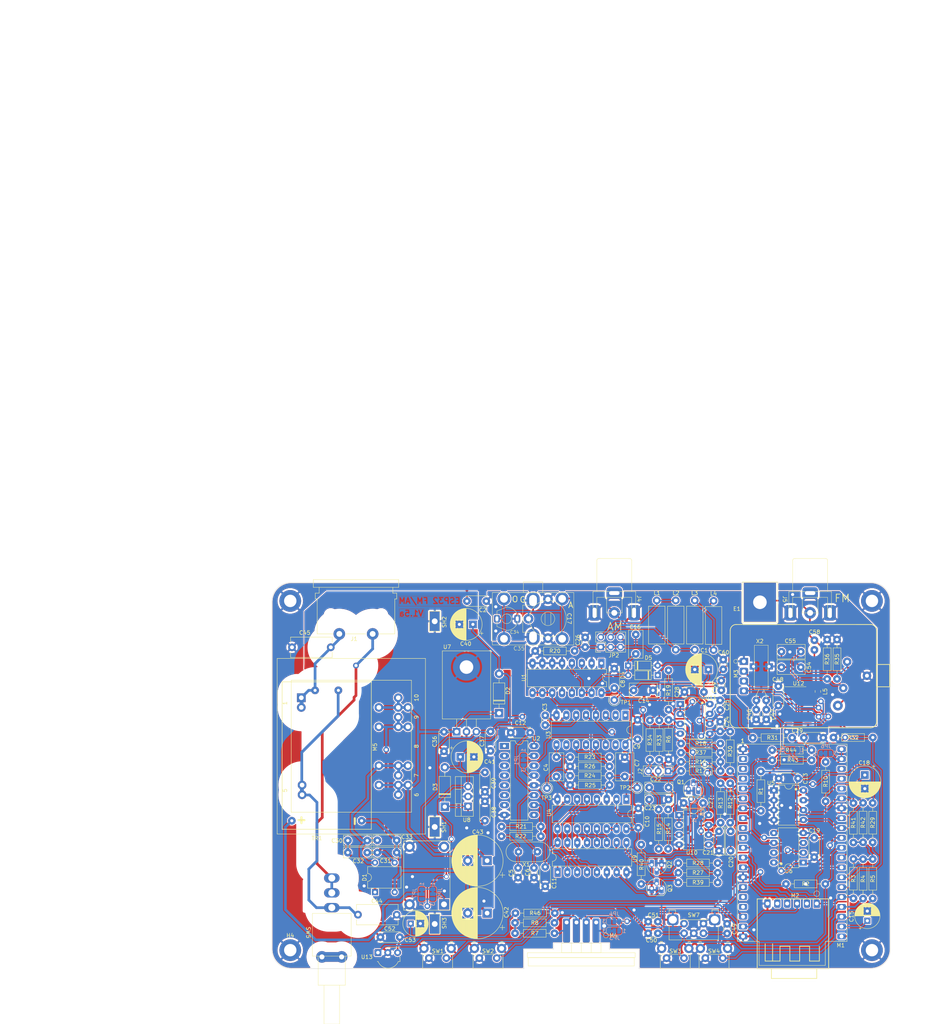
<source format=kicad_pcb>
(kicad_pcb (version 20221018) (generator pcbnew)
  (layers (0 "F.Cu" signal) (31 "B.Cu" signal) (34 "B.Paste" user) (35 "F.Paste" user) (36 "B.SilkS" user "B.Silkscreen") (37 "F.SilkS" user "F.Silkscreen") (38 "B.Mask" user) (39 "F.Mask" user) (44 "Edge.Cuts" user))
  (property "CONFIGURATIONPARAMETERS" "")
  (property "CONFIGURATORNAME" "")
  (property "DOCUMENTNUMBER" "4")
  (property "ISUSERCONFIGURABLE" "")
  (property "PAGE_COUNT" "")
  (property "PAGE_NUMBER" "")
  (property "REVCODE" "1.3/4")
  (property "SHEETSYMBOLDESIGNATOR" "")
  (property "SHEETTOTAL" "4")
  (property "SPICEMODELCACHE" "")
  (property "VERSIONCONTROL_PROJFOLDERREVNUMBER" "")
  (property "VERSIONCONTROL_PROJFOLDERREVNUMBERSHORT" "")
  (property "VERSIONCONTROL_REVNUMBER" "")
  (property "VERSIONCONTROL_REVNUMBERSHORT" "")
  (net 0 "")
  (net 1 "V15")
  (net 2 "GND")
  (net 3 "Net-(U3-C1B)")
  (net 4 "Net-(U3-C1A)")
  (net 5 "Net-(C4-Pad1)")
  (net 6 "Net-(U3-VCIN)")
  (net 7 "Net-(C5-Pad1)")
  (net 8 "Net-(U2-RS)")
  (net 9 "V3.3")
  (net 10 "/1 - ESP32/AM-MOD")
  (net 11 "/1 - ESP32/EN")
  (net 12 "Net-(C16-Pad1)")
  (net 13 "Net-(D4-A)")
  (net 14 "/2 - HF AM_FM/AM-ANT")
  (net 15 "VDDdac")
  (net 16 "/1 - ESP32/AUD-L")
  (net 17 "Net-(C20-Pad2)")
  (net 18 "Net-(U10B-+)")
  (net 19 "/1 - ESP32/AUD-R")
  (net 20 "Net-(C22-Pad2)")
  (net 21 "Net-(U10A-+)")
  (net 22 "Net-(U11B-+)")
  (net 23 "/1 - ESP32/AUD-AM")
  (net 24 "Net-(JP8-C)")
  (net 25 "Net-(U12-~{RST})")
  (net 26 "/3 - POWER SUPPLY/AC2")
  (net 27 "/3 - POWER SUPPLY/20V")
  (net 28 "/3 - POWER SUPPLY/AC1")
  (net 29 "/3 - POWER SUPPLY/ACT")
  (net 30 "/3 - POWER SUPPLY/0V")
  (net 31 "V5")
  (net 32 "/3 - POWER SUPPLY/N2")
  (net 33 "/3 - POWER SUPPLY/L")
  (net 34 "Net-(U12-XI)")
  (net 35 "Net-(U12-XO)")
  (net 36 "/2 - HF AM_FM/FM-LEFT")
  (net 37 "Net-(U12-INL)")
  (net 38 "/2 - HF AM_FM/FM-RIGHT")
  (net 39 "Net-(U12-INR)")
  (net 40 "/2 - HF AM_FM/FMOUT2")
  (net 41 "/2 - HF AM_FM/FMOUT")
  (net 42 "/3 - POWER SUPPLY/N1")
  (net 43 "Net-(JP1-A)")
  (net 44 "/2 - HF AM_FM/F9KHz")
  (net 45 "Net-(JP1-B)")
  (net 46 "Net-(JP2-Pad2)")
  (net 47 "Net-(JP2-Pad4)")
  (net 48 "Net-(JP2-Pad6)")
  (net 49 "Net-(JP3-C)")
  (net 50 "Net-(JP4-C)")
  (net 51 "Net-(JP5-C)")
  (net 52 "Net-(JP6-C)")
  (net 53 "Net-(JP7-C)")
  (net 54 "/3 - POWER SUPPLY/VDC")
  (net 58 "/1 - ESP32/FM-SW")
  (net 59 "/1 - ESP32/FCEL-DAT")
  (net 60 "/1 - ESP32/FSEL-CLK")
  (net 63 "/1 - ESP32/CS")
  (net 64 "/1 - ESP32/CLK")
  (net 65 "/1 - ESP32/MISO")
  (net 66 "/1 - ESP32/SDA1")
  (net 69 "/1 - ESP32/SCL1")
  (net 70 "/1 - ESP32/MOSI")
  (net 71 "/1 - ESP32/SW4")
  (net 72 "/1 - ESP32/SW2")
  (net 73 "/1 - ESP32/ADC")
  (net 74 "/1 - ESP32/AM-DEPTH")
  (net 75 "/1 - ESP32/WS")
  (net 76 "/1 - ESP32/DAC1")
  (net 77 "/1 - ESP32/SW1")
  (net 78 "/1 - ESP32/BCK")
  (net 79 "/1 - ESP32/SDA2")
  (net 80 "/1 - ESP32/DOUT")
  (net 81 "/1 - ESP32/SCL2")
  (net 85 "Net-(Q1-G)")
  (net 86 "Net-(Q1-D)")
  (net 87 "Net-(Q2-G)")
  (net 88 "/2 - HF AM_FM/DIV-CLK")
  (net 89 "Net-(Q3-G)")
  (net 90 "/2 - HF AM_FM/DIV-DAT")
  (net 91 "Net-(U11A-+)")
  (net 92 "/1 - ESP32/LCH")
  (net 93 "/1 - ESP32/RCH")
  (net 94 "Net-(U11A--)")
  (net 95 "Net-(U2-RTC)")
  (net 96 "Net-(U3-P2)")
  (net 97 "Net-(U3-R1)")
  (net 98 "unconnected-(SW5-PadCASE)")
  (net 99 "/2 - HF AM_FM/Fosc")
  (net 111 "/2 - HF AM_FM/Ffeed")
  (net 115 "/2 - HF AM_FM/P0")
  (net 116 "/2 - HF AM_FM/P1")
  (net 117 "/2 - HF AM_FM/P2")
  (net 118 "/2 - HF AM_FM/P3")
  (net 119 "/2 - HF AM_FM/P4")
  (net 120 "/2 - HF AM_FM/P5")
  (net 121 "/2 - HF AM_FM/P6")
  (net 122 "/2 - HF AM_FM/P7")
  (net 124 "Net-(U13-Vs)")
  (net 125 "/1 - ESP32/SW3")
  (net 126 "/1 - ESP32/IR")
  (net 127 "RFGND")
  (net 128 "GND1")
  (footprint "Inductor_SMD:L_0805_2012Metric_Pad1.15x1.40mm_HandSolder" (layer "F.Cu") (at 210.81124 78.07622 90)
    (fp_text reference "L5")
    (fp_text value "120nH")
  )
  (footprint "TestPoint:TestPoint_Loop_D1.80mm_Drill1.0mm_Beaded" (layer "F.Cu") (at 158.3 80.3)
    (fp_text reference "TP1")
    (fp_text value "TestPoint")
  )
  (footprint "!Gloeidraad:R_Axial_L6.0mm_D2.0mm_P10.16mm_Horizontal" (layer "F.Cu") (at 222.46124 121.29622 -90)
    (fp_text reference "R4")
    (fp_text value "10k")
  )
  (footprint "!Gloeidraad:R_Axial_L6.0mm_D2.0mm_P10.16mm_Horizontal" (layer "F.Cu") (at 146.92 102.2)
    (fp_text reference "R25")
    (fp_text value "2M2")
  )
  (footprint "!Gloeidraad:C_CER_D30_W16_P25_E20_H08" (layer "F.Cu") (at 133.5 123.55 -90)
    (fp_text reference "C5")
    (fp_text value "47p")
  )
  (footprint "MountingHole:MountingHole_3.2mm_M3_DIN965_Pad" (layer "F.Cu") (at 74.75 144.75)
    (fp_text reference "H4")
    (fp_text value "MountingHole")
  )
  (footprint "!Gloeidraad:C_MKT_L70_W25_P50__E20_H08" (layer "F.Cu") (at 185.31124 114.12622 -90)
    (fp_text reference "C21")
    (fp_text value "470p")
  )
  (footprint "Capacitor_THT:CP_Radial_D13.0mm_P5.00mm" (layer "F.Cu") (at 125.515216 121.67622 180)
    (fp_text reference "C43")
    (fp_text value "2200µF")
  )
  (footprint "!Gloeidraad:C_CER_D50_W25_P50_E20_H08" (layer "F.Cu") (at 164.5 108.2 -90)
    (fp_text reference "C10")
    (fp_text value "100n")
  )
  (footprint "!Gloeidraad:C_CER_D50_W25_P50_E20_H08" (layer "F.Cu") (at 124.955 98.94 -90)
    (fp_text reference "C39")
    (fp_text value "100n")
  )
  (footprint "!Gloeidraad:R_Axial_L6.0mm_D2.0mm_P10.16mm_Horizontal" (layer "F.Cu") (at 169.75 118.65622 90)
    (fp_text reference "R15")
    (fp_text value "7k5")
  )
  (footprint "!Gloeidraad:C_MKT_L70_W25_P50__E20_H08" (layer "F.Cu") (at 94.6 119.6 180)
    (fp_text reference "C32")
    (fp_text value "22n")
  )
  (footprint "!Gloeidraad:R_Axial_L6.0mm_D2.0mm_P10.16mm_Horizontal" (layer "F.Cu") (at 199.02 93.2)
    (fp_text reference "R44")
    (fp_text value "10k")
  )
  (footprint "!Gloeidraad:SW_Tactile_SPST_Angled_PTS645Vx83-2LFS" (layer "F.Cu") (at 176.28624 146.8 180)
    (fp_text reference "SW3")
    (fp_text value "PAUSE/OK")
  )
  (footprint "!Gloeidraad:HiLink_5Mxx" (layer "F.Cu") (at 87.15 77.8 -90)
    (fp_text reference "M5")
    (fp_text value "Hi-Link HLK-5M15")
  )
  (footprint "!Gloeidraad:R_Axial_L6.0mm_D2.0mm_P10.16mm_Horizontal" (layer "F.Cu") (at 224.98 89.95 180)
    (fp_text reference "R32")
    (fp_text value "8k2")
  )
  (footprint "!Gloeidraad:R_Axial_L6.0mm_D2.0mm_P10.16mm_Horizontal" (layer "F.Cu") (at 146.92 95)
    (fp_text reference "R23")
    (fp_text value "100K")
  )
  (footprint "Package_TO_SOT_THT:TO-92_HandSolder" (layer "F.Cu") (at 167.955 128.845)
    (fp_text reference "Q3")
    (fp_text value "2N7000")
  )
  (footprint "!Gloeidraad:C_CER_D30_W16_P25_E20_H08" (layer "F.Cu") (at 185.91124 75.27622 -90)
    (fp_text reference "C59")
    (fp_text value "220p")
  )
  (footprint "Package_SO:SOIC-16_3.9x9.9mm_P1.27mm" (layer "F.Cu") (at 205.81124 81.92622)
    (fp_text reference "U12")
    (fp_text value "KT0803L")
  )
  (footprint "!Gloeidraad:CAP-VAR-223P-NO-CY" (layer "F.Cu") (at 137.36124 54.20122)
    (fp_text reference "C35")
    (fp_text value "142+59 pF")
  )
  (footprint "!Gloeidraad:C_MKT_L70_W35_P50__E20_H08" (layer "F.Cu") (at 163.85 63.4 -90)
    (fp_text reference "C16")
    (fp_text value "10n")
  )
  (footprint "!Gloeidraad:C_CER_D50_W25_P50_E20_H08" (layer "F.Cu") (at 205.7 100.5 180)
    (fp_text reference "C13")
    (fp_text value "100n")
  )
  (footprint "Package_DIP:DIP-16_W7.62mm_LongPads" (layer "F.Cu") (at 143.68248 124.65998 90)
    (fp_text reference "U9")
    (fp_text value "CD4015B")
  )
  (footprint "!Gloeidraad:R_Axial_L6.0mm_D2.0mm_P10.16mm_Horizontal" (layer "F.Cu") (at 212.81124 96.24622 -90)
    (fp_text reference "R10")
    (fp_text value "10R")
  )
  (footprint "!Gloeidraad:C_MKT_L70_W45_P50__E20_H08" (layer "F.Cu") (at 161 95 -90)
    (fp_text reference "C7")
    (fp_text value "470n")
  )
  (footprint "!Gloeidraad:R_Axial_L6.0mm_D2.0mm_P10.16mm_Horizontal" (layer "F.Cu") (at 172.3 85.42 -90)
    (fp_text reference "R6")
    (fp_text value "100k")
  )
  (footprint "!Gloeidraad:R_Axial_L6.0mm_D2.0mm_P10.16mm_Horizontal" (layer "F.Cu") (at 224.95 116.98 90)
    (fp_text reference "R29")
    (fp_text value "220R")
  )
  (footprint "!Gloeidraad:C_CER_D30_W16_P25_E20_H08" (layer "F.Cu") (at 187.4 140.45 90)
    (fp_text reference "C49")
    (fp_text value "10n")
  )
  (footprint "Package_DIP:DIP-16_W7.62mm_LongPads" (layer "F.Cu") (at 161.43248 105.85998 -90)
    (fp_text reference "U4")
    (fp_text value "CD40103B")
  )
  (footprint "!Gloeidraad:C_CER_D50_W25_P50_E20_H08" (layer "F.Cu") (at 103 141.4 180)
    (fp_text reference "C52")
    (fp_text value "100n")
  )
  (footprint "!Gloeidraad:R_Axial_L6.0mm_D2.0mm_P10.16mm_Horizontal" (layer "F.Cu") (at 222.46124 116.95622 90)
    (fp_text reference "R42")
    (fp_text value "10k")
  )
  (footprint "!Gloeidraad:R_Axial_L6.0mm_D2.0mm_P10.16mm_Horizontal" (layer "F.Cu") (at 148.08 67.65 180)
    (fp_text reference "R20")
    (fp_text value "1M")
  )
  (footprint "!Gloeidraad:R_Axial_L6.0mm_D2.0mm_P10.16mm_Horizontal" (layer "F.Cu") (at 172.3 72.62 -90)
    (fp_text reference "R19")
    (fp_text value "220K")
  )
  (footprint "Package_DIP:DIP-16_W7.62mm_LongPads" (layer "F.Cu") (at 155 70.8 -90)
    (fp_text reference "U1")
    (fp_text value "CD4053B")
  )
  (footprint "!Gloeidraad:R_Axial_L6.0mm_D2.0mm_P10.16mm_Horizontal" (layer "F.Cu") (at 194.02 90)
    (fp_text reference "R31")
    (fp_text value "30k")
  )
  (footprint "!Gloeidraad:R_Axial_L6.0mm_D2.0mm_P10.16mm_Horizontal" (layer "F.Cu") (at 196.11124 98.69622 -90)
    (fp_text reference "R1")
    (fp_text value "10k")
  )
  (footprint "!Gloeidraad:DIP-SO-08_W7.62mm" (layer "F.Cu") (at 175.31124 81.32622)
    (fp_text reference "U11")
    (fp_text value "LM358")
  )
  (footprint "!Gloeidraad:R_Axial_L6.0mm_D2.0mm_P10.16mm_Horizontal" (layer "F.Cu") (at 209.2 95.8 180)
    (fp_text reference "R43")
    (fp_text value "10k")
  )
  (footprint "!Gloeidraad:R_Axial_L6.0mm_D2.0mm_P10.16mm_Horizontal" (layer "F.Cu") (at 202.58124 127.67622)
    (fp_text reference "R2")
    (fp_text value "10k")
  )
  (footprint "!Gloeidraad:C_MKT_L70_W25_P50__E20_H08" (layer "F.Cu") (at 172.3 102.82622 180)
    (fp_text reference "C22")
    (fp_text value "1n")
  )
  (footprint "!Gloeidraad:C_CER_D30_W16_P25_E20_H08" (layer "F.Cu") (at 169.55 140.4 180)
    (fp_text reference "C50")
    (fp_text value "10n")
  )
  (footprint "!Gloeidraad:C_CER_D50_W25_P50_E20_H08" (layer "F.Cu") (at 131.6 88.7)
    (fp_text reference "C12")
    (fp_text value "100n")
  )
  (footprint "!Gloeidraad:R_Axial_L6.0mm_D2.0mm_P10.16mm_Horizontal" (layer "F.Cu") (at 129.22 112.9)
    (fp_text reference "R21")
    (fp_text value "1M")
  )
  (footprint "!Gloeidraad:GZC18100" (layer "F.Cu") (at 141.202518 59.35 -90)
    (fp_text reference "C17")
    (fp_text value "120p")
  )
  (footprint "!Gloeidraad:Keystone RCA" (layer "F.Cu") (at 208.81124 57.82622 180)
    (fp_text reference "J5")
    (fp_text value "Keystone 900")
  )
  (footprint "!Gloeidraad:C_CER_D50_W25_P50_E20_H08" (layer "F.Cu") (at 181.41124 78.22622 180)
    (fp_text reference "C28")
    (fp_text value "100n")
  )
  (footprint "!Gloeidraad:R_Axial_L6.0mm_D2.0mm_P10.16mm_Horizontal" (layer "F.Cu") (at 157.08 99.8 180)
    (fp_text reference "R24")
    (fp_text value "3K3")
  )
  (footprint "!Gloeidraad:C_CER_D30_W16_P25_E20_H08" (layer "F.Cu") (at 185.61124 82.87622 90)
    (fp_text reference "C25")
    (fp_text value "47p")
  )
  (footprint "!Gloeidraad:Keystone RCA" (layer "F.Cu") (at 158.31124 57.82622 180)
    (fp_text reference "J4")
    (fp_text value "Keystone 900")
  )
  (footprint "Package_DIP:DIP-16_W7.62mm_LongPads" (layer "F.Cu") (at 161.18624 84.20122 -90)
    (fp_text reference "U3")
    (fp_text value "CD4046B")
  )
  (footprint "!Gloeidraad:C_CER_D50_W25_P50_E20_H08" (layer "F.Cu") (at 124.955 111.4 90)
    (fp_text reference "C38")
    (fp_text value "100n")
  )
  (footprint "!Gloeidraad:DIP-SO-08_W7.62mm" (layer "F.Cu") (at 207.06124 122.17622 180)
    (fp_text reference "U6")
    (fp_text value "PT8211")
  )
  (footprint "!Gloeidraad:R_Axial_L6.0mm_D2.0mm_P10.16mm_Horizontal" (layer "F.Cu") (at 129.22 115.4)
    (fp_text reference "R22")
    (fp_text value "2K2")
  )
  (footprint "!Gloeidraad:R_Axial_L6.0mm_D2.0mm_P10.16mm_Horizontal" (layer "F.Cu") (at 185.69124 98.57622 180)
    (fp_text reference "R17")
    (fp_text value "30k")
  )
  (footprint "!Gloeidraad:NetTie-2_SMD_Pad0.7mm" (layer "F.Cu") (at 131.7 85.5)
    (fp_text reference "NT2" hide)
    (fp_text value "NetTie_2")
  )
  (footprint "!Gloeidraad:R_Axial_L6.0mm_D2.0mm_P10.16mm_Horizontal" (layer "F.Cu") (at 146.92 97.4)
    (fp_text reference "R26")
    (fp_text value "5K6")
  )
  (footprint "!Gloeidraad:L_Axial_L9.5mm_D4.0mm_P12.70mm_Horizontal" (layer "F.Cu") (at 169.26124 54.62622 -90)
    (fp_text reference "L1")
    (fp_text value "330 µH")
  )
  (footprint "!Gloeidraad:C_CER_D30_W16_P25_E20_H08" (layer "F.Cu") (at 185.61124 88.37622 90)
    (fp_text reference "C24")
    (fp_text value "10n")
  )
  (footprint "!Gloeidraad:R_Axial_L6.0mm_D2.0mm_P10.16mm_Horizontal" (layer "F.Cu") (at 132.72 140.4)
    (fp_text reference "R7")
    (fp_text value "10k")
  )
  (footprint "!Gloeidraad:L_Axial_L9.5mm_D4.0mm_P12.70mm_Horizontal" (layer "F.Cu") (at 174.16124 54.62622 -90)
    (fp_text reference "L2")
    (fp_text value "330 µH")
  )
  (footprint "!Gloeidraad:TO-220-3_Horizontal_TabDown" (layer "F.Cu") (at 117.656 88.46)
    (fp_text reference "U7")
    (fp_text value "7805")
  )
  (footprint "!Gloeidraad:ANTENNA-V3MM5" (layer "F.Cu") (at 195.86124 55.1)
    (fp_text reference "E1")
    (fp_text value "ANTENNA")
  )
  (footprint "Capacitor_THT:C_Disc_D10.5mm_W5.0mm_P10.00mm" (layer "F.Cu") (at 102.2 135.6 180)
    (fp_text reference "C44")
    (fp_text value "4n7/Y1")
  )
  (footprint "!Gloeidraad:R_Axial_L6.0mm_D2.0mm_P10.16mm_Horizontal" (layer "F.Cu") (at 132.72 137.7)
    (fp_text reference "R8")
    (fp_text value "10k")
  )
  (footprint "Package_TO_SOT_THT:TO-92_HandSolder" (layer "F.Cu") (at 170.5 122.73 180)
    (fp_text reference "Q2")
    (fp_text value "2N7000")
  )
  (footprint "!Gloeidraad:R_Axial_L6.0mm_D2.0mm_P10.16mm_Horizontal" (layer "F.Cu") (at 169.9 85.52 -90)
    (fp_text reference "R33")
    (fp_text value "4K7")
  )
  (footprint "!Gloeidraad:R_Axial_L6.0mm_D2.0mm_P10.16mm_Horizontal" (layer "F.Cu") (at 185.71124 111.90622 90)
    (fp_text reference "R13")
    (fp_text value "7k5")
  )
  (footprint "Diode_THT:D_DO-35_SOD27_P7.62mm_Horizontal" (layer "F.Cu") (at 161.89 71.4)
    (fp_text reference "D5")
    (fp_text value "BAT85")
  )
  (footprint "Diode_THT:D_DO-35_SOD27_P7.62mm_Horizontal" (layer "F.Cu") (at 169.51 73.9 180)
    (fp_text reference "D4")
    (fp_text value "BAT85")
  )
  (footprint "!Gloeidraad:C_CER_D50_W25_P50_E20_H08" (layer "F.Cu") (at 209.86124 115.77622 -90)
    (fp_text reference "C19")
    (fp_text value "100n")
  )
  (footprint "!Gloeidraad:R_Axial_L6.0mm_D2.0mm_P10.16mm_Horizontal" (layer "F.Cu") (at 185.69124 96.22622 180)
    (fp_text reference "R16")
    (fp_text value "30k")
  )
  (footprint "!Gloeidraad:CE_Radial_D6.3mm_P2.50mm_E2.0mm" (layer "F.Cu") (at 105.8 137.9)
    (fp_text reference "C53")
    (fp_text value "10u")
  )
  (footprint "!Gloeidraad:C_MKT_L70_W35_P50__E20_H08" (layer "F.Cu") (at 206.41124 67.82622 180)
    (fp_text reference "C55")
    (fp_text value "100n")
  )
  (footprint "!Gloeidraad:L_Axial_L9.5mm_D4.0mm_P12.70mm_Horizontal" (layer "F.Cu") (at 179.06124 54.62622 -90)
    (fp_text reference "L3")
    (fp_text value "180 µH")
  )
  (footprint "!Gloeidraad:C_CER_D50_W25_P50_E20_H08" (layer "F.Cu") (at 181.21124 106.82622 180)
    (fp_text reference "C27")
    (fp_text value "100n")
  )
  (footprint "!Gloeidraad:C_CER_D30_W16_P25_E20_H08" (layer "F.Cu") (at 194.91124 82.77622 -90)
    (fp_text reference "C46")
    (fp_text value "15p")
  )
  (footprint "!Gloeidraad:EURO_AC_BX-180" (layer "F.Cu") (at 91.7 63.25 180)
    (fp_text reference "J1")
    (fp_text value "230V~")
  )
  (footprint "!Gloeidraad:SWITCH-C&K-7101" (layer "F.Cu") (at 85.46 133.7875)
    (fp_text reference "SW5")
    (fp_text value "SW_SPDT")
  )
  (footprint "!Gloeidraad:C_CER_D30_W16_P25_E20_H08" (layer "F.Cu") (at 197.51124 82.77622 -90)
    (fp_text reference "C47")
    (fp_text value "15p")
  )
  (footprint "!Gloeidraad:C_MKT_L70_W25_P50__E20_H08" (layer "F.Cu") (at 97.2 119.6)
    (fp_text reference "C31")
    (fp_text value "22n")
  )
  (footprint "!Gloeidraad:SW_Tactile_SPST_Angled_PTS645Vx83-2LFS" (layer "F.Cu") (at 186.28624 146.8 180)
    (fp_text reference "SW4")
    (fp_text value "MENU")
  )
  (footprint "MountingHole:MountingHole_3.2mm_M3_DIN965_Pad" (layer "F.Cu") (at 224.75 144.75)
    (fp_text reference "H3" hide)
    (fp_text value "MountingHole")
  )
  (footprint "!Gloeidraad:SW_Tactile_SPST_Angled_PTS645Vx83-2LFS" (layer "F.Cu") (at 128 146.8 180)
    (fp_text reference "SW2")
    (fp_text value "UP")
  )
  (footprint "OptoDevice:Vishay_MOLD-3Pin" (layer "F.Cu") (at 97.36 145.375)
    (fp_text reference "U13")
    (fp_text value "TSOP4538")
  )
  (footprint "!Gloeidraad:C_CER_D50_W25_P50_E20_H08" (layer "F.Cu") (at 200.61124 76.72622 -90)
    (fp_text reference "C48")
    (fp_text value "100n")
  )
  (footprint "!Gloeidraad:DIP-SO-08_W7.62mm" (layer "F.Cu") (at 199.46124 103.57622)
    (fp_text reference "U5")
    (fp_text value "24LC64")
  )
  (footprint "TestPoint:TestPoint_Loop_D1.80mm_Drill1.0mm_Beaded" (layer "F.Cu") (at 164.2 102.9)
    (fp_text reference "TP2")
    (fp_text value "TestPoint")
  )
  (footprint "!Gloeidraad:C_CER_D30_W16_P25_E20_H08" (layer "F.Cu") (at 150.8 66.65 90)
    (fp_text reference "C26")
    (fp_text value "15p")
  )
  (footprint "!Gloeidraad:C_CER_D50_W25_P50_E20_H08" (layer "F.Cu") (at 126.4 88.4 -90)
    (fp_text reference "C37")
    (fp_text value "100n")
  )
  (footprint "!Gloeidraad:MOD-USD-ADAPTER18X18" (layer "F.Cu") (at 204.16124 140.47622 -90)
    (fp_text reference "M2")
    (fp_text value "µSD CARD MODULE")
  )
  (footprint "!Gloeidraad:Crystal_AT310_D3.0mm_L10.0mm_Horizontal_1EP_style2" (layer "F.Cu") (at 197.48124 80.38872 180)
    (fp_text reference "X2")
    (fp_text value "32.768kHz")
  )
  (footprint "!Gloeidraad:C_CER_D30_W16_P25_E20_H08" (layer "F.Cu") (at 209.91124 67.37622 90)
    (fp_text reference "C58")
    (fp_text value "4p7")
  )
  (footprint "!Gloeidraad:R_Axial_L6.0mm_D2.0mm_P10.16mm_Horizontal" (layer "F.Cu") (at 188.2 88.42 -90)
    (fp_text reference "R30")
    (fp_text value "10k")
  )
  (footprint "Capacitor_THT:C_Disc_D10.5mm_W5.0mm_P10.00mm" (layer "F.Cu") (at 75.2 66.7)
    (fp_text reference "C45")
    (fp_text value "4n7/Y1")
  )
  (footprint "!Gloeidraad:C_CER_D50_W25_P50_E20_H08" (layer "F.Cu") (at 164.3 85.4 -90)
    (fp_text reference "C9")
    (fp_text value "100n")
  )
  (footprint "TestPoint:TestPoint_Loop_D1.80mm_Drill1.0mm_Beaded" (layer "F.Cu") (at 140.95 103)
    (fp_text reference "TP3")
    (fp_text value "TestPoint")
  )
  (footprint "Diode_THT:Diode_Bridge_DIP-4_W7.62mm_P5.08mm" (layer "F.Cu") (at 96.6 129.81 90)
    (fp_text reference "D1")
    (fp_text value "DIL4/1A")
  )
  (footprint "Connector_PinHeader_2.54mm:PinHeader_2x03_P2.54mm_Vertical" (layer "F.Cu") (at 154.825 66.625 90)
    (fp_text reference "JP2")
    (fp_text value "LSEL")
  )
  (footprint "!Gloeidraad:R_Axial_L6.0mm_D2.0mm_P10.16mm_Horizontal" (layer "F.Cu") (at 184.98 122.3 180)
    (fp_text reference "R28")
    (fp_text value "220R")
  )
  (footprint "!Gloeidraad:CE_Radial_D8.0mm_P3.50mm_E2.0mm" (layer "F.Cu") (at 182.563891 72.42622 180)
    (fp_text reference "C1")
    (fp_text value "220µF")
  )
  (footprint "!Gloeidraad:C_MKT_L70_W35_P50__E20_H08" (layer "F.Cu") (at 143.4 100 90)
    (fp_text reference "C4")
    (fp_text value "100n")
  )
  (footprint "!Gloeidraad:C_CER_D30_W16_P25_E20_H08" (layer "F.Cu") (at 140.5 84.25 -90)
    (fp_text reference "C3")
    (fp_text value "100p")
  )
  (footprint "!Gloeidraad:CE_Radial_D8.0mm_P3.50mm_E2.0mm" (layer "F.Cu") (at 118.602349 94.94)
    (fp_text reference "C41")
    (fp_text value "220µF")
  )
  (footprint "!Gloeidraad:R_Axial_L6.0mm_D2.0mm_P10.16mm_Horizontal" (layer "F.Cu") (at 142.98 135.2 180)
    (fp_text reference "R46")
    (fp_text value "10R")
  )
  (footprint "!Gloeidraad:R_Axial_L6.0mm_D2.0mm_P10.16mm_Horizontal" (layer "F.Cu") (at 175.52 93.85)
    (fp_text reference "R37")
    (fp_text value "15k")
  )
  (footprint "!Gloeidraad:R_Axial_L6.0mm_D2.0mm_P10.16mm_Horizontal" (layer "F.Cu") (at 219.96124 121.24622 -90)
    (fp_text reference "R3")
    (fp_text value "10k")
  )
  (footprint "Package_DIP:DIP-16_W7.62mm_LongPads" (layer "F.Cu") (at 129.975 92.125)
    (fp_text reference "U2")
    (fp_text value "CD4060B")
  )
  (footprint "!Gloeidraad:R_Axial_L6.0mm_D2.0mm_P10.16mm_Horizontal" (layer "F.Cu") (at 224.96124 121.27622 -90)
    (fp_text reference "R5")
    (fp_text value "10k")
  )
  (footprint "!Gloeidraad:C_CER_D50_W25_P50_E20_H08" (layer "F.Cu") (at 207.2 90)
    (fp_text reference "C29")
    (fp_text value "100n")
  )
  (footprint "!Gloeidraad:C_MKT_L70_W25_P50__E20_H08" (layer "F.Cu") (at 97.2 116.45)
    (fp_text reference "C33")
    (fp_text value "22n")
  )
  (footprint "!Gloeidraad:C_MKT_L70_W35_P50__E20_H08" (layer "F.Cu") (at 168.3 77.8 180)
    (fp_text reference "C14")
    (fp_text value "2n2")
  )
  (footprint "!Gloeidraad:R_Axial_L6.0mm_D2.0mm_P10.16mm_Horizontal" (layer "F.Cu") (at 172.21124 118.65622 90)
    (fp_text reference "R14")
    (fp_text value "7k5")
  )
  (footprint "!Gloeidraad:R_Axial_L6.0mm_D2.0mm_P10.16mm_Horizontal" (layer "F.Cu") (at 165.25 117.52622 -90)
    (fp_text reference "R40")
    (fp_text value "220R")
  )
  (footprint "!Gloeidraad:C_CER_D30_W16_P25_E20_H08" (layer "F.Cu") (at 169.55 137.4 180)
    (fp_text reference "C51")
    (fp_text value "10n")
  )
  (footprint "!Gloeidraad:R_Axial_L6.0mm_D2.0mm_P10.16mm_Horizontal" (layer "F.Cu") (at 219.96124 117.00622 90)
    (fp_text reference "R41")
    (fp_text value "10k")
  )
  (footprint "!Gloeidraad:Shielding-pad-2.5x5.0-H1.5" (layer "F.Cu") (at 112 113 90)
    (fp_text reference "SH1")
    (fp_text value "Shield")
  )
  (footprint "Capacitor_THT:CP_Radial_D13.0mm_P5.00mm" (layer "F.Cu") (at 125.515216 135.2 180)
    (fp_text reference "C42")
    (fp_text value "1000µF")
  )
  (footprint "!Gloeidraad:RotaryEncoder_Bourns_Horizontal_PEC12R-2xxxF-Sxxxx" (layer "F.Cu") (at 176.3 140.4 -90)
    (fp_text reference "SW7")
    (fp_text value "RotaryEncoder_Switch")
  )
  (footprint "!Gloeidraad:NetTie-2_SMD_Pad0.7mm" (layer "F.Cu") (at 118.155 105.84 90)
    (fp_text reference "NT1" hide)
    (fp_text value "NetTie_2")
  )
  (footprint "!Gloeidraad:C_MKT_L70_W25_P50__E20_H08" (layer "F.Cu") (at 167.3 105.92622)
    (fp_text reference "C23")
    (fp_text value "470p")
  )
  (footprint "MountingHole:MountingHole_3.2mm_M3_DIN965_Pad" (layer "F.Cu") (at 74.75 54.75)
    (fp_text reference "H1" hide)
    (fp_text value "MountingHole")
  )
  (footprint "Connector_PinHeader_2.54mm:PinHeader_1x03_P2.54mm_Vertical" (layer "F.Cu") (at 172.2 98.6 -90)
    (fp_text reference "J2")
    (fp_text value "Conn_01x03")
  )
  (footprint "!Gloeidraad:DIP-SO-08_W7.62mm" (layer "F.Cu") (at 175.01124 109.92622)
    (fp_text reference "U10")
    (fp_text value "LM358")
  )
  (footprint "!Gloeidraad:Shielding-pad-2.5x5.0-H1.5" (layer "F.Cu") (at 112 60 90)
    (fp_text reference "SH2")
    (fp_text value "Shield")
  )
  (footprint "!Gloeidraad:R_Axial_L6.0mm_D2.0mm_P10.16mm_Horizontal" (layer "F.Cu") (at 174.82 127.3)
    (fp_text reference "R39")
    (fp_text value "10k")
  )
  (footprint "!Gloeidraad:C_MKT_L70_W35_P50__E20_H08" (layer "F.Cu") (at 206.41124 71.82622 180)
    (fp_text reference "C54")
    (fp_text value "100n")
  )
  (footprint "Package_TO_SOT_THT:TO-220-3_Vertical" (layer "F.Cu") (at 120.6 107.68 90)
    (fp_text reference "U8")
    (fp_text value "7815")
  )
  (footprint "!Gloeidraad:SW_Tactile_SPST_Angled_PTS645Vx83-2LFS" (layer "F.Cu") (at 115 146.8 180)
    (fp_text reference "SW1")
    (fp_text value "DOWN")
  )
  (footprint "!Gloeidraad:NetTie-2_SMD_Pad0.7mm" (layer "F.Cu") (at 166 79 90)
    (fp_text reference "NT3" hide)
    (fp_text value "NetTie_2")
  )
  (footprint "!Gloeidraad:R_Axial_L6.0mm_D2.0mm_P10.16mm_Horizontal" (layer "F.Cu") (at 213.21124 74.85622 90)
    (fp_text reference "R36")
    (fp_text value "7k5")
  )
  (footprint "!Gloeidraad:R_Axial_L6.0mm_D2.0mm_P10.16mm_Horizontal" (layer "F.Cu") (at 175.52 91.5)
    (fp_text reference "R18")
    (fp_text value "30k")
  )
  (footprint "!Gloeidraad:C_CER_D50_W25_P50_E20_H08" (layer "F.Cu") (at 114.4 88.5 -90)
    (fp_text reference "C36")
    (fp_text value "100n")
  )
  (footprint "Diode_THT:D_DO-41_SOD81_P10.16mm_Horizontal" (layer "F.Cu") (at 128.6 83.68 90)
    (fp_text reference "D2")
    (fp_text value "1N4001")
  )
  (footprint "!Gloeidraad:R_Axial_L6.0mm_D2.0mm_P10.16mm_Horizontal" (layer "F.Cu") (at 174.82 124.8)
    (fp_text reference "R27")
    (fp_text value "10k")
  )
  (footprint "!Gloeidraad:TZ03" (layer "F.Cu") (at 128.044 59.35 -90)
    (fp_text reference "C34")
    (fp_text value "120p")
  )
  (footprint "!Gloeidraad:C_MKT_L70_W25_P50__E20_H08" (layer "F.Cu") (at 94.6 116.5 180)
    (fp_text reference "C30")
    (fp_text value "22n")
  )
  (footprint "!Gloeidraad:ESP32-WROVER-DEV_ON_HEADERS_BARE" (layer "F.Cu") (at 204.21124 117.07622 180)
    (fp_text reference "M1")
    (fp_text value "ESP32-WROVER-CAM")
  )
  (footprint "!Gloeidraad:Shielding-pad-2.5x5.0-H1.5" (layer "F.Cu") (at 112 138 90)
    (fp_text reference "SH3")
    (fp_text value "Shield")
  )
  (footprint "!Gloeidraad:C_CER_D50_W25_P50_E20_H08" (layer "F.Cu") (at 158.3 72.2 -90)
    (fp_text reference "C8")
    (fp_text value "100n")
  )
  (footprint "!Gloeidraad:Transformer-Tiple-Footprint-38x45" (layer "F.Cu") (at 78 79.7 -90)
    (fp_text reference "TR1")
    (fp_text value "2x7.5V/3.2VA")
  )
  (footprint "!Gloeidraad:R_Axial_L6.0mm_D2.0mm_P10.16mm_Horizontal" (layer "F.Cu") (at 188.21124 111.90622 90)
    (fp_text reference "R12")
    (fp_text value "7k5")
  )
  (footprint "!Gloeidraad:L_Axial_L9.5mm_D4.0mm_P12.70mm_Horizontal" (layer "F.Cu") (at 183.91124 54.72622 -90)
    (fp_text reference "L4")
    (fp_text value "180 µH")
  )
  (footprint "!Gloeidraad:MOD-MOD-FM-TRANS-A-ON-HEADERS" (layer "F.Cu") (at 191.71124 70.32622)
    (fp_text reference "M3")
    (fp_text value "ELECHOUSE FM TRANSMITTER V2.0")
  )
  (footprint "!Gloeidraad:Crystal_HC49-U_Vertical" (layer "F.Cu") (at 133.6 119.4)
    (fp_text reference "X1")
    (fp_text value "9.216 MHz")
  )
  (footprint "!Gloeidraad:MOD-DC-DC-DUAL" (layer "F.Cu") (at 109.8 125.6 90)
    (fp_text reference "M6" hide)
    (fp_text value "CN3903 5V/3A Module")
  )
  (footprint "!Gloeidraad:R_Axial_L6.0mm_D2.0mm_P10.16mm_Horizontal" (layer "F.Cu") (at 215.75 74.85622 90)
    (fp_text reference "R35")
    (fp_text value "7k5")
  )
  (footprint "Diode_THT:D_DO-41_SOD81_P10.16mm_Horizontal" (layer "F.Cu") (at 114.6 107.78 90)
    (fp_text reference "D3")
    (fp_text value "1N4001")
  )
  (footprint "!Gloeidraad:CE_Radial_D8.0mm_P3.50mm_E2.0mm" (layer "F.Cu") (at 121.852651 60.8 180)
    (fp_text reference "C40")
    (fp_text value "220µF")
  )
  (footprint "!Gloeidraad:CE_Radial_D6.3mm_P2.50mm_E2.0mm" (layer "F.Cu") (at 223.56124 137.17622 90)
    (fp_text reference "C15")
    (fp_text value "10µF")
  )
  (footprint "!Gloeidraad:CE_Radial_D8.0mm_P3.50mm_E2.0mm" (layer "F.Cu") (at 222.91124 99.623569 -90)
    (fp_text reference "C18")
    (fp_text value "100µF")
  )
  (footprint "!Gloeidraad:R_Axial_L6.0mm_D2.0mm_P10.16mm_Horizontal" (layer "F.Cu") (at 167.5 85.52 -90)
    (fp_text reference "R34")
    (fp_text value "4K7")
  )
  (footprint "!Gloeidraad:C_CER_D50_W25_P50_E20_H08" (layer "F.Cu") (at 140.5 128.3 90)
    (fp_text reference "C11")
    (fp_text value "100n")
  )
  (footprint "!Gloeidraad:C_CER_D30_W16_P25_E20_H08" (layer "F.Cu") (at 186.41124 72.37622 90)
    (fp_text reference "C60")
    (fp_text value "220p")
  )
  (footprint "!Gloeidraad:C_CER_D30_W16_P25_E20_H08" (layer "F.Cu") (at 137.6 123.55 -90)
    (fp_text reference "C6")
    (fp_text value "27p")
  )
  (footprint "!Gloeidraad:C_CER_D50_W25_P50_E20_H08" (layer "F.Cu") (at 125.3 54.8 180)
    (fp_text reference "C2")
    (fp_text value "100n")
  )
  (footprint "!Gloeidraad:OLED128X64-P4-Card-Edge-dual" (layer "F.Cu") (at 149.8 144.7)
    (fp_text reference "M4")
    (fp_text value "OLED-27X27MM")
  )
  (footprint "!Gloeidraad:C_MKT_L70_W25_P50__E20_H08" (layer "F.Cu") (at 188.31124 119.12622 90)
    (fp_text reference "C20")
    (fp_text value "1n")
  )
  (footprint "Package_TO_SOT_THT:TO-92_HandSolder" (layer "F.Cu") (at 177.44124 103.24622)
    (fp_text reference "Q1")
    (fp_text value "2N7000")
  )
  (footprint "MountingHole:MountingHole_3.2mm_M3_DIN965_Pad" (layer "F.Cu") (at 224.75 54.75)
    (fp_text reference "H2" hide)
    (fp_text value "MountingHole")
  )
  (footprint "Jumper:SolderJumper-3_P1.3mm_Bridged12_RoundedPad1.0x1.5mm_NumberLabels" (layer "B.Cu") (at 108.7 130.3 -90)
    (fp_text reference "JP9")
    (fp_text value "SolderJumper_3_Bridged12")
  )
  (footprint "Jumper:SolderJumper-3_P1.3mm_Bridged12_RoundedPad1.0x1.5mm_NumberLabels" (layer "B.Cu") (at 134.9 95.8 -90)
    (fp_text reference "JP1")
    (fp_text value "SolderJumper_3_Bridged12")
  )
  (footprint "Jumper:SolderJumper-3_P1.3mm_Bridged12_RoundedPad1.0x1.5mm_NumberLabels" (layer "B.Cu") (at 178.91124 108.92622 90)
    (fp_text reference "JP8")
    (fp_text value "SolderJumper_3_Bridged12")
  )
  (footprint "Jumper:SolderJumper-3_P1.3mm_Bridged12_RoundedPad1.0x1.5mm_NumberLabels" (layer "B.Cu") (at 111.5 130.3 -90)
    (fp_text reference "JP7")
    (fp_text value "SolderJumper_3_Bridged12")
  )
  (footprint "Jumper:SolderJumper-3_P1.3mm_Bridged12_RoundedPad1.0x1.5mm_NumberLabels" (layer "B.Cu") (at 212.81124 94.02622)
    (fp_text reference "JP6")
    (fp_text value "SolderJumper_3_Bridged12")
  )
  (footprint "Jumper:SolderJumper-3_P1.3mm_Bridged12_RoundedPad1.0x1.5mm_NumberLabels" (layer "B.Cu") (at 158.3 137.3 180)
    (fp_text reference "JP4")
    (fp_text value "SolderJumper_3_Bridged12")
  )
  (footprint "!Gloeidraad:SolderJumper-3_P1.3mm_Bridged23_RoundedPad1.0x1.5mm_NumberLabels" (layer "B.Cu") (at 158.3 139.8 180)
    (fp_text reference "JP3")
    (fp_text value "SolderJumper_3_Bridged12")
  )
  (footprint "Jumper:SolderJumper-3_P1.3mm_Bridged12_RoundedPad1.0x1.5mm_NumberLabels" (layer "B.Cu") (at 204.2 93.2 180)
    (fp_text reference "JP5")
    (fp_text value "SolderJumper_3_Bridged12")
  )
  (gr_line (start 75 50) (end 224.5 50) (stroke (width 0.1)) (layer "Edge.Cuts"))
  (gr_line (start 157.05 142.9) (end 157.05 144.5) (stroke (width 0.1)) (layer "Edge.Cuts"))
  (gr_arc (start 70 55) (mid 71.464466 51.464466) (end 75 50) (stroke (width 0.1)) (layer "Edge.Cuts"))
  (gr_line (start 70 144.5) (end 70 55) (stroke (width 0.1)) (layer "Edge.Cuts"))
  (gr_arc (start 229.5 144.5) (mid 228.035534 148.035534) (end 224.5 149.5) (stroke (width 0.1)) (layer "Edge.Cuts"))
  (gr_line (start 164.7 144.5) (end 164.7 149.5) (stroke (width 0.1)) (layer "Edge.Cuts"))
  (gr_line (start 135 144.5) (end 135 149.5) (stroke (width 0.1)) (layer "Edge.Cuts"))
  (gr_line (start 164.7 144.5) (end 157.05 144.5) (stroke (width 0.1)) (layer "Edge.Cuts"))
  (gr_arc (start 75 149.5) (mid 71.464467 148.035534) (end 70 144.5) (stroke (width 0.1)) (layer "Edge.Cuts"))
  (gr_line (start 224.5 149.5) (end 164.7 149.5) (stroke (width 0.1)) (layer "Edge.Cuts"))
  (gr_line (start 142.65 144.5) (end 135 144.5) (stroke (width 0.1)) (layer "Edge.Cuts"))
  (gr_line (start 229.5 55) (end 229.5 144.5) (stroke (width 0.1)) (layer "Edge.Cuts"))
  (gr_line (start 142.65 142.9) (end 142.65 144.5) (stroke (width 0.1)) (layer "Edge.Cuts"))
  (gr_line (start 142.65 142.9) (end 157.05 142.9) (stroke (width 0.1)) (layer "Edge.Cuts"))
  (gr_line (start 135 149.5) (end 75 149.5) (stroke (width 0.1)) (layer "Edge.Cuts"))
  (gr_arc (start 224.5 50) (mid 228.035533 51.464466) (end 229.5 55) (stroke (width 0.1)) (layer "Edge.Cuts"))
  (gr_text "V1.5a" (at 109.25 58.85) (layer "B.Cu" knockout) (effects (font (size 1.5 1.5) (thickness 0.3) bold) (justify left bottom mirror)))
  (gr_text "ESP32 FM/AM" (at 118.8 55.6) (layer "B.Cu" knockout) (effects (font (size 1.5 1.5) (thickness 0.3) bold) (justify left bottom mirror)))
  (gr_text "FM" (at 214.95 55.25) (layer "F.SilkS") (effects (font (size 2 2) (thickness 0.2)) (justify left bottom)))
  (gr_text "AM" (at 156.3 62.55) (layer "F.SilkS") (effects (font (size 2 2) (thickness 0.2)) (justify left bottom)))
  (segment (start 181.41124 78.22622) (end 181.41124 79.80622) (width 0.4) (layer "F.Cu") (net 1))
  (segment (start 142.1 118.6) (end 142.1 121.7) (width 0.4) (layer "F.Cu") (net 1))
  (segment (start 116.3 116.1) (end 116.3 118.740585) (width 0.4) (layer "F.Cu") (net 1))
  (segment (start 181.00124 86.351234) (end 180.248532 85.598526) (width 0.4) (layer "F.Cu") (net 1))
  (segment (start 143.6575 117.04624) (end 143.65376 117.04624) (width 0.4) (layer "F.Cu") (net 1))
  (segment (start 142.1 121.7) (end 140.5 123.3) (width 0.4) (layer "F.Cu") (net 1))
  (segment (start 115 120.040585) (end 115 125.8) (width 0.4) (layer "F.Cu") (net 1))
  (segment (start 116.3 118.740585) (end 115 120.040585) (width 0.4) (layer "F.Cu") (net 1))
  (segment (start 143.6575 113.475) (end 143.6575 112.36248) (width 0.4) (layer "F.Cu") (net 1))
  (segment (start 181.00124 87.62622) (end 181.00124 86.351234) (width 0.4) (layer "F.Cu") (net 1))
  (segment (start 143.6575 112.36248) (end 146.61998 109.4) (width 0.4) (layer "F.Cu") (net 1))
  (segment (start 146.61998 109.4) (end 157.3 109.4) (width 0.4) (layer "F.Cu") (net 1))
  (segment (start 157.3 109.4) (end 158.89248 107.80752) (width 0.4) (layer "F.Cu") (net 1))
  (segment (start 158.89248 107.80752) (end 158.89248 105.85998) (width 0.4) (layer "F.Cu") (net 1))
  (segment (start 181.41124 79.80622) (end 182.93124 81.32622) (width 0.4) (layer "F.Cu") (net 1))
  (segment (start 143.73624 113.39626) (end 143.6575 113.475) (width 0.4) (layer "F.Cu") (net 1))
  (segment (start 143.65376 117.04624) (end 142.1 118.6) (width 0.4) (layer "F.Cu") (net 1))
  (via (at 180.248532 85.598526) (size 1.5) (drill 0.8) (layers "F.Cu" "B.Cu") (net 1))
  (via (at 116.3 116.1) (size 1.2) (drill 0.8) (layers "F.Cu" "B.Cu") (net 1))
  (via (at 115 125.8) (size 1.2) (drill 0.8) (layers "F.Cu" "B.Cu") (net 1))
  (segment (start 136.677233 103.535) (end 133.1 99.957767) (width 0.4) (layer "B.Cu") (net 1))
  (segment (start 182.67998 72.46124) (end 182.67998 72.46124) (width 0.4) (layer "B.Cu") (net 1))
  (segment (start 115 125.8) (end 113 125.8) (width 0.4) (layer "B.Cu") (net 1))
  (segment (start 124.915 98.9) (end 124.955 98.94) (width 0.4) (layer "B.Cu") (net 1))
  (segment (start 118.602349 97.62) (end 114.6 97.62) (width 0.4) (layer "B.Cu") (net 1))
  (segment (start 126.45061 90.4) (end 123.142349 90.4) (width 0.4) (layer "B.Cu") (net 1))
  (segment (start 143.6575 113.475) (end 143.6575 117.12498) (width 0.4) (layer "B.Cu") (net 1))
  (segment (start 140.5 123.3) (end 140.5 116.63061) (width 0.4) (layer "B.Cu") (net 1))
  (segment (start 182.67998 72.46124) (end 182.67998 72.46124) (width 0.4) (layer "B.Cu") (net 1))
  (segment (start 181.41124 75.89496) (end 181.41124 78.22622) (width 0.4) (layer "B.Cu") (net 1))
  (segment (start 123.142349 90.4) (end 118.602349 94.94) (width 0.4) (layer "B.Cu") (net 1))
  (segment (start 162.7 80.07622) (end 162.67622 80.1) (width 0.4) (layer "B.Cu") (net 1))
  (segment (start 118.602349 94.94) (end 118.602349 97.702349) (width 0.4) (layer "B.Cu") (net 1))
  (segment (start 139.245 104.845) (end 139.245 104.307233) (width 0.4) (layer "B.Cu") (net 1))
  (segment (start 141.03 106.63) (end 139.245 104.845) (width 0.4) (layer "B.Cu") (net 1))
  (segment (start 128.769238 86.95) (end 127.85 87.869238) (width 0.4) (layer "B.Cu") (net 1))
  (segment (start 164.5 116.22561) (end 164.5 113.2) (width 0.4) (layer "B.Cu") (net 1))
  (segment (start 161.18624 91.21376) (end 162 90.4) (width 0.4) (layer "B.Cu") (net 1))
  (segment (start 161.2 80.1) (end 158.3 77.2) (width 0.4) (layer "B.Cu") (net 1))
  (segment (start 169.51 73.19) (end 171.72378 70.97622) (width 0.4) (layer "B.Cu") (net 1))
  (segment (start 111.5 129) (end 108.7 129) (width 0.4) (layer "B.Cu") (net 1))
  (segment (start 120.6 98.9) (end 124.915 98.9) (width 0.4) (layer "B.Cu") (net 1))
  (segment (start 181.113891 70.97622) (end 182.563891 72.42622) (width 0.4) (layer "B.Cu") (net 1))
  (segment (start 133.1 92.2) (end 136.6 88.7) (width 0.4) (layer "B.Cu") (net 1))
  (segment (start 113.05 106.23) (end 113.05 109.4) (width 0.4) (layer "B.Cu") (net 1))
  (segment (start 127.85 89.00061) (end 126.45061 90.4) (width 0.4) (layer "B.Cu") (net 1))
  (segment (start 134.85 86.95) (end 128.769238 86.95) (width 0.4) (layer "B.Cu") (net 1))
  (segment (start 113.05 109.4) (end 116.3 112.65) (width 0.4) (layer "B.Cu") (net 1))
  (segment (start 182.67998 72.46124) (end 182.67998 72.46124) (width 0.4) (layer "B.Cu") (net 1))
  (segment (start 178.4 120) (end 174 120) (width 0.4) (layer "B.Cu") (net 1))
  (segment (start 182.563891 74.742309) (end 181.41124 75.89496) (width 0.4) (layer "B.Cu") (net 1))
  (segment (start 178.4 110.73746) (end 178.91124 110.22622) (width 0.4) (layer "B.Cu") (net 1))
  (segment (start 127.85 87.869238) (end 127.85 89.00061) (width 0.4) (layer "B.Cu") (net 1))
  (segment (start 177.38807 79.3) (end 176.61185 80.07622) (width 0.4) (layer "B.Cu") (net 1))
  (segment (start 159.8 109.9) (end 163.05 109.9) (width 0.4) (layer "B.Cu") (net 1))
  (segment (start 163.8 118.3) (end 163.8 116.92561) (width 0.4) (layer "B.Cu") (net 1))
  (segment (start 116.68 102.6) (end 113.05 106.23) (width 0.4) (layer "B.Cu") (net 1))
  (segment (start 164.22002 113.47998) (end 161.43248 113.47998) (width 0.4) (layer "B.Cu") (net 1))
  (segment (start 119.8 98.9) (end 120.6 98.9) (width 0.4) (layer "B.Cu") (net 1))
  (segment (start 138.472767 103.535) (end 136.677233 103.535) (width 0.4) (layer "B.Cu") (net 1))
  (segment (start 163.05 103.80061) (end 163.05 111.75) (width 0.4) (layer "B.Cu") (net 1))
  (segment (start 162.67622 80.1) (end 161.2 80.1) (width 0.4) (layer "B.Cu") (net 1))
  (segment (start 120.6 102.6) (end 121.3 102.6) (width 0.4) (layer "B.Cu") (net 1))
  (segment (start 163.8 116.92561) (end 164.5 116.22561) (width 0.4) (layer "B.Cu") (net 1))
  (segment (start 182.67998 72.46124) (end 182.67998 72.46124) (width 0.4) (layer "B.Cu") (net 1))
  (segment (start 162.7 80.07622) (end 162.7 103.45061) (width 0.4) (layer "B.Cu") (net 1))
  (segment (start 181.01124 84.835818) (end 180.248532 85.598526) (width 0.4) (layer "B.Cu") (net 1))
  (segment (start 113 125.8) (end 111.5 127.3) (width 0.4) (layer "B.Cu") (net 1))
  (segment (start 158.8975 105.855) (end 158.8975 108.9975) (width 0.4) (layer "B.Cu") (net 1))
  (segment (start 176.61185 80.07622) (end 162.7 80.07622) (width 0.4) (layer "B.Cu") (net 1))
  (segment (start 163.05 111.75) (end 164.5 113.2) (width 0.4) (layer "B.Cu") (net 1))
  (segment (start 140.5 116.63061) (end 141.03 116.10061) (width 0.4) (layer "B.Cu") (net 1))
  (segment (start 161.18624 91.82122) (end 161.18624 91.21376) (width 0.4) (layer "B.Cu") (net 1))
  (segment (start 116.3 112.65) (end 116.3 116.1) (width 0.4) (layer "B.Cu") (net 1))
  (segment (start 120.6 102.6) (end 120.6 98.9) (width 0.4) (layer "B.Cu") (net 1))
  (segment (start 158.8975 108.9975) (end 159.8 109.9) (width 0.4) (layer "B.Cu") (net 1))
  (segment (start 164.5 113.2) (end 164.22002 113.47998) (width 0.4) (layer "B.Cu") (net 1))
  (segment (start 124.955 98.945) (end 124.955 98.94) (width 0.4) (layer "B.Cu") (net 1))
  (segment (start 120.6 102.6) (end 116.68 102.6) (width 0.4) (layer "B.Cu") (net 1))
  (segment (start 182.563891 72.42622) (end 182.563891 74.742309) (width 0.4) (layer "B.Cu") (net 1))
  (segment (start 178.4 120.5) (end 178.4 110.73746) (width 0.4) (layer "B.Cu") (net 1))
  (segment (start 184.98 124.8) (end 184.98 127.3) (width 0.4) (layer "B.Cu") (net 1))
  (segment (start 179 79.3) (end 177.38807 79.3) (width 0.4) (layer "B.Cu") (net 1))
  (segment (start 174 120) (end 173.1 120.9) (width 0.4) (layer "B.Cu") (net 1))
  (segment (start 166.4 120.9) (end 163.8 118.3) (width 0.4) (layer "B.Cu") (net 1))
  (segment (start 155 78.42) (end 157.08 78.42) (width 0.4) (layer "B.Cu") (net 1))
  (segment (start 139.245 104.307233) (end 138.472767 103.535) (width 0.4) (layer "B.Cu") (net 1))
  (segment (start 182.93124 81.32622) (end 181.01124 81.32622) (width 0.4) (layer "B.Cu") (net 1))
  (segment (start 137.595 92.125) (end 137.65 92.07) (width 0.4) (layer "B.Cu") (net 1))
  (segment (start 181.01124 81.32622) (end 181.01124 84.835818) (width 0.4) (layer "B.Cu") (net 1))
  (segment (start 181.01124 81.31124) (end 179 79.3) (width 0.4) (layer "B.Cu") (net 1))
  (segment (start 169.51 73.9) (end 169.51 73.19) (width 0.4) (layer "B.Cu") (net 1))
  (segment (start 111.5 127.3) (end 111.5 129) (width 0.4) (layer "B.Cu") (net 1))
  (segment (start 182.7 124.8) (end 178.4 120.5) (width 0.4) (layer "B.Cu") (net 1))
  (segment (start 162 90.4) (end 164.3 90.4) (width 0.4) (layer "B.Cu") (net 1))
  (segment (start 162.7 103.45061) (end 163.05 103.80061) (width 0.4) (layer "B.Cu") (net 1))
  (segment (start 137.65 89.75) (end 136.6 88.7) (width 0.4) (layer "B.Cu") (net 1))
  (segment (start 141.03 116.10061) (end 141.03 106.63) (width 0.4) (layer "B.Cu") (net 1))
  (segment (start 154.9 77.61998) (end 154.9 77.61998) (width 0.4) (layer "B.Cu") (net 1))
  (segment (start 118.602349 97.702349) (end 119.8 98.9) (width 0.4) (layer "B.Cu") (net 1))
  (segment (start 136.6 88.7) (end 134.85 86.95) (width 0.4) (layer "B.Cu") (net 1))
  (segment (start 133.1 99.957767) (end 133.1 92.2) (width 0.4) (layer "B.Cu") (net 1))
  (segment (start 154.9 77.61998) (end 154.9 77.61998) (width 0.4) (layer "B.Cu") (net 1))
  (segment (start 157.08 78.42) (end 158.3 77.2) (width 0.4) (layer "B.Cu") (net 1))
  (segment (start 184.98 124.8) (end 182.7 124.8) (width 0.4) (layer "B.Cu") (net 1))
  (segment (start 181.01124 81.32622) (end 181.01124 81.31124) (width 0.4) (layer "B.Cu") (net 1))
  (segment (start 171.72378 70.97622) (end 181.113891 70.97622) (width 0.4) (layer "B.Cu") (net 1))
  (segment (start 173.1 120.9) (end 166.4 120.9) (width 0.4) (layer "B.Cu") (net 1))
  (segment (start 137.65 92.07) (end 137.65 89.75) (width 0.4) (layer "B.Cu") (net 1))
  (segment (start 174.98124 117.54624) (end 174.98124 119.60872) (width 0.4) (layer "F.Cu") (net 2))
  (segment (start 174.98124 119.60872) (end 174.42498 120.16498) (width 0.4) (layer "F.Cu") (net 2))
  (segment (start 120.3 54.8) (end 120.3 51.8) (width 0.4) (layer "F.Cu") (net 2))
  (segment (start 174.42498 120.16498) (end 168.31374 120.16498) (width 0.4) (layer "F.Cu") (net 2))
  (segment (start 170.51846 144.92998) (end 170.53116 144.91728) (width 0.4) (layer "F.Cu") (net 2))
  (via (at 144.9 135.05) (size 1.2) (drill 0.8) (layers "F.Cu" "B.Cu") (net 2))
  (via (at 194.3 139.5) (size 1.2) (drill 0.8) (layers "F.Cu" "B.Cu") (net 2))
  (via (at 201.5 107.45) (size 1.2) (drill 0.8) (layers "F.Cu" "B.Cu") (net 2))
  (via (at 163.4 134.4) (size 1.2) (drill 0.8) (layers "F.Cu" "B.Cu") (net 2))
  (via (at 167.7 117.2) (size 1.2) (drill 0.8) (layers "F.Cu" "B.Cu") (net 2))
  (via (at 202.1 95.7) (size 1.2) (drill 0.8) (layers "F.Cu" "B.Cu") (net 2))
  (via (at 173.461738 81.25) (size 1.2) (drill 0.8) (layers "F.Cu" "B.Cu") (net 2))
  (via (at 155.7 138.5) (size 1.4) (drill 1) (layers "F.Cu" "B.Cu") (net 2))
  (via (at 167.4 81.5) (size 1.2) (drill 0.8) (layers "F.Cu" "B.Cu") (net 2))
  (via (at 171.1 77.6) (size 1.2) (drill 0.8) (layers "F.Cu" "B.Cu") (net 2))
  (via (at 214.1 131.3) (size 1.2) (drill 0.8) (layers "F.Cu" "B.Cu") (net 2))
  (via (at 203.747196 108.03773) (size 1.2) (drill 0.8) (layers "F.Cu" "B.Cu") (net 2))
  (via (at 195.8 112.1) (size 1.2) (drill 0.8) (layers "F.Cu" "B.Cu") (net 2))
  (via (at 207.66124 127.67622) (size 1.2) (drill 0.8) (layers "F.Cu" "B.Cu") (net 2))
  (via (at 202.75 88.5) (size 1.2) (drill 0.8) (layers "F.Cu" "B.Cu") (net 2))
  (via (at 186.8 109.7) (size 1.2) (drill 0.8) (layers "F.Cu" "B.Cu") (net 2))
  (segment (start 223.55874 134.69124) (end 223.63748 134.6125) (width 0.4) (layer "B.Cu") (net 2))
  (segment (start 171.78084 147.41918) (end 171.80624 147.44458) (width 0.4) (layer "B.Cu") (net 2))
  (segment (start 181.78082 147.41918) (end 181.80876 147.44712) (width 0.4) (layer "B.Cu") (net 2))
  (segment (start 170.6226 145.00872) (end 170.53116 144.91728) (width 0.4) (layer "B.Cu") (net 2))
  (segment (start 175.31124 88.94622) (end 175.31124 89.23876) (width 0.4) (layer "B.Cu") (net 2))
  (segment (start 142.10122 85.85122) (end 140.5 84.25) (width 0.4) (layer "B.Cu") (net 3))
  (segment (start 144.29624 85.85122) (end 142.10122 85.85122) (width 0.4) (layer "B.Cu") (net 3))
  (segment (start 145.94624 84.20122) (end 144.29624 85.85122) (width 0.4) (layer "B.Cu") (net 3))
  (segment (start 147.1 86.8) (end 140.55 86.8) (width 0.4) (layer "B.Cu") (net 4))
  (segment (start 140.55 86.8) (end 140.5 86.75) (width 0.4) (layer "B.Cu") (net 4))
  (segment (start 148.48624 85.41376) (end 147.1 86.8) (width 0.4) (layer "B.Cu") (net 4))
  (segment (start 148.48624 84.20122) (end 148.48624 85.41376) (width 0.4) (layer "B.Cu") (net 4))
  (segment (start 157.28 100) (end 157.08 99.8) (width 0.4) (layer "B.Cu") (net 5))
  (segment (start 161 100) (end 157.28 100) (width 0.4) (layer "B.Cu") (net 5))
  (segment (start 157.08 102.2) (end 155.63 103.65) (width 0.4) (layer "B.Cu") (net 5))
  (segment (start 157.08 99.8) (end 157.08 102.2) (width 0.4) (layer "B.Cu") (net 5))
  (segment (start 146.31939 103.65) (end 143.4 100.73061) (width 0.4) (layer "B.Cu") (net 5))
  (segment (start 143.4 100.73061) (end 143.4 100) (width 0.4) (layer "B.Cu") (net 5))
  (segment (start 155.63 103.65) (end 146.31939 103.65) (width 0.4) (layer "B.Cu") (net 5))
  (segment (start 143.36939 97.98) (end 145.1 97.98) (width 0.4) (layer "B.Cu") (net 6))
  (segment (start 145.1 95) (end 146.92 95) (width 0.4) (layer "B.Cu") (net 6))
  (segment (start 143.40624 94.89376) (end 143.51248 95) (width 0.4) (layer "B.Cu") (net 6))
  (segment (start 143.51248 95) (end 145.1 95) (width 0.4) (layer "B.Cu") (net 6))
  (segment (start 140.95 100.39939) (end 143.36939 97.98) (width 0.4) (layer "B.Cu") (net 6))
  (segment (start 140.95 103) (end 140.95 100.39939) (width 0.4) (layer "B.Cu") (net 6))
  (segment (start 146.92 99.8) (end 145.1 97.98) (width 0.4) (layer "B.Cu") (net 6))
  (segment (start 145.1 97.98) (end 145.1 95) (width 0.4) (layer "B.Cu") (net 6))
  (segment (start 143.40624 91.82122) (end 143.40624 94.89376) (width 0.4) (layer "B.Cu") (net 6))
  (segment (start 133.6 117.8) (end 133.6 119.4) (width 0.4) (layer "B.Cu") (net 7))
  (segment (start 133.5 119.5) (end 133.5 123.55) (width 0.4) (layer "B.Cu") (net 7))
  (segment (start 129.22 115.4) (end 131.2 115.4) (width 0.4) (layer "B.Cu") (net 7))
  (segment (start 133.6 119.4) (end 133.5 119.5) (width 0.4) (layer "B.Cu") (net 7))
  (segment (start 131.2 115.4) (end 133.6 117.8) (width 0.4) (layer "B.Cu") (net 7))
  (segment (start 137.6 120.28) (end 137.6 123.55) (width 0.4) (layer "B.Cu") (net 8))
  (segment (start 133.7 114.62) (end 133.7 112.9) (width 0.4) (layer "B.Cu") (net 8))
  (segment (start 135.2 105.8) (end 135.2 105.802233) (width 0.4) (layer "B.Cu") (net 8))
  (segment (start 138.48 119.4) (end 137.6 120.28) (width 0.4) (layer "B.Cu") (net 8))
  (segment (start 133.7 107.302233) (end 133.7 112.9) (width 0.4) (layer "B.Cu") (net 8))
  (segment (start 135.2 105.802233) (end 133.7 107.302233) (width 0.4) (layer "B.Cu") (net 8))
  (segment (start 133.7 112.9) (end 129.42 112.9) (width 0.4) (layer "B.Cu") (net 8))
  (segment (start 137.595 104.825) (end 136.175 104.825) (width 0.4) (layer "B.Cu") (net 8))
  (segment (start 136.175 104.825) (end 135.2 105.8) (width 0.4) (layer "B.Cu") (net 8))
  (segment (start 138.48 119.4) (end 133.7 114.62) (width 0.4) (layer "B.Cu") (net 8))
  (segment (start 158.1 134) (end 144.6 134) (width 0.4) (layer "F.Cu") (net 9))
  (segment (start 215.984514 132.24622) (end 218.51124 132.24622) (width 0.4) (layer "F.Cu") (net 9))
  (segment (start 212.8 83.82622) (end 213.5 84.52622) (width 0.4) (layer "F.Cu") (net 9))
  (segment (start 193.25 78.78744) (end 193.26124 78.7762) (width 0.4) (layer "F.Cu") (net 9))
  (segment (start 198.43746 87.1) (end 194.4 87.1) (width 0.4) (layer "F.Cu") (net 9))
  (segment (start 161.4 137.3) (end 161.6 137.3) (width 0.4) (layer "F.Cu") (net 9))
  (segment (start 203.28624 81.24122) (end 201.09624 81.24122) (width 0.4) (layer "F.Cu") (net 9))
  (segment (start 218.51124 124.73496) (end 220.06624 123.17996) (width 0.4) (layer "F.Cu") (net 9))
  (segment (start 136.42 134) (end 132.72 137.7) (width 0.4) (layer "F.Cu") (net 9))
  (segment (start 193.25 85.95) (end 193.25 78.78744) (width 0.4) (layer "F.Cu") (net 9))
  (segment (start 210.51124 132.72922) (end 215.501514 132.72922) (width 0.4) (layer "F.Cu") (net 9))
  (segment (start 210.81124 79.10122) (end 211.805197 79.10122) (width 0.4) (layer "F.Cu") (net 9))
  (segment (start 161.3 137.2) (end 161.4 137.3) (width 0.4) (layer "F.Cu") (net 9))
  (segment (start 212.8 80.096023) (end 212.8 83.82622) (width 0.4) (layer "F.Cu") (net 9))
  (segment (start 199.61124 85.92622) (end 198.43746 87.1) (width 0.4) (layer "F.Cu") (net 9))
  (segment (start 161.3 137.2) (end 158.1 134) (width 0.4) (layer "F.Cu") (net 9))
  (segment (start 190.444514 127.30622) (end 193.31874 127.30622) (width 0.4) (layer "F.Cu") (net 9))
  (segment (start 161.3 137.2) (end 163 137.2) (width 0.4) (layer "F.Cu") (net 9))
  (segment (start 203.33624 81.29122) (end 203.28624 81.24122) (width 0.4) (layer "F.Cu") (net 9))
  (segment (start 220.06624 123.17996) (end 220.06624 121.35624) (width 0.4) (layer "F.Cu") (net 9))
  (segment (start 215.501514 132.72922) (end 215.984514 132.24622) (width 0.4) (layer "F.Cu") (net 9))
  (segment (start 144.18 134) (end 142.98 135.2) (width 0.4) (layer "F.Cu") (net 9))
  (segment (start 166.45 133.75) (end 184.000734 133.75) (width 0.4) (layer "F.Cu") (net 9))
  (segment (start 218.16124 141.19872) (end 218.51124 140.84872) (width 0.4) (layer "F.Cu") (net 9))
  (segment (start 184.000734 133.75) (end 190.444514 127.30622) (width 0.4) (layer "F.Cu") (net 9))
  (segment (start 199.61124 82.72622) (end 199.61124 85.92622) (width 0.4) (layer "F.Cu") (net 9))
  (segment (start 163 137.2) (end 166.45 133.75) (width 0.4) (layer "F.Cu") (net 9))
  (segment (start 193.31874 127.30622) (end 196.01498 124.60998) (width 0.4) (layer "F.Cu") (net 9))
  (segment (start 144.6 134) (end 144.18 134) (width 0.4) (layer "F.Cu") (net 9))
  (segment (start 193.26124 78.7762) (end 193.26124 74.38872) (width 0.4) (layer "F.Cu") (net 9))
  (segment (start 208.6 105.09498) (end 207.08124 103.57622) (width 0.4) (layer "F.Cu") (net 9))
  (segment (start 216.89124 141.19872) (end 218.16124 141.19872) (width 0.4) (layer "F.Cu") (net 9))
  (segment (start 208.6 109.105227) (end 208.6 105.09498) (width 0.4) (layer "F.Cu") (net 9))
  (segment (start 193.26124 74.38872) (end 191.73 72.85748) (width 0.4) (layer "F.Cu") (net 9))
  (segment (start 205.15124 109.87622) (end 205.18124 109.90622) (width 0.4) (layer "F.Cu") (net 9))
  (segment (start 201.09624 81.24122) (end 199.61124 82.72622) (width 0.4) (layer "F.Cu") (net 9))
  (segment (start 139.6 134) (end 136.42 134) (width 0.4) (layer "F.Cu") (net 9))
  (segment (start 194.4 87.1) (end 193.25 85.95) (width 0.4) (layer "F.Cu") (net 9))
  (segment (start 139.6 134) (end 141.78 134) (width 0.4) (layer "F.Cu") (net 9))
  (segment (start 207.799007 109.90622) (end 208.6 109.105227) (width 0.4) (layer "F.Cu") (net 9))
  (segment (start 218.51124 140.84872) (end 218.51124 124.73496) (width 0.4) (layer "F.Cu") (net 9))
  (segment (start 205.18124 109.90622) (end 207.799007 109.90622) (width 0.4) (layer "F.Cu") (net 9))
  (segment (start 141.78 134) (end 142.98 135.2) (width 0.4) (layer "F.Cu") (net 9))
  (segment (start 211.805197 79.10122) (end 212.8 80.096023) (width 0.4) (layer "F.Cu") (net 9))
  (via (at 196.01498 124.60998) (size 1.5) (drill 0.8) (layers "F.Cu" "B.Cu") (net 9))
  (via (at 213.5 84.52622) (size 1.5) (drill 0.8) (layers "F.Cu" "B.Cu") (net 9))
  (via (at 161.6 137.3) (size 1.50114) (drill 0.8001) (layers "F.Cu" "B.Cu") (net 9))
  (segment (start 207.08124 103.57622) (end 205.42378 103.57622) (width 0.4) (layer "B.Cu") (net 9))
  (segment (start 201.4 86.4) (end 211.62622 86.4) (width 0.4) (layer "B.Cu") (net 9))
  (segment (start 205.4 103.6) (end 205.4 100.8) (width 0.4) (layer "B.Cu") (net 9))
  (segment (start 202.9 93.2) (end 201.55 91.85) (width 0.4) (layer "B.Cu") (net 9))
  (segment (start 224.82874 121.35624) (end 222.44622 121.35624) (width 0.4) (layer "B.Cu") (net 9))
  (segment (start 220.06624 121.35624) (end 222.44622 121.35624) (width 0.4) (layer "B.Cu") (net 9))
  (segment (start 203.935 98.735) (end 196.09626 98.735) (width 0.4) (layer "B.Cu") (net 9))
  (segment (start 210.51124 132.72922) (end 210.51124 125.7525) (width 0.4) (layer "B.Cu") (net 9))
  (segment (start 199.61124 84.31124) (end 199.61124 82.72622) (width 0.4) (layer "B.Cu") (net 9))
  (segment (start 159.6 137.3) (end 161.6 137.3) (width 0.4) (layer "B.Cu") (net 9))
  (segment (start 211.62622 86.4) (end 213.5 84.52622) (width 0.4) (layer "B.Cu") (net 9))
  (segment (start 208.61998 130.62622) (end 207.84376 129.85) (width 0.4) (layer "B.Cu") (net 9))
  (segment (start 205.4 100.8) (end 205.7 100.5) (width 0.4) (layer "B.Cu") (net 9))
  (segment (start 200.7 97.055) (end 200.7 93.2) (width 0.4) (layer "B.Cu") (net 9))
  (segment (start 210.9 98.1) (end 208.5 100.5) (width 0.4) (layer "B.Cu") (net 9))
  (segment (start 205.7 100.5) (end 203.935 98.735) (width 0.4) (layer "B.Cu") (net 9))
  (segment (start 159.6 137.4) (end 159.5 137.3) (width 0.4) (layer "B.Cu") (net 9))
  (segment (start 210.51124 125.7525) (end 211.7325 124.53124) (width 0.4) (layer "B.Cu") (net 9))
  (segment (start 159.6 139.8) (end 159.6 137.4) (width 0.4) (layer "B.Cu") (net 9))
  (segment (start 132.72 137.7) (end 132.72 140.4) (width 0.4) (layer "B.Cu") (net 9))
  (segment (start 224.03626 118.49874) (end 224.03626 119.3725) (width 0.4) (layer "B.Cu") (net 9))
  (segment (start 206.01248 112.86248) (end 205.4 112.25) (width 0.4) (layer "B.Cu") (net 9))
  (segment (start 210.4625 130.62622) (end 208.61998 130.62622) (width 0.4) (layer "B.Cu") (net 9))
  (segment (start 211.7325 115.00624) (end 209.58874 112.86248) (width 0.4) (layer "B.Cu") (net 9))
  (segment (start 201.55 86.25) (end 199.61124 84.31124) (width 0.4) (layer "B.Cu") (net 9))
  (segment (start 224.03626 119.3725) (end 224.82874 120.16498) (width 0.4) (layer "B.Cu") (net 9))
  (segment (start 205.4 112.25) (end 205.4 103.6) (width 0.4) (layer "B.Cu") (net 9))
  (segment (start 195.77876 125.64122) (end 196.01498 125.405) (width 0.4) (layer "B.Cu") (net 9))
  (segment (start 197.20624 128.2625) (end 195.77876 126.83248) (width 0.4) (layer "B.Cu") (net 9))
  (segment (start 211.51124 94.02622) (end 210.9 94.63746) (width 0.4) (layer "B.Cu") (net 9))
  (segment (start 207.84376 129.85) (end 203.95248 129.85) (width 0.4) (layer "B.Cu") (net 9))
  (segment (start 201.55 91.85) (end 201.55 86.25) (width 0.4) (layer "B.Cu") (net 9))
  (segment (start 199.61124 82.72622) (end 200.61124 81.72622) (width 0.4) (layer "B.Cu") (net 9))
  (segment (start 209.58874 112.86248) (end 206.01248 112.86248) (width 0.4) (layer "B.Cu") (net 9))
  (segment (start 208.5 100.5) (end 205.7 100.5) (width 0.4) (layer "B.Cu") (net 9))
  (segment (start 195.77876 126.83248) (end 195.77876 125.64122) (width 0.4) (layer "B.Cu") (net 9))
  (segment (start 196.01498 125.405) (end 196.01498 124.60998) (width 0.4) (layer "B.Cu") (net 9))
  (segment (start 202.60374 127.86372) (end 202.2075 128.2625) (width 0.4) (layer "B.Cu") (net 9))
  (segment (start 220.06624 116.91124) (end 222.44876 116.91124) (width 0.4) (layer "B.Cu") (net 9))
  (segment (start 224.82874 120.16498) (end 224.82874 121.35624) (width 0.4) (layer "B.Cu") (net 9))
  (segment (start 202.60374 128.50126) (end 202.60374 127.86372) (width 0.4) (layer "B.Cu") (net 9))
  (segment (start 222.44876 116.91124) (end 224.03626 118.49874) (width 0.4) (layer "B.Cu") (net 9))
  (segment (start 203.95248 129.85) (end 202.60374 128.50126) (width 0.4) (layer "B.Cu") (net 9))
  (segment (start 202.2075 128.2625) (end 197.20624 128.2625) (width 0.4) (layer "B.Cu") (net 9))
  (segment (start 199.02 98.735) (end 200.7 97.055) (width 0.4) (layer "B.Cu") (net 9))
  (segment (start 199.02 93.2) (end 202.9 93.2) (width 0.4) (layer "B.Cu") (net 9))
  (segment (start 205.42378 103.57622) (end 205.4 103.6) (width 0.4) (layer "B.Cu") (net 9))
  (segment (start 211.7325 124.53124) (end 211.7325 115.00624) (width 0.4) (layer "B.Cu") (net 9))
  (segment (start 210.9 94.63746) (end 210.9 98.1) (width 0.4) (layer "B.Cu") (net 9))
  (segment (start 163.3 77.8) (end 160.5 77.8) (width 0.4) (layer "F.Cu") (net 10))
  (segment (start 149.5 73) (end 147.38 75.12) (width 0.4) (layer "F.Cu") (net 10))
  (segment (start 160.5 77.2) (end 157.4 74.1) (width 0.4) (layer "F.Cu") (net 10))
  (segment (start 149.92 70.8) (end 149.92 72.92) (width 0.4) (layer "F.Cu") (net 10))
  (segment (start 155 70.8) (end 155 73) (width 0.4) (layer "F.Cu") (net 10))
  (segment (start 179.73124 88.568501) (end 180.760574 89.597835) (width 0.4) (layer "F.Cu") (net 10))
  (segment (start 179.73124 87.62622) (end 179.73124 88.568501) (width 0.4) (layer "F.Cu") (net 10))
  (segment (start 157.4 74.1) (end 156.1 74.1) (width 0.4) (layer "F.Cu") (net 10))
  (segment (start 155 73) (end 149.5 73) (width 0.4) (layer "F.Cu") (net 10))
  (segment (start 158.3 80.3) (end 160.5 78.1) (width 0.4) (layer "F.Cu") (net 10))
  (segment (start 147.38 75.12) (end 147.38 78.42) (width 0.4) (layer "F.Cu") (net 10))
  (segment (start 160.5 78.1) (end 160.5 77.8) (width 0.4) (layer "F.Cu") (net 10))
  (segment (start 160.5 77.8) (end 160.5 77.2) (width 0.4) (layer "F.Cu") (net 10))
  (segment (start 156.1 74.1) (end 155 73) (width 0.4) (layer "F.Cu") (net 10))
  (via (at 180.760574 89.597835) (size 1.5) (drill 0.8) (layers "F.Cu" "B.Cu") (net 10))
  (segment (start 180.86063 79.72622) (end 184.96124 79.72622) (width 0.4) (layer "B.Cu") (net 10))
  (segment (start 172.4 75.875) (end 165.225 75.875) (width 0.4) (layer "B.Cu") (net 10))
  (segment (start 184.96124 79.72622) (end 185.61124 80.37622) (width 0.4) (layer "B.Cu") (net 10))
  (segment (start 194.02 90) (end 194 90) (width 0.4) (layer "B.Cu") (net 10))
  (segment (start 178.275 75.875) (end 179.96124 77.56124) (width 0.4) (layer "B.Cu") (net 10))
  (segment (start 184.38124 82.05622) (end 183.649007 82.788453) (width 0.4) (layer "B.Cu") (net 10))
  (segment (start 181.48124 88.877169) (end 180.760574 89.597835) (width 0.4) (layer "B.Cu") (net 10))
  (segment (start 183.649007 83.148453) (end 182.93124 83.86622) (width 0.4) (layer "B.Cu") (net 10))
  (segment (start 190.7 83) (end 188.1 80.4) (width 0.4) (layer "B.Cu") (net 10))
  (segment (start 182.93124 83.86622) (end 181.48124 85.31622) (width 0.4) (layer "B.Cu") (net 10))
  (segment (start 183.649007 82.788453) (end 183.649007 83.148453) (width 0.4) (layer "B.Cu") (net 10))
  (segment (start 174.2 75.875) (end 172.4 75.875) (width 0.4) (layer "B.Cu") (net 10))
  (segment (start 188.1 80.4) (end 185.63502 80.4) (width 0.4) (layer "B.Cu") (net 10))
  (segment (start 179.96124 78.82683) (end 180.86063 79.72622) (width 0.4) (layer "B.Cu") (net 10))
  (segment (start 172.3 72.62) (end 172.3 75.775) (width 0.4) (layer "B.Cu") (net 10))
  (segment (start 165.225 75.875) (end 163.3 77.8) (width 0.4) (layer "B.Cu") (net 10))
  (segment (start 190.7 86.7) (end 190.7 83) (width 0.4) (layer "B.Cu") (net 10))
  (segment (start 184.38124 81.60622) (end 184.38124 82.05622) (width 0.4) (layer "B.Cu") (net 10))
  (segment (start 194 90) (end 190.7 86.7) (width 0.4) (layer "B.Cu") (net 10))
  (segment (start 174.2 75.875) (end 178.275 75.875) (width 0.4) (layer "B.Cu") (net 10))
  (segment (start 181.48124 85.31622) (end 181.48124 88.877169) (width 0.4) (layer "B.Cu") (net 10))
  (segment (start 185.61124 80.37622) (end 184.38124 81.60622) (width 0.4) (layer "B.Cu") (net 10))
  (segment (start 179.96124 77.56124) (end 179.96124 78.82683) (width 0.4) (layer "B.Cu") (net 10))
  (segment (start 172.3 75.775) (end 172.4 75.875) (width 0.4) (layer "B.Cu") (net 10))
  (segment (start 185.63502 80.4) (end 185.61124 80.37622) (width 0.4) (layer "B.Cu") (net 10))
  (segment (start 222.13126 138.65872) (end 216.89124 138.65872) (width 0.4) (layer "B.Cu") (net 11))
  (segment (start 223.55874 137.23124) (end 222.13126 138.65872) (width 0.4) (layer "B.Cu") (net 11))
  (segment (start 166.225 66.625) (end 164.075 66.625) (width 0.4) (layer "B.Cu") (net 12))
  (segment (start 169.26624 67.38124) (end 166.98124 67.38124) (width 0.4) (layer "B.Cu") (net 12))
  (segment (start 151.225 66.625) (end 151.2 66.65) (width 0.4) (layer "B.Cu") (net 12))
  (segment (start 164.075 66.625) (end 151.225 66.625) (width 0.4) (layer "B.Cu") (net 12))
  (segment (start 151.2 66.65) (end 149.08 66.65) (width 0.4) (layer "B.Cu") (net 12))
  (segment (start 149.08 66.65) (end 148.08 67.65) (width 0.4) (layer "B.Cu") (net 12))
  (segment (start 166.98124 67.38124) (end 166.225 66.625) (width 0.4) (layer "B.Cu") (net 12))
  (segment (start 163.85 63.9) (end 163.85 66.625) (width 0.4) (layer "B.Cu") (net 12))
  (segment (start 152.46 77.04) (end 155.6 73.9) (width 0.4) (layer "B.Cu") (net 13))
  (segment (start 163.85 68.4) (end 163.8 68.4) (width 0.4) (layer "B.Cu") (net 13))
  (segment (start 163.8 68.4) (end 161.89 70.31) (width 0.4) (layer "B.Cu") (net 13))
  (segment (start 152.46 78.42) (end 149.92 78.42) (width 0.4) (layer "B.Cu") (net 13))
  (segment (start 155.6 73.9) (end 161.89 73.9) (width 0.4) (layer "B.Cu") (net 13))
  (segment (start 149.92 78.42) (end 149.92 75.42) (width 0.4) (layer "B.Cu") (net 13))
  (segment (start 147.38 72.88) (end 147.38 70.8) (width 0.4) (layer "B.Cu") (net 13))
  (segment (start 161.89 71.4) (end 161.89 73.9) (width 0.4) (layer "B.Cu") (net 13))
  (segment (start 152.46 78.42) (end 152.46 77.04) (width 0.4) (layer "B.Cu") (net 13))
  (segment (start 149.92 75.42) (end 147.38 72.88) (width 0.4) (layer "B.Cu") (net 13))
  (segment (start 161.89 70.31) (end 161.89 71.4) (width 0.4) (layer "B.Cu") (net 13))
  (segment (start 154.66124 54.12498) (end 158.31376 57.7775) (width 0.4) (layer "F.Cu") (net 14))
  (segment (start 183.91124 54.72622) (end 177.53746 61.1) (width 0.4) (layer "F.Cu") (net 14))
  (segment (start 177.53746 61.1) (end 161.58502 61.1) (width 0.4) (layer "F.Cu") (net 14))
  (segment (start 144.93748 54.12498) (end 154.66124 54.12498) (width 0.4) (layer "F.Cu") (net 14))
  (segment (start 161.58502 61.1) (end 158.31124 57.82622) (width 0.4) (layer "F.Cu") (net 14))
  (segment (start 144.86124 54.20122) (end 144.93748 54.12498) (width 0.4) (layer "F.Cu") (net 14))
  (segment (start 158.31376 57.7775) (end 158.31376 57.85624) (width 0.4) (layer "F.Cu") (net 14))
  (segment (start 136.25 57.5) (end 144.74 57.5) (width 0.4) (layer "B.Cu") (net 14))
  (segment (start 144.74 54.32246) (end 144.74 57.5) (width 0.4) (layer "B.Cu") (net 14))
  (segment (start 129.86124 59.4) (end 129.86124 64.50122) (width 0.4) (layer "B.Cu") (net 14))
  (segment (start 136.202518 57.547482) (end 136.25 57.5) (width 0.4) (layer "B.Cu") (net 14))
  (segment (start 144.81874 64.7244) (end 144.74 64.64566) (width 0.4) (layer "B.Cu") (net 14))
  (segment (start 129.86124 54.20122) (end 129.86124 59.4) (width 0.4) (layer "B.Cu") (net 14))
  (segment (start 128.044 59.35) (end 129.81124 59.35) (width 0.4) (layer "B.Cu") (net 14))
  (segment (start 136.25 57.5) (end 129.86124 57.5) (width 0.4) (layer "B.Cu") (net 14))
  (segment (start 144.86124 54.20122) (end 144.74 54.32246) (width 0.4) (layer "B.Cu") (net 14))
  (segment (start 136.202518 59.35) (end 136.202518 57.547482) (width 0.4) (layer "B.Cu") (net 14))
  (segment (start 129.81124 59.35) (end 129.86124 59.4) (width 0.4) (layer "B.Cu") (net 14))
  (segment (start 144.74 64.64566) (end 144.74 57.5) (width 0.4) (layer "B.Cu") (net 14))
  (segment (start 205.18124 114.4062) (end 204.66876 113.89372) (width 0.4) (layer "F.Cu") (net 15))
  (segment (start 200.54126 113.89372) (end 199.87876 114.55622) (width 0.4) (layer "F.Cu") (net 15))
  (segment (start 205.25124 115.80622) (end 207.779007 115.80622) (width 0.4) (layer "F.Cu") (net 15))
  (segment (start 205.18124 115.87622) (end 205.25124 115.80622) (width 0.4) (layer "F.Cu") (net 15))
  (segment (start 199.87876 114.55622) (end 199.44124 114.55622) (width 0.4) (layer "F.Cu") (net 15))
  (segment (start 207.779007 115.80622) (end 207.786507 115.79872) (width 0.4) (layer "F.Cu") (net 15))
  (segment (start 204.66876 113.89372) (end 200.54126 113.89372) (width 0.4) (layer "F.Cu") (net 15))
  (segment (start 211.83874 115.79872) (end 212.81124 114.82622) (width 0.4) (layer "F.Cu") (net 15))
  (segment (start 205.18124 115.87622) (end 205.18124 114.4062) (width 0.4) (layer "F.Cu") (net 15))
  (segment (start 207.786507 115.79872) (end 211.83874 115.79872) (width 0.4) (layer "F.Cu") (net 15))
  (segment (start 212.81124 114.82622) (end 212.81124 106.40622) (width 0.4) (layer "F.Cu") (net 15))
  (segment (start 220.70124 101.82872) (end 215.922014 101.82872) (width 0.4) (layer "B.Cu") (net 15))
  (segment (start 215.922014 101.82872) (end 212.81124 104.939494) (width 0.4) (layer "B.Cu") (net 15))
  (segment (start 212.81124 104.939494) (end 212.81124 106.40622) (width 0.4) (layer "B.Cu") (net 15))
  (segment (start 222.92374 99.60622) (end 220.70124 101.82872) (width 0.4) (layer "B.Cu") (net 15))
  (segment (start 180.09878 112.70122) (end 181.103924 112.70122) (width 0.4) (layer "F.Cu") (net 16))
  (segment (start 179.43124 116.22622) (end 178.16124 116.22622) (width 0.4) (layer "F.Cu") (net 16))
  (segment (start 182.91874 98.46872) (end 182.31124 99.07622) (width 0.4) (layer "F.Cu") (net 16))
  (segment (start 188.31624 117.785) (end 188.31624 119.29122) (width 0.4) (layer "F.Cu") (net 16))
  (segment (start 183.94998 115.00624) (end 184.745 115.79872) (width 0.4) (layer "F.Cu") (net 16))
  (segment (start 181.338924 112.46622) (end 182.63124 112.46622) (width 0.4) (layer "F.Cu") (net 16))
  (segment (start 182.04498 99.20998) (end 182.04498 99.20998) (width 0.4) (layer "F.Cu") (net 16))
  (segment (start 182.205 95.63874) (end 182.91874 96.35248) (width 0.4) (layer "F.Cu") (net 16))
  (segment (start 186.3325 115.79872) (end 188.31624 117.785) (width 0.4) (layer "F.Cu") (net 16))
  (segment (start 182.91874 96.35248) (end 182.91874 98.46872) (width 0.4) (layer "F.Cu") (net 16))
  (segment (start 181.01374 95.63874) (end 182.205 95.63874) (width 0.4) (layer "F.Cu") (net 16))
  (segment (start 184.745 115.79872) (end 186.3325 115.79872) (width 0.4) (layer "F.Cu") (net 16))
  (segment (start 179.43124 116.22622) (end 179.43124 113.36876) (width 0.4) (layer "F.Cu") (net 16))
  (segment (start 175.61624 96.27374) (end 180.37874 96.27374) (width 0.4) (layer "F.Cu") (net 16))
  (segment (start 179.43124 113.36876) (end 180.09878 112.70122) (width 0.4) (layer "F.Cu") (net 16))
  (segment (start 181.103924 112.70122) (end 181.338924 112.46622) (width 0.4) (layer "F.Cu") (net 16))
  (segment (start 182.60124 115.00624) (end 183.94998 115.00624) (width 0.4) (layer "F.Cu") (net 16))
  (segment (start 180.37874 96.27374) (end 181.01374 95.63874) (width 0.4) (layer "F.Cu") (net 16))
  (via (at 182.31124 99.07622) (size 1.50114) (drill 0.8001) (layers "F.Cu" "B.Cu") (net 16))
  (segment (start 169.9 95.68) (end 171.1 96.88) (width 0.4) (layer "B.Cu") (net 16))
  (segment (start 172.255 98.6) (end 172.255 98.035) (width 0.4) (layer "B.Cu") (net 16))
  (segment (start 175.53124 96.26876) (end 173.2 98.6) (width 0.4) (layer "B.Cu") (net 16))
  (segment (start 182.60124 112.46624) (end 183.87124 112.46624) (width 0.4) (layer "B.Cu") (net 16))
  (segment (start 184.21124 112.12624) (end 184.21124 108.75748) (width 0.4) (layer "B.Cu") (net 16))
  (segment (start 171.1 96.88) (end 171.1 97.4) (width 0.4) (layer "B.Cu") (net 16))
  (segment (start 183.55374 102.62374) (end 182.31124 101.38124) (width 0.4) (layer "B.Cu") (net 16))
  (segment (start 171.1 97.4) (end 172.2 98.5) (width 0.4) (layer "B.Cu") (net 16))
  (segment (start 184.21124 108.75748) (end 183.55374 108.09998) (width 0.4) (layer "B.Cu") (net 16))
  (segment (start 172.2 98.5) (end 172.2 98.6) (width 0.4) (layer "B.Cu") (net 16))
  (segment (start 172.28376 98.62876) (end 172.255 98.6) (width 0.4) (layer "B.Cu") (net 16))
  (segment (start 182.31124 101.38124) (end 182.31124 99.07622) (width 0.4) (layer "B.Cu") (net 16))
  (segment (start 182.60124 115.00624) (end 182.60124 112.46624) (width 0.4) (layer "B.Cu") (net 16))
  (segment (start 173.2 98.6) (end 172.2 98.6) (width 0.4) (layer "B.Cu") (net 16))
  (segment (start 183.55374 108.09998) (end 183.55374 102.62374) (width 0.4) (layer "B.Cu") (net 16))
  (segment (start 175.53124 96.22622) (end 175.53124 96.26876) (width 0.4) (layer "B.Cu") (net 16))
  (segment (start 183.87124 112.46624) (end 184.21124 112.12624) (width 0.4) (layer "B.Cu") (net 16))
  (segment (start 185.77624 101.67124) (end 185.85498 101.67124) (width 0.4) (layer "B.Cu") (net 17))
  (segment (start 189.02998 105.48124) (end 189.02998 111.1175) (width 0.4) (layer "B.Cu") (net 17))
  (segment (start 188.31624 114.21122) (end 188.31624 111.83124) (width 0.4) (layer "B.Cu") (net 17))
  (segment (start 189.02998 111.1175) (end 188.31624 111.83124) (width 0.4) (layer "B.Cu") (net 17))
  (segment (start 188.15876 103.97248) (end 188.15876 104.60748) (width 0.4) (layer "B.Cu") (net 17))
  (segment (start 188.15876 104.60748) (end 189.02998 105.48124) (width 0.4) (layer "B.Cu") (net 17))
  (segment (start 185.85498 101.67124) (end 188.15876 103.97248) (width 0.4) (layer "B.Cu") (net 17))
  (segment (start 176.89124 117.201219) (end 177.390021 117.7) (width 0.4) (layer "F.Cu") (net 18))
  (segment (start 182.47746 117.7) (end 182.63124 117.54622) (width 0.4) (layer "F.Cu") (net 18))
  (segment (start 176.89124 116.22622) (end 176.89124 117.201219) (width 0.4) (layer "F.Cu") (net 18))
  (segment (start 177.390021 117.7) (end 182.47746 117.7) (width 0.4) (layer "F.Cu") (net 18))
  (segment (start 185.71124 111.90622) (end 185.71124 113.72622) (width 0.4) (layer "B.Cu") (net 18))
  (segment (start 185.31124 114.12622) (end 184.34876 115.0887) (width 0.4) (layer "B.Cu") (net 18))
  (segment (start 184.34876 115.0887) (end 184.34876 117.06872) (width 0.4) (layer "B.Cu") (net 18))
  (segment (start 185.71124 113.72622) (end 185.31124 114.12622) (width 0.4) (layer "B.Cu") (net 18))
  (segment (start 183.87124 117.54624) (end 182.60124 117.54624) (width 0.4) (layer "B.Cu") (net 18))
  (segment (start 184.34876 117.06872) (end 183.87124 117.54624) (width 0.4) (layer "B.Cu") (net 18))
  (segment (start 175.08624 109.85122) (end 178.981239 109.85122) (width 0.4) (layer "F.Cu") (net 19))
  (segment (start 179.43124 110.301221) (end 179.43124 111.27622) (width 0.4) (layer "F.Cu") (net 19))
  (segment (start 180.70124 111.27622) (end 179.43124 111.27622) (width 0.4) (layer "F.Cu") (net 19))
  (segment (start 175.01124 109.92622) (end 175.08624 109.85122) (width 0.4) (layer "F.Cu") (net 19))
  (segment (start 178.981239 109.85122) (end 179.43124 110.301221) (width 0.4) (layer "F.Cu") (net 19))
  (segment (start 174.98124 112.46624) (end 174.98124 109.92624) (width 0.4) (layer "B.Cu") (net 19))
  (segment (start 175.53124 98.57622) (end 173.40746 100.7) (width 0.4) (layer "B.Cu") (net 19))
  (segment (start 174.98124 109.92624) (end 173.95 108.895) (width 0.4) (layer "B.Cu") (net 19))
  (segment (start 173.40746 100.7) (end 169.2 100.7) (width 0.4) (layer "B.Cu") (net 19))
  (segment (start 173.95 108.895) (end 173.95 104.60748) (width 0.4) (layer "B.Cu") (net 19))
  (segment (start 167.5 95.68) (end 167.5 97.2) (width 0.4) (layer "B.Cu") (net 19))
  (segment (start 172.3 102.82622) (end 172.3 100.7) (width 0.4) (layer "B.Cu") (net 19))
  (segment (start 175.59122 98.6) (end 175.61624 98.57498) (width 0.4) (layer "B.Cu") (net 19))
  (segment (start 167.5 97.2) (end 167.12 97.58) (width 0.4) (layer "B.Cu") (net 19))
  (segment (start 169.2 100.7) (end 167.12 98.62) (width 0.4) (layer "B.Cu") (net 19))
  (segment (start 167.12 97.58) (end 167.12 98.6) (width 0.4) (layer "B.Cu") (net 19))
  (segment (start 167.12 98.62) (end 167.12 98.6) (width 0.4) (layer "B.Cu") (net 19))
  (segment (start 175.53124 98.57622) (end 175.52378 98.57622) (width 0.4) (layer "B.Cu") (net 19))
  (segment (start 173.95 104.60748) (end 172.28376 102.94124) (width 0.4) (layer "B.Cu") (net 19))
  (segment (start 167.20376 102.84866) (end 167.21872 102.8337) (width 0.4) (layer "B.Cu") (net 20))
  (segment (start 172.3625 113.975) (end 172.3625 118.65622) (width 0.4) (layer "B.Cu") (net 20))
  (segment (start 169.75 105.36498) (end 169.75 111.3625) (width 0.4) (layer "B.Cu") (net 20))
  (segment (start 167.21872 102.8337) (end 169.75 105.36498) (width 0.4) (layer "B.Cu") (net 20))
  (segment (start 167.20376 102.94124) (end 167.20376 102.84866) (width 0.4) (layer "B.Cu") (net 20))
  (segment (start 169.75 111.3625) (end 172.3625 113.975) (width 0.4) (layer "B.Cu") (net 20))
  (segment (start 178.16124 113.87622) (end 177.41124 114.62622) (width 0.4) (layer "F.Cu") (net 21))
  (segment (start 176.663556 114.62622) (end 176.283556 115.00622) (width 0.4) (layer "F.Cu") (net 21))
  (segment (start 169.75 112.55376) (end 167.3 110.10376) (width 0.4) (layer "F.Cu") (net 21))
  (segment (start 177.41124 114.62622) (end 176.663556 114.62622) (width 0.4) (layer "F.Cu") (net 21))
  (segment (start 178.16124 111.27622) (end 178.16124 113.87622) (width 0.4) (layer "F.Cu") (net 21))
  (segment (start 169.75 118.65622) (end 169.75 112.55376) (width 0.4) (layer "F.Cu") (net 21))
  (segment (start 176.283556 115.00622) (end 175.01124 115.00622) (width 0.4) (layer "F.Cu") (net 21))
  (segment (start 167.3 110.10376) (end 167.3 105.92622) (width 0.4) (layer "F.Cu") (net 21))
  (segment (start 169.75624 115.00624) (end 174.98124 115.00624) (width 0.4) (layer "F.Cu") (net 21))
  (segment (start 169.75 115) (end 169.75624 115.00624) (width 0.4) (layer "F.Cu") (net 21))
  (segment (start 177.19124 88.79124) (end 177.45122 89.05122) (width 0.4) (layer "F.Cu") (net 22))
  (segment (start 180.3 90.9) (end 181.9 90.9) (width 0.4) (layer "F.Cu") (net 22))
  (segment (start 177.45122 89.05122) (end 178.45122 89.05122) (width 0.4) (layer "F.Cu") (net 22))
  (segment (start 182.93124 89.86876) (end 182.93124 88.94622) (width 0.4) (layer "F.Cu") (net 22))
  (segment (start 178.45122 89.05122) (end 180.3 90.9) (width 0.4) (layer "F.Cu") (net 22))
  (segment (start 177.19124 87.62622) (end 177.19124 88.79124) (width 0.4) (layer "F.Cu") (net 22))
  (segment (start 181.9 90.9) (end 182.93124 89.86876) (width 0.4) (layer "F.Cu") (net 22))
  (segment (start 186.72874 88.33624) (end 187.12498 87.94) (width 0.4) (layer "B.Cu") (net 22))
  (segment (start 187.12498 87.94) (end 188.31624 87.94) (width 0.4) (layer "B.Cu") (net 22))
  (segment (start 183.54122 88.33624) (end 186.72874 88.33624) (width 0.4) (layer "B.Cu") (net 22))
  (segment (start 182.93124 88.94622) (end 183.54122 88.33624) (width 0.4) (layer "B.Cu") (net 22))
  (segment (start 178.51124 85.12622) (end 173.86124 85.12622) (width 0.4) (layer "F.Cu") (net 23))
  (segment (start 173.86124 84.34124) (end 173.86124 89.75622) (width 0.4) (layer "F.Cu") (net 23))
  (segment (start 185.61124 83.72622) (end 182.93124 86.40622) (width 0.4) (layer "F.Cu") (net 23))
  (segment (start 180.87502 84.35) (end 179.8 84.35) (width 0.4) (layer "F.Cu") (net 23))
  (segment (start 179.8 84.35) (end 179.02378 85.12622) (width 0.4) (layer "F.Cu") (net 23))
  (segment (start 175.63124 91.52622) (end 176.01124 91.52622) (width 0.4) (layer "F.Cu") (net 23))
  (segment (start 185.61124 82.87622) (end 185.61124 83.72622) (width 0.4) (layer "F.Cu") (net 23))
  (segment (start 179.02378 85.12622) (end 178.51124 85.12622) (width 0.4) (layer "F.Cu") (net 23))
  (segment (start 182.93124 86.40622) (end 180.87502 84.35) (width 0.4) (layer "F.Cu") (net 23))
  (segment (start 178.46124 87.62622) (end 178.46124 85.17622) (width 0.4) (layer "F.Cu") (net 23))
  (segment (start 178.46124 85.17622) (end 178.51124 85.12622) (width 0.4) (layer "F.Cu") (net 23))
  (segment (start 172.3 82.78) (end 173.86124 84.34124) (width 0.4) (layer "F.Cu") (net 23))
  (segment (start 173.86124 89.75622) (end 175.63124 91.52622) (width 0.4) (layer "F.Cu") (net 23))
  (segment (start 180.70124 114.25124) (end 180.7 114.25) (width 0.4) (layer "F.Cu") (net 24))
  (segment (start 180.70124 116.22622) (end 180.70124 114.25124) (width 0.4) (layer "F.Cu") (net 24))
  (via (at 180.7 114.05) (size 1.5) (drill 0.8) (layers "F.Cu" "B.Cu") (net 24))
  (segment (start 181.21124 106.82622) (end 182.63124 108.24622) (width 0.4) (layer "B.Cu") (net 24))
  (segment (start 180.7 111.85746) (end 180.7 114.15) (width 0.4) (layer "B.Cu") (net 24))
  (segment (start 181.21124 107.77622) (end 181.21124 106.82622) (width 0.4) (layer "B.Cu") (net 24))
  (segment (start 178.91124 108.92622) (end 180.06124 108.92622) (width 0.4) (layer "B.Cu") (net 24))
  (segment (start 180.06124 108.92622) (end 181.21124 107.77622) (width 0.4) (layer "B.Cu") (net 24))
  (segment (start 182.63124 109.92622) (end 180.7 111.85746) (width 0.4) (layer "B.Cu") (net 24))
  (segment (start 182.63124 108.24622) (end 182.63124 109.92622) (width 0.4) (layer "B.Cu") (net 24))
  (segment (start 207.2 90) (end 210.1 87.1) (width 0.4) (layer "F.Cu") (net 25))
  (segment (start 210.1 85.6) (end 209.55122 85.05122) (width 0.4) (layer "F.Cu") (net 25))
  (segment (start 209.55122 85.05122) (end 207.88624 85.05122) (width 0.4) (layer "F.Cu") (net 25))
  (segment (start 210.1 87.1) (end 210.1 85.6) (width 0.4) (layer "F.Cu") (net 25))
  (segment (start 207.2 91.22) (end 207.2 90) (width 0.4) (layer "B.Cu") (net 25))
  (segment (start 209.18 93.2) (end 207.2 91.22) (width 0.4) (layer "B.Cu") (net 25))
  (segment (start 97.98876 97.4575) (end 97.75 97.22128) (width 0.7493) (layer "F.Cu") (net 26))
  (segment (start 97.98876 97.4575) (end 97.98876 97.4575) (width 0.7493) (layer "F.Cu") (net 26))
  (segment (start 94.8 100) (end 94.8 105.7) (width 0.7) (layer "B.Cu") (net 26))
  (segment (start 90.7 113.98124) (end 93.14752 116.42876) (width 0.7) (layer "B.Cu") (net 26))
  (segment (start 96.6 122.19) (end 94.69 122.19) (width 0.7) (layer "B.Cu") (net 26))
  (segment (start 102.71824 99.7435) (end 102.71824 97.2416) (width 0.7493) (layer "B.Cu") (net 26))
  (segment (start 105.19728 97.22128) (end 102.90874 97.22128) (width 0.7493) (layer "B.Cu") (net 26))
  (segment (start 93.14752 116.42876) (end 96.48 116.42876) (width 0.7) (layer "B.Cu") (net 26))
  (segment (start 97.71952 97.2416) (end 97.73984 97.22128) (width 0.7493) (layer "B.Cu") (net 26))
  (segment (start 97.73984 97.22128) (end 102.67252 97.22128) (width 0.7493) (layer "B.Cu") (net 26))
  (segment (start 102.90874 97.22128) (end 102.88842 97.2416) (width 0.7493) (layer "B.Cu") (net 26))
  (segment (start 93 118.1) (end 94.6 116.5) (width 0.7) (layer "B.Cu") (net 26))
  (segment (start 105.22014 97.2416) (end 105.19728 97.22128) (width 0.7493) (layer "B.Cu") (net 26))
  (segment (start 97.6 97.2) (end 94.8 100) (width 0.7) (layer "B.Cu") (net 26))
  (segment (start 94.8 105.7) (end 90.7 109.8) (width 0.7) (layer "B.Cu") (net 26))
  (segment (start 93 120.5) (end 93 118.1) (width 0.7) (layer "B.Cu") (net 26))
  (segment (start 90.7 109.8) (end 90.7 113.98124) (width 0.7) (layer "B.Cu") (net 26))
  (segment (start 102.88842 97.2416) (end 102.71824 97.2416) (width 0.7493) (layer "B.Cu") (net 26))
  (segment (start 94.69 122.19) (end 93 120.5) (width 0.7) (layer "B.Cu") (net 26))
  (segment (start 124.955 111.4) (end 122.7 111.4) (width 0.4) (layer "F.Cu") (net 27))
  (segment (start 123.1 127.14502) (end 110.1 127.14502) (width 0.7) (layer "F.Cu") (net 27))
  (segment (start 96.6 129.81) (end 96.6 126.6) (width 0.7) (layer "F.Cu") (net 27))
  (segment (start 123.09996 132.784744) (end 123.09996 129) (width 0.7) (layer "F.Cu") (net 27))
  (segment (start 123.1 129.00004) (end 123.09996 129) (width 0.7) (layer "F.Cu") (net 27))
  (segment (start 122.7 111.4) (end 120.6 109.3) (width 0.4) (layer "F.Cu") (net 27))
  (segment (start 125.515216 135.2) (end 123.09996 132.784744) (width 0.7) (layer "F.Cu") (net 27))
  (segment (start 96.6 126.6) (end 89.6 119.6) (width 0.7) (layer "F.Cu") (net 27))
  (segment (start 110.1 133.4) (end 110.1 127.14502) (width 0.4) (layer "F.Cu") (net 27))
  (segment (start 124.955 111.4) (end 123.1 113.255) (width 0.7) (layer "F.Cu") (net 27))
  (segment (start 123.1 113.255) (end 123.1 129.00004) (width 0.7) (layer "F.Cu") (net 27))
  (segment (start 120.6 109.3) (end 120.6 107.68) (width 0.4) (layer "F.Cu") (net 27))
  (segment (start 110.1 127.14502) (end 96.65498 127.14502) (width 0.7) (layer "F.Cu") (net 27))
  (via (at 110.1 133.4) (size 1.50114) (drill 0.8001) (layers "F.Cu" "B.Cu") (net 27))
  (segment (start 110.1 131.6) (end 108.7 131.6) (width 0.4) (layer "B.Cu") (net 27))
  (segment (start 111.5 131.6) (end 110.1 131.6) (width 0.4) (layer "B.Cu") (net 27))
  (segment (start 110.1 133.4) (end 110.1 131.6) (width 0.4) (layer "B.Cu") (net 27))
  (segment (start 120.6 107.68) (end 114.7 107.68) (width 0.4) (layer "B.Cu") (net 27))
  (segment (start 89.6 116.5) (end 89.6 119.6) (width 0.7) (layer "B.Cu") (net 27))
  (segment (start 114.7 107.68) (end 114.6 107.78) (width 0.4) (layer "B.Cu") (net 27))
  (segment (start 97.71952 87.24162) (end 97.74238 87.21876) (width 0.7493) (layer "F.Cu") (net 28))
  (segment (start 97.2 119.6) (end 99.49752 117.30248) (width 0.7) (layer "F.Cu") (net 28))
  (segment (start 99.49752 117.30248) (end 99.49752 93.10248) (width 0.7) (layer "F.Cu") (net 28))
  (segment (start 99.49752 93.10248) (end 99.5 93.1) (width 0.7) (layer "F.Cu") (net 28))
  (via (at 99.5 93.1) (size 1.5) (drill 0.8) (layers "F.Cu" "B.Cu") (net 28))
  (segment (start 98.99 119.5) (end 96.55 119.5) (width 0.7) (layer "B.Cu") (net 28))
  (segment (start 99.5 87.21876) (end 102.83 87.21876) (width 0.7) (layer "B.Cu") (net 28))
  (segment (start 102.6 84.7) (end 102.6 87.2) (width 0.7493) (layer "B.Cu") (net 28))
  (segment (start 97.2 119.6) (end 94.6 119.6) (width 0.7) (layer "B.Cu") (net 28))
  (segment (start 105.19474 87.21876) (end 105.22014 87.24162) (width 0.7493) (layer "B.Cu") (net 28))
  (segment (start 97.71952 87.24162) (end 97.71952 87.33052) (width 0.7493) (layer "B.Cu") (net 28))
  (segment (start 101.68 122.19) (end 98.99 119.5) (width 0.7) (layer "B.Cu") (net 28))
  (segment (start 99.5 93.1) (end 99.5 87.21876) (width 0.7) (layer "B.Cu") (net 28))
  (segment (start 97.74238 87.21876) (end 99.5 87.21876) (width 0.7) (layer "B.Cu") (net 28))
  (segment (start 102.61876 87.21876) (end 105.19474 87.21876) (width 0.7493) (layer "B.Cu") (net 28))
  (segment (start 102.6 87.2) (end 102.61876 87.21876) (width 0.7493) (layer "B.Cu") (net 28))
  (segment (start 97.71952 82.2429) (end 97.74238 82.2175) (width 0.7493) (layer "F.Cu") (net 29))
  (segment (start 116.22775 120.07225) (end 111.82225 120.07225) (width 0.7) (layer "B.Cu") (net 29))
  (segment (start 105.1 102.2) (end 106.6 102.2) (width 0.7) (layer "B.Cu") (net 29))
  (segment (start 107.7 101.1) (end 107.7 84.8) (width 0.7) (layer "B.Cu") (net 29))
  (segment (start 117.656 87.044) (end 117.656 88.46) (width 0.4) (layer "B.Cu") (net 29))
  (segment (start 128.6 83.68) (end 121.02 83.68) (width 0.4) (layer "B.Cu") (net 29))
  (segment (start 102.75126 103.33252) (end 102.71824 103.2995) (width 0.7493) (layer "B.Cu") (net 29))
  (segment (start 97.6175 82.2175) (end 105.0825 82.2175) (width 0.7) (layer "B.Cu") (net 29))
  (segment (start 107.7 84.8) (end 105.1 82.2) (width 0.7) (layer "B.Cu") (net 29))
  (segment (start 102.6175 82.2175) (end 102.6 82.2) (width 0.7) (layer "B.Cu") (net 29))
  (segment (start 102.71824 104.74222) (end 102.75126 104.7092) (width 0.7493) (layer "B.Cu") (net 29))
  (segment (start 111.82225 120.07225) (end 105.1 113.35) (width 0.7) (layer "B.Cu") (net 29))
  (segment (start 117.656 88.46) (end 107.74 88.46) (width 0.7) (layer "B.Cu") (net 29))
  (segment (start 122.063646 118.22465) (end 118.07535 118.22465) (width 0.7) (layer "B.Cu") (net 29))
  (segment (start 121.02 83.68) (end 117.656 87.044) (width 0.4) (layer "B.Cu") (net 29))
  (segment (start 102.6 79.7) (end 102.6 82.2) (width 0.7) (layer "B.Cu") (net 29))
  (segment (start 97.71952 82.2429) (end 97.77286 82.2429) (width 0.7) (layer "B.Cu") (net 29))
  (segment (start 102.75126 104.7092) (end 102.75126 103.33252) (width 0.7493) (layer "B.Cu") (net 29))
  (segment (start 105.22014 102.24286) (end 102.71824 102.24286) (width 0.7493) (layer "B.Cu") (net 29))
  (segment (start 105.1 113.35) (end 105.1 102.2) (width 0.7) (layer "B.Cu") (net 29))
  (segment (start 125.515216 121.67622) (end 122.063646 118.22465) (width 0.7) (layer "B.Cu") (net 29))
  (segment (start 97.6 102.2) (end 102.6 102.2) (width 0.7) (layer "B.Cu") (net 29))
  (segment (start 105.1 82.2) (end 105.0825 82.2175) (width 0.7) (layer "B.Cu") (net 29))
  (segment (start 118.07535 118.22465) (end 116.22775 120.07225) (width 0.7) (layer "B.Cu") (net 29))
  (segment (start 102.71824 103.2995) (end 102.71824 102.24286) (width 0.7493) (layer "B.Cu") (net 29))
  (segment (start 97.6 82.2) (end 97.6175 82.2175) (width 0.7) (layer "B.Cu") (net 29))
  (segment (start 106.6 102.2) (end 107.7 101.1) (width 0.7) (layer "B.Cu") (net 29))
  (segment (start 118.155 115.155) (end 120.515216 117.515216) (width 0.7) (layer "F.Cu") (net 30))
  (segment (start 120.515216 117.515216) (end 120.515216 121.67622) (width 0.7) (layer "F.Cu") (net 30))
  (segment (start 118.155 106.44) (end 118.155 115.155) (width 0.7) (layer "F.Cu") (net 30))
  (segment (start 97.1 111.4) (end 102.15 116.45) (width 0.7) (layer "B.Cu") (net 30))
  (segment (start 102.2 119.6) (end 103.1 120.5) (width 0.7) (layer "B.Cu") (net 30))
  (segment (start 103.1 120.5) (end 103.1 125.1) (width 0.7) (layer "B.Cu") (net 30))
  (segment (start 120.515216 121.67622) (end 120.515216 135.2) (width 0.7) (layer "B.Cu") (net 30))
  (segment (start 101.68 126.52) (end 101.68 129.81) (width 0.7) (layer "B.Cu") (net 30))
  (segment (start 120.515216 124.25) (end 103.1 124.25) (width 0.7) (layer "B.Cu") (net 30))
  (segment (start 102.15 116.45) (end 102.2 116.45) (width 0.7) (layer "B.Cu") (net 30))
  (segment (start 93.15 111.4) (end 97.1 111.4) (width 0.7) (layer "B.Cu") (net 30))
  (segment (start 103.1 125.1) (end 101.68 126.52) (width 0.7) (layer "B.Cu") (net 30))
  (segment (start 102.2 116.45) (end 102.2 119.6) (width 0.7) (layer "B.Cu") (net 30))
  (segment (start 196.841391 97.30622) (end 193.06124 93.526069) (width 0.4) (layer "F.Cu") (net 31))
  (segment (start 165.75 82.85) (end 164.87374 81.97374) (width 0.4) (layer "F.Cu") (net 31))
  (segment (start 137.22626 81.97374) (end 134.6 84.6) (width 0.4) (layer "F.Cu") (net 31))
  (segment (start 216.89124 95.47872) (end 214.34374 98.02622) (width 0.4) (layer "F.Cu") (net 31))
  (segment (start 186.8356 90.00248) (end 184.745 90.00248) (width 0.4) (layer "F.Cu") (net 31))
  (segment (start 197.558242 97.30622) (end 196.841391 97.30622) (width 0.4) (layer "F.Cu") (net 31))
  (segment (start 164.87374 81.97374) (end 137.22626 81.97374) (width 0.4) (layer "F.Cu") (net 31))
  (segment (start 198.278242 98.02622) (end 197.558242 97.30622) (width 0.4) (layer "F.Cu") (net 31))
  (segment (start 187.94812 91.115) (end 186.8356 90.00248) (width 0.4) (layer "F.Cu") (net 31))
  (segment (start 184.745 90.00248) (end 181.01374 93.73374) (width 0.4) (layer "F.Cu") (net 31))
  (segment (start 193.06124 92.229494) (end 191.946746 91.115) (width 0.4) (layer "F.Cu") (net 31))
  (segment (start 181.01374 93.73374) (end 178.55248 93.73374) (width 0.4) (layer "F.Cu") (net 31))
  (segment (start 214.34374 98.02622) (end 198.278242 98.02622) (width 0.4) (layer "F.Cu") (net 31))
  (segment (start 193.06124 93.526069) (end 193.06124 92.229494) (width 0.4) (layer "F.Cu") (net 31))
  (segment (start 191.946746 91.115) (end 187.94812 91.115) (width 0.4) (layer "F.Cu") (net 31))
  (via (at 165.75 82.85) (size 1.50114) (drill 0.8001) (layers "F.Cu" "B.Cu") (net 31))
  (via (at 134.6 84.6) (size 1.5) (drill 0.7) (layers "F.Cu" "B.Cu") (net 31))
  (via (at 178.55248 93.73374) (size 1.50114) (drill 0.8001) (layers "F.Cu" "B.Cu") (net 31))
  (segment (start 166.89939 86.97) (end 165.75 85.82061) (width 0.4) (layer "B.Cu") (net 31))
  (segment (start 114.3974 118.0976) (end 111.7976 118.0976) (width 0.4) (layer "B.Cu") (net 31))
  (segment (start 165.75 85.82061) (end 165.75 82.85) (width 0.4) (layer "B.Cu") (net 31))
  (segment (start 115.29 89.91) (end 121.286 89.91) (width 0.4) (layer "B.Cu") (net 31))
  (segment (start 216.91124 95.48622) (end 215.57124 95.48622) (width 0.4) (layer "B.Cu") (net 31))
  (segment (start 111.7976 118.0976) (end 108.8 115.1) (width 0.4) (layer "B.Cu") (net 31))
  (segment (start 178.7 98.75) (end 178.7 93.88126) (width 0.4) (layer "B.Cu") (net 31))
  (segment (start 174.593473 87.65622) (end 173.837253 86.9) (width 0.4) (layer "B.Cu") (net 31))
  (segment (start 179.52622 99.57622) (end 178.7 98.75) (width 0.4) (layer "B.Cu") (net 31))
  (segment (start 131.4 86.3) (end 128.5 86.3) (width 0.4) (layer "B.Cu") (net 31))
  (segment (start 121.852651 62.552651) (end 128.6 69.3) (width 0.4) (layer "B.Cu") (net 31))
  (segment (start 112.7 104) (end 112.7 92.5) (width 0.4) (layer "B.Cu") (net 31))
  (segment (start 131.4 74.4) (end 131.4 86.3) (width 0.4) (layer "B.Cu") (net 31))
  (segment (start 126.315 88.4) (end 122.796 88.4) (width 0.4) (layer "B.Cu") (net 31))
  (segment (start 122.796 88.4) (end 122.736 88.46) (width 0.4) (layer "B.Cu") (net 31))
  (segment (start 170.50061 86.97) (end 166.89939 86.97) (width 0.4) (layer "B.Cu") (net 31))
  (segment (start 180.36124 102.06124) (end 180.36124 100.374058) (width 0.4) (layer "B.Cu") (net 31))
  (segment (start 112.7 92.5) (end 115.29 89.91) (width 0.4) (layer "B.Cu") (net 31))
  (segment (start 216.89124 92.93872) (end 216.89124 95.46622) (width 0.4) (layer "B.Cu") (net 31))
  (segment (start 178.53374 93.73374) (end 177 92.2) (width 0.4) (layer "B.Cu") (net 31))
  (segment (start 177 92.2) (end 177 88.667213) (width 0.4) (layer "B.Cu") (net 31))
  (segment (start 215.57124 95.48622) (end 214.11124 94.02622) (width 0.4) (layer "B.Cu") (net 31))
  (segment (start 170.57061 86.9) (end 170.50061 86.97) (width 0.4) (layer "B.Cu") (net 31))
  (segment (start 178.7 93.88126) (end 178.55248 93.73374) (width 0.4) (layer "B.Cu") (net 31))
  (segment (start 121.852651 60.8) (end 121.852651 62.552651) (width 0.4) (layer "B.Cu") (net 31))
  (segment (start 126.375 88.34) (end 126.315 88.4) (width 0.4) (layer "B.Cu") (net 31))
  (segment (start 181.40998 103.10998) (end 180.36124 102.06124) (width 0.4) (layer "B.Cu") (net 31))
  (segment (start 128.6 73.52) (end 130.52 73.52) (width 0.4) (layer "B.Cu") (net 31))
  (segment (start 123.155 88.34) (end 122.355 89.14) (width 0.4) (layer "B.Cu") (net 31))
  (segment (start 179.563402 99.57622) (end 179.52622 99.57622) (width 0.4) (layer "B.Cu") (net 31))
  (segment (start 181.40998 104.57687) (end 181.40998 103.10998) (width 0.4) (layer "B.Cu") (net 31))
  (segment (start 108.8 115.1) (end 108.8 107.9) (width 0.4) (layer "B.Cu") (net 31))
  (segment (start 178.55248 93.73374) (end 178.53374 93.73374) (width 0.4) (layer "B.Cu") (net 31))
  (segment (start 128.6 69.3) (end 128.6 73.52) (width 0.4) (layer "B.Cu") (net 31))
  (segment (start 108.8 107.9) (end 112.7 104) (width 0.4) (layer "B.Cu") (net 31))
  (segment (start 173.837253 86.9) (end 170.57061 86.9) (width 0.4) (layer "B.Cu") (net 31))
  (segment (start 177 88.667213) (end 175.989007 87.65622) (width 0.4) (layer "B.Cu") (net 31))
  (segment (start 216.89124 95.46622) (end 216.91124 95.48622) (width 0.4) (layer "B.Cu") (net 31))
  (segment (start 128.5 86.3) (end 126.4 88.4) (width 0.4) (layer "B.Cu") (net 31))
  (segment (start 178.91124 107.07561) (end 181.40998 104.57687) (width 0.4) (layer "B.Cu") (net 31))
  (segment (start 178.91124 107.62622) (end 178.91124 107.07561) (width 0.4) (layer "B.Cu") (net 31))
  (segment (start 130.52 73.52) (end 131.4 74.4) (width 0.4) (layer "B.Cu") (net 31))
  (segment (start 121.286 89.91) (end 122.736 88.46) (width 0.4) (layer "B.Cu") (net 31))
  (segment (start 180.36124 100.374058) (end 179.563402 99.57622) (width 0.4) (layer "B.Cu") (net 31))
  (segment (start 131.4 84.6) (end 134.6 84.6) (width 0.4) (layer "B.Cu") (net 31))
  (segment (start 175.989007 87.65622) (end 174.593473 87.65622) (width 0.4) (layer "B.Cu") (net 31))
  (segment (start 85.46 133.7875) (end 85.4725 133.8) (width 0.7) (layer "B.Cu") (net 32))
  (segment (start 85.4475 133.8) (end 85.46 133.7875) (width 0.7) (layer "B.Cu") (net 32))
  (segment (start 81.5 133.8) (end 85.4475 133.8) (width 0.7) (layer "B.Cu") (net 32))
  (segment (start 81.63624 106.665) (end 81.63624 121.74752) (width 0.7) (layer "B.Cu") (net 32))
  (segment (start 77.71956 93.75672) (end 87.1 84.37628) (width 0.7493) (layer "B.Cu") (net 32))
  (segment (start 87.1 84.37628) (end 87.1 77.85) (width 0.7) (layer "B.Cu") (net 32))
  (segment (start 79.55 123.85) (end 79.55 131.85) (width 0.7) (layer "B.Cu") (net 32))
  (segment (start 77.71956 102.24286) (end 77.71956 93.75672) (width 0.7) (layer "B.Cu") (net 32))
  (segment (start 77.7475 102.21238) (end 77.71956 102.24286) (width 0.7493) (layer "B.Cu") (net 32))
  (segment (start 77.73734 104.76) (end 79.73124 104.76) (width 0.7) (layer "B.Cu") (net 32))
  (segment (start 85.4725 133.8) (end 90 133.8) (width 0.7) (layer "B.Cu") (net 32))
  (segment (start 79.73124 104.76) (end 81.63624 106.665) (width 0.7) (layer "B.Cu") (net 32))
  (segment (start 90 133.8) (end 91.800001 135.600001) (width 0.7) (layer "B.Cu") (net 32))
  (segment (start 79.54188 123.84188) (end 79.55 123.85) (width 0.7) (layer "B.Cu") (net 32))
  (segment (start 81.63624 121.74752) (end 79.54188 123.84188) (width 0.7) (layer "B.Cu") (net 32))
  (segment (start 77.7475 104.76) (end 77.7475 102.21238) (width 1) (layer "B.Cu") (net 32))
  (segment (start 79.55 131.85) (end 81.5 133.8) (width 0.7) (layer "B.Cu") (net 32))
  (segment (start 77.71956 104.74222) (end 77.73734 104.76) (width 0.7) (layer "B.Cu") (net 32))
  (segment (start 91.8 135.6) (end 91.800001 135.600001) (width 0.7) (layer "B.Cu") (net 32))
  (segment (start 87.36902 63.29196) (end 87.35124 63.30974) (width 0.7493) (layer "F.Cu") (net 33))
  (segment (start 85.3 66.7) (end 87.4 64.6) (width 0.7) (layer "B.Cu") (net 33))
  (segment (start 79.5 77.8) (end 81.15 77.8) (width 0.7) (layer "B.Cu") (net 33))
  (segment (start 81.15 70.9) (end 85.3 66.75) (width 0.7) (layer "B.Cu") (net 33))
  (segment (start 77.7475 82.13876) (end 77.66876 82.06002) (width 0.7493) (layer "B.Cu") (net 33))
  (segment (start 77.7475 82.21242) (end 77.7475 82.13876) (width 0.7493) (layer "B.Cu") (net 33))
  (segment (start 77.66876 82.06002) (end 77.66876 79.6775) (width 1) (layer "B.Cu") (net 33))
  (segment (start 85.3 66.75) (end 85.3 66.7) (width 0.7) (layer "B.Cu") (net 33))
  (segment (start 81.15 77.8) (end 81.15 70.9) (width 0.7) (layer "B.Cu") (net 33))
  (segment (start 77.6 79.7) (end 79.5 77.8) (width 0.7) (layer "B.Cu") (net 33))
  (segment (start 87.4 64.6) (end 87.4 63.25) (width 0.7) (layer "B.Cu") (net 33))
  (segment (start 77.71956 82.2429) (end 77.7475 82.21242) (width 0.7493) (layer "B.Cu") (net 33))
  (segment (start 201.956088 78.70122) (end 201.481088 78.22622) (width 0.4) (layer "F.Cu") (net 34))
  (segment (start 201.481088 78.22622) (end 197.10374 78.22622) (width 0.4) (layer "F.Cu") (net 34))
  (segment (start 197.10374 78.22622) (end 194.94124 80.38872) (width 0.4) (layer "F.Cu") (net 34))
  (segment (start 202.93624 78.70122) (end 201.956088 78.70122) (width 0.4) (layer "F.Cu") (net 34))
  (segment (start 194.94124 82.74622) (end 194.91124 82.77622) (width 0.4) (layer "B.Cu") (net 34))
  (segment (start 194.94124 80.38872) (end 194.94124 82.74622) (width 0.4) (layer "B.Cu") (net 34))
  (segment (start 201.21185 78.87622) (end 198.99374 78.87622) (width 0.4) (layer "F.Cu") (net 35))
  (segment (start 202.93624 79.97122) (end 202.30685 79.97122) (width 0.4) (layer "F.Cu") (net 35))
  (segment (start 202.30685 79.97122) (end 201.21185 78.87622) (width 0.4) (layer "F.Cu") (net 35))
  (segment (start 198.99374 78.87622) (end 197.48124 80.38872) (width 0.4) (layer "F.Cu") (net 35))
  (segment (start 197.51124 82.77622) (end 197.51124 80.41872) (width 0.4) (layer "B.Cu") (net 35))
  (segment (start 197.51124 80.41872) (end 197.48124 80.38872) (width 0.4) (layer "B.Cu") (net 35))
  (segment (start 169.9 85.52) (end 169.9 81.4) (width 0.4) (layer "F.Cu") (net 36))
  (segment (start 188.79376 69.44372) (end 192.61126 65.62622) (width 0.4) (layer "F.Cu") (net 36))
  (segment (start 169.9 81.4) (end 174.52378 76.77622) (width 0.4) (layer "F.Cu") (net 36))
  (segment (start 184.31876 76.77622) (end 188.79376 72.30122) (width 0.4) (layer "F.Cu") (net 36))
  (segment (start 203.22622 65.62622) (end 204.96124 67.36124) (width 0.4) (layer "F.Cu") (net 36))
  (segment (start 188.79376 72.30122) (end 188.79376 69.44372) (width 0.4) (layer "F.Cu") (net 36))
  (segment (start 204.96124 70.37622) (end 206.41124 71.82622) (width 0.4) (layer "F.Cu") (net 36))
  (segment (start 204.96124 67.36124) (end 204.96124 70.37622) (width 0.4) (layer "F.Cu") (net 36))
  (segment (start 192.61126 65.62622) (end 203.22622 65.62622) (width 0.4) (layer "F.Cu") (net 36))
  (segment (start 174.52378 76.77622) (end 184.31876 76.77622) (width 0.4) (layer "F.Cu") (net 36))
  (segment (start 218.37968 71.65778) (end 216.906683 73.130777) (width 0.4) (layer "B.Cu") (net 36))
  (segment (start 216.906683 73.130777) (end 215.81124 73.130777) (width 0.4) (layer "B.Cu") (net 36))
  (segment (start 207.715797 73.130777) (end 206.41124 71.82622) (width 0.4) (layer "B.Cu") (net 36))
  (segment (start 218.37968 70.41908) (end 218.37968 71.65778) (width 0.4) (layer "B.Cu") (net 36))
  (segment (start 215.81124 74.85622) (end 215.81124 73.130777) (width 0.4) (layer "B.Cu") (net 36))
  (segment (start 215.81124 73.130777) (end 207.715797 73.130777) (width 0.4) (layer "B.Cu") (net 36))
  (segment (start 204.70624 83.83122) (end 205.21124 83.32622) (width 0.4) (layer "F.Cu") (net 37))
  (segment (start 202.82622 71.82622) (end 201.41124 71.82622) (width 0.4) (layer "F.Cu") (net 37))
  (segment (start 205.21124 74.21124) (end 202.82622 71.82622) (width 0.4) (layer "F.Cu") (net 37))
  (segment (start 205.21124 83.32622) (end 205.21124 74.21124) (width 0.4) (layer "F.Cu") (net 37))
  (segment (start 203.33624 83.83122) (end 204.70624 83.83122) (width 0.4) (layer "F.Cu") (net 37))
  (segment (start 183.72378 76.02622) (end 184.46124 75.28876) (width 0.4) (layer "F.Cu") (net 38))
  (segment (start 174.354542 76.02622) (end 183.72378 76.02622) (width 0.4) (layer "F.Cu") (net 38))
  (segment (start 192.15128 64.97622) (end 203.56124 64.97622) (width 0.4) (layer "F.Cu") (net 38))
  (segment (start 187.92 70.86746) (end 187.92 69.2075) (width 0.4) (layer "F.Cu") (net 38))
  (segment (start 184.46124 74.32622) (end 187.92 70.86746) (width 0.4) (layer "F.Cu") (net 38))
  (segment (start 187.92 69.2075) (end 192.15128 64.97622) (width 0.4) (layer "F.Cu") (net 38))
  (segment (start 184.46124 75.28876) (end 184.46124 74.32622) (width 0.4) (layer "F.Cu") (net 38))
  (segment (start 169.25 83.77) (end 169.25 81.130762) (width 0.4) (layer "F.Cu") (net 38))
  (segment (start 167.5 85.52) (end 169.25 83.77) (width 0.4) (layer "F.Cu") (net 38))
  (segment (start 169.25 81.130762) (end 174.354542 76.02622) (width 0.4) (layer "F.Cu") (net 38))
  (segment (start 203.56124 64.97622) (end 206.41124 67.82622) (width 0.4) (layer "F.Cu") (net 38))
  (segment (start 214.75502 76.4) (end 216.56026 76.4) (width 0.4) (layer "B.Cu") (net 38))
  (segment (start 205.71124 74.9) (end 213.16746 74.9) (width 0.4) (layer "B.Cu") (net 38))
  (segment (start 216.56026 76.4) (end 217.37892 77.21866) (width 0.4) (layer "B.Cu") (net 38))
  (segment (start 204.1 73.28876) (end 205.71124 74.9) (width 0.4) (layer "B.Cu") (net 38))
  (segment (start 213.16746 74.9) (end 213.21124 74.85622) (width 0.4) (layer "B.Cu") (net 38))
  (segment (start 206.41124 67.82622) (end 204.1 70.13746) (width 0.4) (layer "B.Cu") (net 38))
  (segment (start 204.1 70.13746) (end 204.1 73.28876) (width 0.4) (layer "B.Cu") (net 38))
  (segment (start 213.21124 74.85622) (end 214.75502 76.4) (width 0.4) (layer "B.Cu") (net 38))
  (segment (start 205.86124 73.690433) (end 205.86124 83.97622) (width 0.4) (layer "F.Cu") (net 39))
  (segment (start 201.41124 69.240433) (end 205.86124 73.690433) (width 0.4) (layer "F.Cu") (net 39))
  (segment (start 205.86124 83.97622) (end 204.73624 85.10122) (width 0.4) (layer "F.Cu") (net 39))
  (segment (start 204.73624 85.10122) (end 203.33624 85.10122) (width 0.4) (layer "F.Cu") (net 39))
  (segment (start 201.41124 67.82622) (end 201.41124 69.240433) (width 0.4) (layer "F.Cu") (net 39))
  (segment (start 209.98624 77.05122) (end 209.55624 77.48122) (width 0.4) (layer "F.Cu") (net 40))
  (segment (start 210.81124 77.05122) (end 209.98624 77.05122) (width 0.4) (layer "F.Cu") (net 40))
  (segment (start 210.31124 75.52622) (end 210.81124 76.02622) (width 0.4) (layer "F.Cu") (net 40))
  (segment (start 210.81124 76.02622) (end 210.81124 77.05122) (width 0.4) (layer "F.Cu") (net 40))
  (segment (start 210.31124 69.92622) (end 210.31124 75.52622) (width 0.4) (layer "F.Cu") (net 40))
  (segment (start 209.91124 67.37622) (end 209.91124 69.52622) (width 0.4) (layer "F.Cu") (net 40))
  (segment (start 209.55624 77.48122) (end 208.28624 77.48122) (width 0.4) (layer "F.Cu") (net 40))
  (segment (start 209.91124 69.52622) (end 210.31124 69.92622) (width 0.4) (layer "F.Cu") (net 40))
  (segment (start 196.73126 54.91746) (end 195.7813 54.91746) (width 0.4) (layer "F.Cu") (net 41))
  (segment (start 210.68582 65.50622) (end 210.49124 65.50622) (width 0.4) (layer "F.Cu") (net 41))
  (segment (start 211.78124 66.79622) (end 211.78124 66.60164) (width 0.4) (layer "F.Cu") (net 41))
  (segment (start 210.49124 65.50622) (end 208.75816 63.77314) (width 0.4) (layer "F.Cu") (net 41))
  (segment (start 219.43124 74.44622) (end 211.78124 66.79622) (width 0.4) (layer "F.Cu") (net 41))
  (segment (start 205.62126 54.68124) (end 196.96748 54.68124) (width 0.4) (layer "F.Cu") (net 41))
  (segment (start 216.04796 81.717) (end 219.43124 78.33372) (width 0.4) (layer "F.Cu") (net 41))
  (segment (start 215.97938 81.717) (end 216.04796 81.717) (width 0.4) (layer "F.Cu") (net 41))
  (segment (start 208.75816 57.81814) (end 205.62126 54.68124) (width 0.4) (layer "F.Cu") (net 41))
  (segment (start 208.75816 63.77314) (end 208.75816 57.81814) (width 0.4) (layer "F.Cu") (net 41))
  (segment (start 196.96748 54.68124) (end 196.73126 54.91746) (width 0.4) (layer "F.Cu") (net 41))
  (segment (start 211.78124 66.60164) (end 210.68582 65.50622) (width 0.4) (layer "F.Cu") (net 41))
  (segment (start 219.43124 78.33372) (end 219.43124 74.44622) (width 0.4) (layer "F.Cu") (net 41))
  (segment (start 85.3675 126.1675) (end 81.63624 122.43624) (width 0.7) (layer "F.Cu") (net 42))
  (segment (start 83 88.508936) (end 91.2 80.308936) (width 0.7) (layer "F.Cu") (net 42))
  (segment (start 81.63624 111.90502) (end 83 110.54126) (width 0.7) (layer "F.Cu") (net 42))
  (segment (start 85.52752 126.23502) (end 85.46 126.1675) (width 0.7) (layer "F.Cu") (net 42))
  (segment (start 91.2 80.308936) (end 91.2 79.601829) (width 0.7) (layer "F.Cu") (net 42))
  (segment (start 91.2 79.601829) (end 91.7 79.101829) (width 0.7) (layer "F.Cu") (net 42))
  (segment (start 81.63624 122.43624) (end 81.63624 111.90502) (width 0.7) (layer "F.Cu") (net 42))
  (segment (start 85.46 126.1675) (end 85.3675 126.1675) (width 0.7) (layer "F.Cu") (net 42))
  (segment (start 91.7 79.101829) (end 91.7 71.4) (width 0.7) (layer "F.Cu") (net 42))
  (segment (start 83 110.54126) (end 83 88.508936) (width 0.7) (layer "F.Cu") (net 42))
  (via (at 91.7 71.4) (size 1.5) (drill 0.8) (layers "F.Cu" "B.Cu") (net 42))
  (segment (start 96 67.1) (end 91.7 71.4) (width 0.7) (layer "B.Cu") (net 42))
  (segment (start 85.52752 126.23502) (end 85.46 126.1675) (width 0.7) (layer "B.Cu") (net 42))
  (segment (start 85.46 126.1675) (end 85.46 129.9775) (width 0.7) (layer "B.Cu") (net 42))
  (segment (start 96 63.25) (end 96 67.1) (width 0.7) (layer "B.Cu") (net 42))
  (segment (start 135.065 94.665) (end 134.9 94.5) (width 0.4) (layer "B.Cu") (net 43))
  (segment (start 137.595 94.665) (end 135.065 94.665) (width 0.4) (layer "B.Cu") (net 43))
  (segment (start 140.5 91.4) (end 142.3 89.6) (width 0.4) (layer "B.Cu") (net 44))
  (segment (start 156.10624 90.70624) (end 156.10624 91.82122) (width 0.4) (layer "B.Cu") (net 44))
  (segment (start 155 89.6) (end 156.10624 90.70624) (width 0.4) (layer "B.Cu") (net 44))
  (segment (start 142.3 89.6) (end 155 89.6) (width 0.4) (layer "B.Cu") (net 44))
  (segment (start 135.055 95.955) (end 138.772767 95.955) (width 0.4) (layer "B.Cu") (net 44))
  (segment (start 134.9 95.8) (end 135.055 95.955) (width 0.4) (layer "B.Cu") (net 44))
  (segment (start 138.772767 95.955) (end 140.5 94.227767) (width 0.4) (layer "B.Cu") (net 44))
  (segment (start 140.5 94.227767) (end 140.5 91.4) (width 0.4) (layer "B.Cu") (net 44))
  (segment (start 136.245 99.745) (end 134.9 98.4) (width 0.4) (layer "B.Cu") (net 45))
  (segment (start 137.895 99.745) (end 136.245 99.745) (width 0.4) (layer "B.Cu") (net 45))
  (segment (start 134.9 98.4) (end 134.9 97.1) (width 0.4) (layer "B.Cu") (net 45))
  (segment (start 169.26124 56.040433) (end 169.26124 54.62622) (width 0.4) (layer "B.Cu") (net 46))
  (segment (start 154.825 64.085) (end 158.63378 60.27622) (width 0.4) (layer "B.Cu") (net 46))
  (segment (start 174.18876 54.68124) (end 169.26624 54.68124) (width 0.4) (layer "B.Cu") (net 46))
  (segment (start 158.63378 60.27622) (end 165.025453 60.27622) (width 0.4) (layer "B.Cu") (net 46))
  (segment (start 165.025453 60.27622) (end 169.26124 56.040433) (width 0.4) (layer "B.Cu") (net 46))
  (segment (start 179.06124 67.32622) (end 174.16124 67.32622) (width 0.4) (layer "B.Cu") (net 47))
  (segment (start 159.7 61.75) (end 168.58502 61.75) (width 0.4) (layer "B.Cu") (net 47))
  (segment (start 168.58502 61.75) (end 174.16124 67.32622) (width 0.4) (layer "B.Cu") (net 47))
  (segment (start 157.365 64.085) (end 159.7 61.75) (width 0.4) (layer "B.Cu") (net 47))
  (segment (start 179.10874 67.38124) (end 179.10874 67.38124) (width 0.4) (layer "B.Cu") (net 47))
  (segment (start 180.57002 64.085) (end 165.71561 64.085) (width 0.4) (layer "F.Cu") (net 48))
  (segment (start 161.17 65.35) (end 159.905 64.085) (width 0.4) (layer "F.Cu") (net 48))
  (segment (start 165.71561 64.085) (end 164.45061 65.35) (width 0.4) (layer "F.Cu") (net 48))
  (segment (start 183.91124 67.42622) (end 180.57002 64.085) (width 0.4) (layer "F.Cu") (net 48))
  (segment (start 164.45061 65.35) (end 161.17 65.35) (width 0.4) (layer "F.Cu") (net 48))
  (segment (start 184.03126 67.38124) (end 184.02872 67.38124) (width 0.4) (layer "B.Cu") (net 48))
  (segment (start 184.03126 59.60122) (end 184.03126 67.38124) (width 0.4) (layer "B.Cu") (net 48))
  (segment (start 179.06124 54.6312) (end 184.03126 59.60122) (width 0.4) (layer "B.Cu") (net 48))
  (segment (start 179.06124 54.62622) (end 179.06124 54.6312) (width 0.4) (layer "B.Cu") (net 48))
  (via (at 153.64 137.6) (size 1.4) (drill 1) (layers "F.Cu" "B.Cu") (net 49))
  (segment (start 158.3 140.95) (end 158.25 141) (width 0.4) (layer "B.Cu") (net 49))
  (segment (start 158.3 139.8) (end 158.3 140.95) (width 0.4) (layer "B.Cu") (net 49))
  (segment (start 158.25 141) (end 155.9 141) (width 0.4) (layer "B.Cu") (net 49))
  (segment (start 155.9 141) (end 154.67 139.77) (width 0.4) (layer "B.Cu") (net 49))
  (segment (start 154.67 139.77) (end 153.615 139.77) (width 0.4) (layer "B.Cu") (net 49))
  (via (at 151.1 137.6) (size 1.4) (drill 1) (layers "F.Cu" "B.Cu") (net 50))
  (segment (start 151.075 136.525) (end 151.075 139.77) (width 0.4) (layer "B.Cu") (net 50))
  (segment (start 158 136.1) (end 151.5 136.1) (width 0.4) (layer "B.Cu") (net 50))
  (segment (start 158.3 136.4) (end 158 136.1) (width 0.4) (layer "B.Cu") (net 50))
  (segment (start 158.3 137.3) (end 158.3 136.4) (width 0.4) (layer "B.Cu") (net 50))
  (segment (start 151.5 136.1) (end 151.075 136.525) (width 0.4) (layer "B.Cu") (net 50))
  (segment (start 209.2 95.8) (end 205.65 95.8) (width 0.4) (layer "B.Cu") (net 51))
  (segment (start 205.65 95.8) (end 204.2 94.35) (width 0.4) (layer "B.Cu") (net 51))
  (segment (start 204.2 94.35) (end 204.2 93.2) (width 0.4) (layer "B.Cu") (net 51))
  (segment (start 212.81124 94.02622) (end 212.81124 96.24622) (width 0.4) (layer "B.Cu") (net 52))
  (segment (start 114.3974 131.3974) (end 114.3974 132.9406) (width 0.4) (layer "B.Cu") (net 53))
  (segment (start 111.5 130.3) (end 113.3 130.3) (width 0.4) (layer "B.Cu") (net 53))
  (segment (start 113.3 130.3) (end 114.3974 131.3974) (width 0.4) (layer "B.Cu") (net 53))
  (segment (start 114.4 132.9432) (end 114.3974 132.9406) (width 0.4) (layer "B.Cu") (net 53))
  (segment (start 104.9 130.3) (end 108.7 130.3) (width 0.7) (layer "B.Cu") (net 54))
  (segment (start 98.7 133.6) (end 100.2 132.1) (width 0.7) (layer "B.Cu") (net 54))
  (segment (start 75.11352 111.1354) (end 75.12876 111.15064) (width 0.7) (layer "B.Cu") (net 54))
  (segment (start 94.9 142.1) (end 98.7 138.3) (width 0.7) (layer "B.Cu") (net 54))
  (segment (start 81.3 142.1) (end 94.9 142.1) (width 0.7) (layer "B.Cu") (net 54))
  (segment (start 73.5 134.3) (end 81.3 142.1) (width 0.7) (layer "B.Cu") (net 54))
  (segment (start 100.2 132.1) (end 103.1 132.1) (width 0.7) (layer "B.Cu") (net 54))
  (segment (start 75.15 111.4) (end 73.5 113.05) (width 0.7) (layer "B.Cu") (net 54))
  (segment (start 73.5 113.05) (end 73.5 134.3) (width 0.7) (layer "B.Cu") (net 54))
  (segment (start 103.1 132.1) (end 104.9 130.3) (width 0.7) (layer "B.Cu") (net 54))
  (segment (start 98.7 138.3) (end 98.7 133.6) (width 0.7) (layer "B.Cu") (net 54))
  (segment (start 202.93624 86.32122) (end 201.5 87.75746) (width 0.4) (layer "F.Cu") (net 58))
  (segment (start 201.5 87.75746) (end 201.5 93.34) (width 0.4) (layer "F.Cu") (net 58))
  (segment (start 201.5 93.34) (end 199.04 95.8) (width 0.4) (layer "F.Cu") (net 58))
  (segment (start 193.87376 102.2275) (end 193.87376 97.12624) (width 0.4) (layer "B.Cu") (net 58))
  (segment (start 193 103.09872) (end 193.87376 102.2275) (width 0.4) (layer "B.Cu") (net 58))
  (segment (start 193.87376 97.12624) (end 195.2 95.8) (width 0.4) (layer "B.Cu") (net 58))
  (segment (start 195.2 95.8) (end 199.04 95.8) (width 0.4) (layer "B.Cu") (net 58))
  (segment (start 191.49124 103.09872) (end 193 103.09872) (width 0.4) (layer "B.Cu") (net 58))
  (segment (start 191.22874 105.37622) (end 178.56124 105.37622) (width 0.4) (layer "F.Cu") (net 59))
  (segment (start 178.56124 105.37622) (end 178.11124 105.82622) (width 0.4) (layer "F.Cu") (net 59))
  (segment (start 191.49124 105.63872) (end 191.22874 105.37622) (width 0.4) (layer "F.Cu") (net 59))
  (via (at 178.11124 105.82622) (size 1.5) (drill 0.8) (layers "F.Cu" "B.Cu") (net 59))
  (segment (start 173.730761 119.35) (end 177.15 119.35) (width 0.4) (layer "B.Cu") (net 59))
  (segment (start 166.662958 120.24372) (end 172.837042 120.24372) (width 0.4) (layer "B.Cu") (net 59))
  (segment (start 165.29876 117.54624) (end 165.29876 118.879522) (width 0.4) (layer "B.Cu") (net 59))
  (segment (start 177.66124 106.27622) (end 178.11124 105.82622) (width 0.4) (layer "B.Cu") (net 59))
  (segment (start 177.66124 118.83876) (end 177.66124 106.27622) (width 0.4) (layer "B.Cu") (net 59))
  (segment (start 177.15 119.35) (end 177.66124 118.83876) (width 0.4) (layer "B.Cu") (net 59))
  (segment (start 165.29876 118.879522) (end 166.662958 120.24372) (width 0.4) (layer "B.Cu") (net 59))
  (segment (start 172.837042 120.24372) (end 173.730761 119.35) (width 0.4) (layer "B.Cu") (net 59))
  (segment (start 187.45122 122.3) (end 184.98 122.3) (width 0.4) (layer "F.Cu") (net 60))
  (segment (start 193.15748 119.29122) (end 192.83998 119.60872) (width 0.4) (layer "F.Cu") (net 60))
  (segment (start 192.83998 110.71872) (end 193.15748 111.03622) (width 0.4) (layer "F.Cu") (net 60))
  (segment (start 190.1425 119.60872) (end 187.45122 122.3) (width 0.4) (layer "F.Cu") (net 60))
  (segment (start 193.15748 111.03622) (end 193.15748 119.29122) (width 0.4) (layer "F.Cu") (net 60))
  (segment (start 192.83998 119.60872) (end 190.1425 119.60872) (width 0.4) (layer "F.Cu") (net 60))
  (segment (start 191.49124 110.71872) (end 192.83998 110.71872) (width 0.4) (layer "F.Cu") (net 60))
  (segment (start 194.74498 122.94374) (end 194.74498 126.91122) (width 0.4) (layer "B.Cu") (net 63))
  (segment (start 194.74498 126.91122) (end 196.88874 129.05498) (width 0.4) (layer "B.Cu") (net 63))
  (segment (start 193.23876 120.16498) (end 193.9525 120.87872) (width 0.4) (layer "B.Cu") (net 63))
  (segment (start 203.55624 130.64248) (end 207.52626 130.64248) (width 0.4) (layer "B.Cu") (net 63))
  (segment (start 193.23876 118.7375) (end 193.23876 120.16498) (width 0.4) (layer "B.Cu") (net 63))
  (segment (start 193.9525 122.14872) (end 194.74498 122.94374) (width 0.4) (layer "B.Cu") (net 63))
  (segment (start 200.54126 129.05498) (end 201.255 129.76872) (width 0.4) (layer "B.Cu") (net 63))
  (segment (start 207.98346 131.09968) (end 207.98346 132.7075) (width 0.4) (layer "B.Cu") (net 63))
  (segment (start 193.9525 120.87872) (end 193.9525 122.14872) (width 0.4) (layer "B.Cu") (net 63))
  (segment (start 191.49124 118.33872) (end 192.83998 118.33872) (width 0.4) (layer "B.Cu") (net 63))
  (segment (start 207.52626 130.64248) (end 207.98346 131.09968) (width 0.4) (layer "B.Cu") (net 63))
  (segment (start 192.83998 118.33872) (end 193.23876 118.7375) (width 0.4) (layer "B.Cu") (net 63))
  (segment (start 201.255 129.76872) (end 202.68248 129.76872) (width 0.4) (layer "B.Cu") (net 63))
  (segment (start 196.88874 129.05498) (end 200.54126 129.05498) (width 0.4) (layer "B.Cu") (net 63))
  (segment (start 202.68248 129.76872) (end 203.55624 130.64248) (width 0.4) (layer "B.Cu") (net 63))
  (segment (start 202.28624 130.56374) (end 200.9375 130.56374) (width 0.4) (layer "B.Cu") (net 64))
  (segment (start 196.57124 129.85) (end 193.9525 127.22872) (width 0.4) (layer "B.Cu") (net 64))
  (segment (start 200.22376 129.85) (end 196.57124 129.85) (width 0.4) (layer "B.Cu") (net 64))
  (segment (start 193.9525 123.26124) (end 193.15748 122.46622) (width 0.4) (layer "B.Cu") (net 64))
  (segment (start 200.9375 130.56374) (end 200.22376 129.85) (width 0.4) (layer "B.Cu") (net 64))
  (segment (start 193.15748 122.46622) (end 193.15748 121.2775) (width 0.4) (layer "B.Cu") (net 64))
  (segment (start 202.90346 131.18096) (end 202.28624 130.56374) (width 0.4) (layer "B.Cu") (net 64))
  (segment (start 192.76124 120.87872) (end 191.49124 120.87872) (width 0.4) (layer "B.Cu") (net 64))
  (segment (start 193.9525 127.22872) (end 193.9525 123.26124) (width 0.4) (layer "B.Cu") (net 64))
  (segment (start 202.90346 132.7075) (end 202.90346 131.18096) (width 0.4) (layer "B.Cu") (net 64))
  (segment (start 193.15748 121.2775) (end 192.76124 120.87872) (width 0.4) (layer "B.Cu") (net 64))
  (segment (start 200.36346 132.7075) (end 200.36346 131.18096) (width 0.4) (layer "B.Cu") (net 65))
  (segment (start 199.82498 130.64248) (end 196.25374 130.64248) (width 0.4) (layer "B.Cu") (net 65))
  (segment (start 193.15748 123.65748) (end 192.83998 123.33998) (width 0.4) (layer "B.Cu") (net 65))
  (segment (start 196.25374 130.64248) (end 193.15748 127.54622) (width 0.4) (layer "B.Cu") (net 65))
  (segment (start 193.15748 127.54622) (end 193.15748 123.65748) (width 0.4) (layer "B.Cu") (net 65))
  (segment (start 192.83998 123.33998) (end 191.56998 123.33998) (width 0.4) (layer "B.Cu") (net 65))
  (segment (start 200.36346 131.18096) (end 199.82498 130.64248) (width 0.4) (layer "B.Cu") (net 65))
  (segment (start 191.56998 123.33998) (end 191.49124 123.41872) (width 0.4) (layer "B.Cu") (net 65))
  (segment (start 160.930762 138.55) (end 157.280762 134.9) (width 0.4) (layer "F.Cu") (net 66))
  (segment (start 148.56 134.9) (end 146.02 137.44) (width 0.4) (layer "F.Cu") (net 66))
  (segment (start 157.280762 134.9) (end 148.56 134.9) (width 0.4) (layer "F.Cu") (net 66))
  (segment (start 185.58996 134.4) (end 166.8 134.4) (width 0.4) (layer "F.Cu") (net 66))
  (segment (start 166.8 134.4) (end 162.65 138.55) (width 0.4) (layer "F.Cu") (net 66))
  (segment (start 146.02 137.44) (end 146.02 137.6) (width 0.4) (layer "F.Cu") (net 66))
  (segment (start 191.49124 128.49872) (end 185.58996 134.4) (width 0.4) (layer "F.Cu") (net 66))
  (segment (start 162.65 138.55) (end 160.930762 138.55) (width 0.4) (layer "F.Cu") (net 66))
  (via (at 146.02 137.6) (size 1.4) (drill 1) (layers "F.Cu" "B.Cu") (net 66))
  (segment (start 144 140.4) (end 142.88 140.4) (width 0.4) (layer "B.Cu") (net 66))
  (segment (start 144.63 139.77) (end 144 140.4) (width 0.4) (layer "B.Cu") (net 66))
  (segment (start 145.995 139.77) (end 144.63 139.77) (width 0.4) (layer "B.Cu") (net 66))
  (segment (start 157.011524 135.55) (end 160.661524 139.2) (width 0.4) (layer "F.Cu") (net 69))
  (segment (start 190.42252 135.05) (end 191.49124 136.11872) (width 0.4) (layer "F.Cu") (net 69))
  (segment (start 150.45 135.55) (end 157.011524 135.55) (width 0.4) (layer "F.Cu") (net 69))
  (segment (start 167.069238 135.05) (end 190.42252 135.05) (width 0.4) (layer "F.Cu") (net 69))
  (segment (start 162.919239 139.2) (end 167.069238 135.05) (width 0.4) (layer "F.Cu") (net 69))
  (segment (start 148.56 137.44) (end 150.45 135.55) (width 0.4) (layer "F.Cu") (net 69))
  (segment (start 160.661524 139.2) (end 162.919239 139.2) (width 0.4) (layer "F.Cu") (net 69))
  (segment (start 148.56 137.6) (end 148.56 137.44) (width 0.4) (layer "F.Cu") (net 69))
  (via (at 148.56 137.6) (size 1.4) (drill 1) (layers "F.Cu" "B.Cu") (net 69))
  (segment (start 148.535 136.435) (end 148.535 139.77) (width 0.4) (layer "B.Cu") (net 69))
  (segment (start 148.2 136.1) (end 148.535 136.435) (width 0.4) (layer "B.Cu") (net 69))
  (segment (start 142.88 137.7) (end 144.48 136.1) (width 0.4) (layer "B.Cu") (net 69))
  (segment (start 144.48 136.1) (end 148.2 136.1) (width 0.4) (layer "B.Cu") (net 69))
  (segment (start 205.44346 134.31278) (end 205.44346 132.62622) (width 0.4) (layer "B.Cu") (net 70))
  (segment (start 191.49124 138.65872) (end 192.92126 138.65872) (width 0.4) (layer "B.Cu") (net 70))
  (segment (start 204.93002 134.82622) (end 205.44346 134.31278) (width 0.4) (layer "B.Cu") (net 70))
  (segment (start 196.75376 134.82622) (end 204.93002 134.82622) (width 0.4) (layer "B.Cu") (net 70))
  (segment (start 192.92126 138.65872) (end 196.75376 134.82622) (width 0.4) (layer "B.Cu") (net 70))
  (segment (start 185.28624 145.8) (end 185.28624 142.56376) (width 0.4) (layer "F.Cu") (net 71))
  (segment (start 185.28624 142.56376) (end 187.4 140.45) (width 0.4) (layer "F.Cu") (net 71))
  (segment (start 186.28624 146.8) (end 185.28624 145.8) (width 0.4) (layer "F.Cu") (net 71))
  (segment (start 220.6225 134.45248) (end 218.87498 134.45248) (width 0.4) (layer "B.Cu") (net 71))
  (segment (start 218.87498 134.45248) (end 218.55748 134.76998) (width 0.4) (layer "B.Cu") (net 71))
  (segment (start 218.55748 134.76998) (end 218.55748 135.96124) (width 0.4) (layer "B.Cu") (net 71))
  (segment (start 218.32126 136.2) (end 216.96998 136.2) (width 0.4) (layer "B.Cu") (net 71))
  (segment (start 189.6 146.8) (end 186.28624 146.8) (width 0.4) (layer "B.Cu") (net 71))
  (segment (start 191.23126 145.16874) (end 189.6 146.8) (width 0.4) (layer "B.Cu") (net 71))
  (segment (start 218.55748 135.96124) (end 218.32126 136.2) (width 0.4) (layer "B.Cu") (net 71))
  (segment (start 211.65376 145.16874) (end 191.23126 145.16874) (width 0.4) (layer "B.Cu") (net 71))
  (segment (start 215.225 137.38872) (end 215.225 141.5975) (width 0.4) (layer "B.Cu") (net 71))
  (segment (start 216.89124 136.11872) (end 216.495 136.11872) (width 0.4) (layer "B.Cu") (net 71))
  (segment (start 223.48 133.025) (end 222.04998 133.025) (width 0.4) (layer "B.Cu") (net 71))
  (segment (start 215.225 141.5975) (end 211.65376 145.16874) (width 0.4) (layer "B.Cu") (net 71))
  (segment (start 224.82874 131.67372) (end 223.48 133.025) (width 0.4) (layer "B.Cu") (net 71))
  (segment (start 216.495 136.11872) (end 215.225 137.38872) (width 0.4) (layer "B.Cu") (net 71))
  (segment (start 222.04998 133.025) (end 220.6225 134.45248) (width 0.4) (layer "B.Cu") (net 71))
  (segment (start 224.82874 131.51624) (end 224.82874 131.67372) (width 0.4) (layer "B.Cu") (net 71))
  (segment (start 216.96998 136.2) (end 216.89124 136.11872) (width 0.4) (layer "B.Cu") (net 71))
  (segment (start 187.35 140.4) (end 181.3 140.4) (width 0.4) (layer "B.Cu") (net 71))
  (segment (start 160.002707 133.74886) (end 160.001567 133.75) (width 0.4) (layer "B.Cu") (net 72))
  (segment (start 171.15 138.25) (end 170.5 138.9) (width 0.4) (layer "B.Cu") (net 72))
  (segment (start 171.15 134.45) (end 171.15 138.25) (width 0.4) (layer "B.Cu") (net 72))
  (segment (start 213.6375 140.88122) (end 210.93748 143.58124) (width 0.4) (layer "B.Cu") (net 72))
  (segment (start 166.148433 138.9) (end 160.997293 133.74886) (width 0.4) (layer "B.Cu") (net 72))
  (segment (start 191.619534 143.58124) (end 189.2 141.161706) (width 0.4) (layer "B.Cu") (net 72))
  (segment (start 215.225 133.73874) (end 214.42998 134.53122) (width 0.4) (layer "B.Cu") (net 72))
  (segment (start 170.5 138.9) (end 166.148433 138.9) (width 0.4) (layer "B.Cu") (net 72))
  (segment (start 128.84 145.96) (end 128 146.8) (width 0.4) (layer "B.Cu") (net 72))
  (segment (start 134.488475 143.150001) (end 132.743452 143.150001) (width 0.4) (layer "B.Cu") (net 72))
  (segment (start 220.06624 131.51624) (end 219.58872 131.03872) (width 0.4) (layer "B.Cu") (net 72))
  (segment (start 189.2 141.161706) (end 189.2 137.69939) (width 0.4) (layer "B.Cu") (net 72))
  (segment (start 185.25061 133.75) (end 171.85 133.75) (width 0.4) (layer "B.Cu") (net 72))
  (segment (start 141.53 134.489238) (end 141.53 136.108476) (width 0.4) (layer "B.Cu") (net 72))
  (segment (start 215.225 132.30872) (end 215.225 133.73874) (width 0.4) (layer "B.Cu") (net 72))
  (segment (start 141.53 136.108476) (end 134.488475 143.150001) (width 0.4) (layer "B.Cu") (net 72))
  (segment (start 213.6375 136.75372) (end 213.6375 140.88122) (width 0.4) (layer "B.Cu") (net 72))
  (segment (start 171.85 133.75) (end 171.15 134.45) (width 0.4) (layer "B.Cu") (net 72))
  (segment (start 210.93748 143.58124) (end 191.619534 143.58124) (width 0.4) (layer "B.Cu") (net 72))
  (segment (start 214.42998 134.53122) (end 214.42998 135.96124) (width 0.4) (layer "B.Cu") (net 72))
  (segment (start 189.2 137.69939) (end 185.25061 133.75) (width 0.4) (layer "B.Cu") (net 72))
  (segment (start 129.933453 145.96) (end 128.84 145.96) (width 0.4) (layer "B.Cu") (net 72))
  (segment (start 160.001567 133.75) (end 142.269238 133.75) (width 0.4) (layer "B.Cu") (net 72))
  (segment (start 219.58872 131.03872) (end 216.495 131.03872) (width 0.4) (layer "B.Cu") (net 72))
  (segment (start 132.743452 143.150001) (end 129.933453 145.96) (width 0.4) (layer "B.Cu") (net 72))
  (segment (start 216.495 131.03872) (end 215.225 132.30872) (width 0.4) (layer "B.Cu") (net 72))
  (segment (start 142.269238 133.75) (end 141.53 134.489238) (width 0.4) (layer "B.Cu") (net 72))
  (segment (start 214.42998 135.96124) (end 213.6375 136.75372) (width 0.4) (layer "B.Cu") (net 72))
  (segment (start 160.997293 133.74886) (end 160.002707 133.74886) (width 0.4) (layer "B.Cu") (net 72))
  (segment (start 204.18 90) (end 205.63 91.45) (width 0.4) (layer "F.Cu") (net 73))
  (segment (start 205.63 91.45) (end 216.325 91.45) (width 0.4) (layer "F.Cu") (net 73))
  (segment (start 216.325 91.45) (end 217.825 89.95) (width 0.4) (layer "F.Cu") (net 73))
  (via (at 217.825 89.95) (size 1.5) (drill 0.8) (layers "F.Cu" "B.Cu") (net 73))
  (segment (start 224.98 96.38) (end 224.98 89.95) (width 0.4) (layer "B.Cu") (net 73))
  (segment (start 227.11124 98.51124) (end 224.98 96.38) (width 0.4) (layer "B.Cu") (net 73))
  (segment (start 225.7025 123.89624) (end 227.11124 122.4875) (width 0.4) (layer "B.Cu") (net 73))
  (segment (start 216.89124 128.50126) (end 218.23998 128.49872) (width 0.4) (layer "B.Cu") (net 73))
  (segment (start 227.11124 122.4875) (end 227.11124 98.51124) (width 0.4) (layer "B.Cu") (net 73))
  (segment (start 218.55748 126.91122) (end 221.575 123.89624) (width 0.4) (layer "B.Cu") (net 73))
  (segment (start 216.89124 128.49872) (end 216.89124 128.50126) (width 0.4) (layer "B.Cu") (net 73))
  (segment (start 221.575 123.89624) (end 225.7025 123.89624) (width 0.4) (layer "B.Cu") (net 73))
  (segment (start 218.55748 128.18122) (end 218.55748 126.91122) (width 0.4) (layer "B.Cu") (net 73))
  (segment (start 218.23998 128.49872) (end 218.55748 128.18122) (width 0.4) (layer "B.Cu") (net 73))
  (segment (start 224.98 89.95) (end 217.825 89.95) (width 0.4) (layer "B.Cu") (net 73))
  (segment (start 218.4 125.95872) (end 221.2575 123.10122) (width 0.4) (layer "B.Cu") (net 74))
  (segment (start 216.89124 125.96126) (end 218.4 125.95872) (width 0.4) (layer "B.Cu") (net 74))
  (segment (start 226.41124 122.07498) (end 225.385 123.10122) (width 0.4) (layer "B.Cu") (net 74))
  (segment (start 224.95 119.17372) (end 224.95 116.98) (width 0.4) (layer "B.Cu") (net 74))
  (segment (start 226.41124 120.635686) (end 226.41124 122.07498) (width 0.4) (layer "B.Cu") (net 74))
  (segment (start 225.385 123.10122) (end 226.3375 122.14872) (width 0.4) (layer "B.Cu") (net 74))
  (segment (start 226.3375 120.56122) (end 224.95 119.17372) (width 0.4) (layer "B.Cu") (net 74))
  (segment (start 221.2575 123.10122) (end 225.385 123.10122) (width 0.4) (layer "B.Cu") (net 74))
  (segment (start 216.89124 125.95872) (end 216.89124 125.96126) (width 0.4) (layer "B.Cu") (net 74))
  (segment (start 204.43 124.29248) (end 202.64124 122.50372) (width 0.4) (layer "F.Cu") (net 75))
  (segment (start 210.70126 124.29248) (end 204.43 124.29248) (width 0.4) (layer "F.Cu") (net 75))
  (segment (start 202.64124 119.34622) (end 203.01124 118.97622) (width 0.4) (layer "F.Cu") (net 75))
  (segment (start 211.57248 123.41872) (end 210.70126 124.29248) (width 0.4) (layer "F.Cu") (net 75))
  (segment (start 203.08126 118.97372) (end 203.07876 118.97622) (width 0.4) (layer "F.Cu") (net 75))
  (segment (start 202.64124 122.50372) (end 202.64124 119.34622) (width 0.4) (layer "F.Cu") (net 75))
  (segment (start 216.89124 123.41872) (end 211.57248 123.41872) (width 0.4) (layer "F.Cu") (net 75))
  (segment (start 203.07876 118.97622) (end 203.01124 118.97622) (width 0.4) (layer "F.Cu") (net 75))
  (via (at 203.01124 118.97622) (size 1.5) (drill 0.8) (layers "F.Cu" "B.Cu") (net 75))
  (segment (start 204.26998 118.97372) (end 203.08126 118.97372) (width 0.4) (layer "B.Cu") (net 75))
  (segment (start 204.90498 119.60872) (end 204.26998 118.97372) (width 0.4) (layer "B.Cu") (net 75))
  (segment (start 207.04874 119.60872) (end 204.90498 119.60872) (width 0.4) (layer "B.Cu") (net 75))
  (segment (start 217.20874 120.87872) (end 218.46124 119.62622) (width 0.4) (layer "F.Cu") (net 76))
  (segment (start 216.89124 120.87872) (end 217.20874 120.87872) (width 0.4) (layer "F.Cu") (net 76))
  (segment (start 198.754542 98.72622) (end 197.334542 100.14622) (width 0.4) (layer "F.Cu") (net 76))
  (segment (start 215.5425 109.44872) (end 215.14626 109.05248) (width 0.4) (layer "F.Cu") (net 76))
  (segment (start 215.14626 101.551089) (end 212.321391 98.72622) (width 0.4) (layer "F.Cu") (net 76))
  (segment (start 197.334542 100.14622) (end 193.357966 100.14622) (width 0.4) (layer "F.Cu") (net 76))
  (segment (start 192.577966 99.36622) (end 188.98622 99.36622) (width 0.4) (layer "F.Cu") (net 76))
  (segment (start 215.14626 109.05248) (end 215.14626 101.551089) (width 0.4) (layer "F.Cu") (net 76))
  (segment (start 193.357966 100.14622) (end 192.577966 99.36622) (width 0.4) (layer "F.Cu") (net 76))
  (segment (start 212.321391 98.72622) (end 198.754542 98.72622) (width 0.4) (layer "F.Cu") (net 76))
  (segment (start 218.46124 109.66998) (end 218.23998 109.44872) (width 0.4) (layer "F.Cu") (net 76))
  (segment (start 188.98622 99.36622) (end 188.2 98.58) (width 0.4) (layer "F.Cu") (net 76))
  (segment (start 218.46124 119.62622) (end 218.46124 109.66998) (width 0.4) (layer "F.Cu") (net 76))
  (segment (start 218.23998 109.44872) (end 215.5425 109.44872) (width 0.4) (layer "F.Cu") (net 76))
  (segment (start 169.55 137.4) (end 170.9 138.75) (width 0.4) (layer "F.Cu") (net 77))
  (segment (start 170.9 138.75) (end 175.45 138.75) (width 0.4) (layer "F.Cu") (net 77))
  (segment (start 175.45 138.75) (end 176.3 137.9) (width 0.4) (layer "F.Cu") (net 77))
  (segment (start 116.414213 146.8) (end 115 146.8) (width 0.4) (layer "B.Cu") (net 77))
  (segment (start 170.5 136.45) (end 170.5 133.1) (width 0.4) (layer "B.Cu") (net 77))
  (segment (start 216.01748 118.33872) (end 214.41124 119.94496) (width 0.4) (layer "B.Cu") (net 77))
  (segment (start 140.85 134.169238) (end 140.85 135.869238) (width 0.4) (layer "B.Cu") (net 77))
  (segment (start 185.59886 133.09886) (end 141.920378 133.09886) (width 0.4) (layer "B.Cu") (net 77))
  (segment (start 190.444514 139.86622) (end 189.96124 139.382946) (width 0.4) (layer "B.Cu") (net 77))
  (segment (start 189.96124 139.382946) (end 189.96124 137.46124) (width 0.4) (layer "B.Cu") (net 77))
  (segment (start 212.76374 127.86372) (end 212.76374 140.56372) (width 0.4) (layer "B.Cu") (net 77))
  (segment (start 189.96124 137.46124) (end 185.59886 133.09886) (width 0.4) (layer "B.Cu") (net 77))
  (segment (start 214.41124 119.94496) (end 214.41124 126.21622) (width 0.4) (layer "B.Cu") (net 77))
  (segment (start 134.219236 142.5) (end 120.714213 142.5) (width 0.4) (layer "B.Cu") (net 77))
  (segment (start 120.714213 142.5) (end 116.414213 146.8) (width 0.4) (layer "B.Cu") (net 77))
  (segment (start 169.55 137.4) (end 170.5 136.45) (width 0.4) (layer "B.Cu") (net 77))
  (segment (start 195.497966 142.78622) (end 192.577966 139.86622) (width 0.4) (layer "B.Cu") (net 77))
  (segment (start 212.76374 140.56372) (end 210.54124 142.78622) (width 0.4) (layer "B.Cu") (net 77))
  (segment (start 214.41124 126.21622) (end 212.76374 127.86372) (width 0.4) (layer "B.Cu") (net 77))
  (segment (start 210.54124 142.78622) (end 195.497966 142.78622) (width 0.4) (layer "B.Cu") (net 77))
  (segment (start 141.920378 133.09886) (end 140.85 134.169238) (width 0.4) (layer "B.Cu") (net 77))
  (segment (start 140.85 135.869238) (end 134.219236 142.5) (width 0.4) (layer "B.Cu") (net 77))
  (segment (start 192.577966 139.86622) (end 190.444514 139.86622) (width 0.4) (layer "B.Cu") (net 77))
  (segment (start 216.89124 118.33872) (end 216.01748 118.33872) (width 0.4) (layer "B.Cu") (net 77))
  (segment (start 207.36624 122.46622) (end 210.30248 122.46622) (width 0.4) (layer "F.Cu") (net 78))
  (segment (start 210.30248 122.46622) (end 213.955 118.81624) (width 0.4) (layer "F.Cu") (net 78))
  (segment (start 201.36124 120.83622) (end 201.37124 120.82622) (width 0.4) (layer "F.Cu") (net 78))
  (segment (start 201.33374 124.37122) (end 201.36124 124.34372) (width 0.4) (layer "F.Cu") (net 78))
  (segment (start 213.955 118.81624) (end 213.955 117.70372) (width 0.4) (layer "F.Cu") (net 78))
  (segment (start 207.04874 122.14872) (end 207.36624 122.46622) (width 0.4) (layer "F.Cu") (net 78))
  (segment (start 201.36124 124.34372) (end 201.36124 120.83622) (width 0.4) (layer "F.Cu") (net 78))
  (via (at 213.955 117.70372) (size 1.50114) (drill 0.8001) (layers "F.Cu" "B.Cu") (net 78))
  (via (at 201.36124 124.32622) (size 1.5) (drill 0.8) (layers "F.Cu" "B.Cu") (net 78))
  (segment (start 204.90498 122.14872) (end 207.04874 122.14872) (width 0.4) (layer "B.Cu") (net 78))
  (segment (start 202.68248 124.37122) (end 204.90498 122.14872) (width 0.4) (layer "B.Cu") (net 78))
  (segment (start 214.03374 117.38622) (end 214.03374 117.62498) (width 0.4) (layer "B.Cu") (net 78))
  (segment (start 201.33374 124.37122) (end 202.68248 124.37122) (width 0.4) (layer "B.Cu") (net 78))
  (segment (start 215.62124 115.79872) (end 214.03374 117.38622) (width 0.4) (layer "B.Cu") (net 78))
  (segment (start 216.89124 115.79872) (end 215.62124 115.79872) (width 0.4) (layer "B.Cu") (net 78))
  (segment (start 212.3 85.097057) (end 212.3 84.245459) (width 0.4) (layer "F.Cu") (net 79))
  (segment (start 208.28624 81.29122) (end 210.003131 81.29122) (width 0.4) (layer "F.Cu") (net 79))
  (segment (start 222.44876 106.75124) (end 220.6 104.90248) (width 0.4) (layer "F.Cu") (net 79))
  (segment (start 201.34124 110.851219) (end 202.116241 111.62622) (width 0.4) (layer "F.Cu") (net 79))
  (segment (start 213.329733 86.12679) (end 212.3 85.097057) (width 0.4) (layer "F.Cu") (net 79))
  (segment (start 212.15 83.438089) (end 210.982652 82.270741) (width 0.4) (layer "F.Cu") (net 79))
  (segment (start 212.15 84.095458) (end 212.15 83.438089) (width 0.4) (layer "F.Cu") (net 79))
  (segment (start 212.3 84.245459) (end 212.15 84.095458) (width 0.4) (layer "F.Cu") (net 79))
  (segment (start 220.6 104.90248) (end 220.6 90.108704) (width 0.4) (layer "F.Cu") (net 79))
  (segment (start 222.28874 106.59122) (end 222.28874 106.59122) (width 0.4) (layer "F.Cu") (net 79))
  (segment (start 201.34124 109.87622) (end 201.34124 110.851219) (width 0.4) (layer "F.Cu") (net 79))
  (segment (start 206.65124 111.62622) (end 207.08124 111.19622) (width 0.4) (layer "F.Cu") (net 79))
  (segment (start 210.003131 81.29122) (end 210.982652 82.270741) (width 0.4) (layer "F.Cu") (net 79))
  (segment (start 220.6 90.108704) (end 216.618085 86.12679) (width 0.4) (layer "F.Cu") (net 79))
  (segment (start 202.116241 111.62622) (end 206.65124 111.62622) (width 0.4) (layer "F.Cu") (net 79))
  (segment (start 216.618085 86.12679) (end 213.329733 86.12679) (width 0.4) (layer "F.Cu") (net 79))
  (via (at 210.982652 82.270741) (size 1.5) (drill 0.8) (layers "F.Cu" "B.Cu") (net 79))
  (segment (start 218.63876 110.56124) (end 218.63876 112.86248) (width 0.4) (layer "B.Cu") (net 79))
  (segment (start 198.08685 77.2) (end 193.53252 77.2) (width 0.4) (layer "B.Cu") (net 79))
  (segment (start 205.570741 82.270741) (end 201.47622 78.17622) (width 0.4) (layer "B.Cu") (net 79))
  (segment (start 222.44876 106.75124) (end 222.44876 106.75124) (width 0.4) (layer "B.Cu") (net 79))
  (segment (start 193.53252 77.2) (end 191.73 75.39748) (width 0.4) (layer "B.Cu") (net 79))
  (segment (start 210.982652 82.270741) (end 205.570741 82.270741) (width 0.4) (layer "B.Cu") (net 79))
  (segment (start 218.63876 112.86248) (end 218.23998 113.25872) (width 0.4) (layer "B.Cu") (net 79))
  (segment (start 216.89124 113.26126) (end 216.89124 113.25872) (width 0.4) (layer "B.Cu") (net 79))
  (segment (start 198.13685 77.25) (end 198.08685 77.2) (width 0.4) (layer "B.Cu") (net 79))
  (segment (start 218.23998 113.25872) (end 216.89124 113.26126) (width 0.4) (layer "B.Cu") (net 79))
  (segment (start 222.44876 106.75124) (end 218.63876 110.56124) (width 0.4) (layer "B.Cu") (net 79))
  (segment (start 199.08441 77.25) (end 198.13685 77.25) (width 0.4) (layer "B.Cu") (net 79))
  (segment (start 213.6375 111.19624) (end 207.04874 111.19624) (width 0.4) (layer "B.Cu") (net 79))
  (segment (start 201.47622 78.17622) (end 200.01063 78.17622) (width 0.4) (layer "B.Cu") (net 79))
  (segment (start 215.69998 113.26126) (end 213.6375 111.19624) (width 0.4) (layer "B.Cu") (net 79))
  (segment (start 216.89124 113.25872) (end 216.89124 113.26126) (width 0.4) (layer "B.Cu") (net 79))
  (segment (start 200.01063 78.17622) (end 199.08441 77.25) (width 0.4) (layer "B.Cu") (net 79))
  (segment (start 216.89124 113.26126) (end 215.69998 113.26126) (width 0.4) (layer "B.Cu") (net 79))
  (segment (start 205.583924 117.30122) (end 204.83504 117.30122) (width 0.4) (layer "F.Cu") (net 80))
  (segment (start 215.225 111.03622) (end 215.5425 110.71872) (width 0.4) (layer "F.Cu") (net 80))
  (segment (start 215.225 118.65622) (end 215.225 111.03622) (width 0.4) (layer "F.Cu") (net 80))
  (segment (start 207.04874 117.06872) (end 207.06124 117.08122) (width 0.4) (layer "F.Cu") (net 80))
  (segment (start 210.38376 123.5) (end 215.225 118.65622) (width 0.4) (layer "F.Cu") (net 80))
  (segment (start 207.06124 117.09622) (end 206.99124 117.02622) (width 0.4) (layer "F.Cu") (net 80))
  (segment (start 205.858924 117.02622) (end 205.583924 117.30122) (width 0.4) (layer "F.Cu") (net 80))
  (segment (start 215.5425 110.71872) (end 216.89124 110.71872) (width 0.4) (layer "F.Cu") (net 80))
  (segment (start 204.90498 123.5) (end 210.38376 123.5) (width 0.4) (layer "F.Cu") (net 80))
  (segment (start 203.91124 122.50626) (end 204.90498 123.5) (width 0.4) (layer "F.Cu") (net 80))
  (segment (start 206.99124 117.02622) (end 205.858924 117.02622) (width 0.4) (layer "F.Cu") (net 80))
  (segment (start 203.91124 119.97) (end 203.91124 120.82622) (width 0.4) (layer "F.Cu") (net 80))
  (segment (start 204.83504 117.30122) (end 204.35126 117.785) (width 0.4) (layer "F.Cu") (net 80))
  (segment (start 204.35126 119.52998) (end 203.91124 119.97) (width 0.4) (layer "F.Cu") (net 80))
  (segment (start 204.35126 117.785) (end 204.35126 119.52998) (width 0.4) (layer "F.Cu") (net 80))
  (segment (start 207.06124 117.08122) (end 207.06124 117.09622) (width 0.4) (layer "F.Cu") (net 80))
  (segment (start 203.91124 120.82622) (end 203.91124 122.50626) (width 0.4) (layer "F.Cu") (net 80))
  (segment (start 208.28624 80.02122) (end 209.65457 80.02122) (width 0.4) (layer "F.Cu") (net 81))
  (segment (start 203.4 106.9) (end 205.32502 106.9) (width 0.4) (layer "F.Cu") (net 81))
  (segment (start 202.61124 107.68876) (end 203.4 106.9) (width 0.4) (layer "F.Cu") (net 81))
  (segment (start 219.96124 106.84622) (end 219.95 106.83498) (width 0.4) (layer "F.Cu") (net 81))
  (segment (start 213.056216 86.90622) (end 211.000008 84.850012) (width 0.4) (layer "F.Cu") (net 81))
  (segment (start 219.95 106.83498) (end 219.95 90.377943) (width 0.4) (layer "F.Cu") (net 81))
  (segment (start 209.65457 80.02122) (end 210.266596 80.633246) (width 0.4) (layer "F.Cu") (net 81))
  (segment (start 210.266596 80.633246) (end 211.6 80.633246) (width 0.4) (layer "F.Cu") (net 81))
  (segment (start 216.478277 86.90622) (end 213.056216 86.90622) (width 0.4) (layer "F.Cu") (net 81))
  (segment (start 202.61124 109.87622) (end 202.61124 107.68876) (width 0.4) (layer "F.Cu") (net 81))
  (segment (start 219.95 90.377943) (end 216.478277 86.90622) (width 0.4) (layer "F.Cu") (net 81))
  (segment (start 205.32502 106.9) (end 207.08124 108.65622) (width 0.4) (layer "F.Cu") (net 81))
  (segment (start 211.000008 84.850012) (end 211.000008 84.6) (width 0.4) (layer "F.Cu") (net 81))
  (via (at 211.000008 84.6) (size 1.5) (drill 0.8) (layers "F.Cu" "B.Cu") (net 81))
  (via (at 211.6 80.633246) (size 1.5) (drill 0.8) (layers "F.Cu" "B.Cu") (net 81))
  (segment (start 199.741392 78.82622) (end 201.206982 78.82622) (width 0.4) (layer "B.Cu") (net 81))
  (segment (start 191.76748 77.9) (end 198.815172 77.9) (width 0.4) (layer "B.Cu") (net 81))
  (segment (start 212.21124 81.244486) (end 211.6 80.633246) (width 0.4) (layer "B.Cu") (net 81))
  (segment (start 215.95378 105.64622) (end 212.15128 109.44872) (width 0.4) (layer "B.Cu") (net 81))
  (segment (start 198.815172 77.9) (end 199.741392 78.82622) (width 0.4) (layer "B.Cu") (net 81))
  (segment (start 191.73 77.93748) (end 191.76748 77.9) (width 0.4) (layer "B.Cu") (net 81))
  (segment (start 216.91124 105.64622) (end 215.95378 105.64622) (width 0.4) (layer "B.Cu") (net 81))
  (segment (start 218.76124 105.64622) (end 219.96124 106.84622) (width 0.4) (layer "B.Cu") (net 81))
  (segment (start 205.301503 82.920741) (end 209.320749 82.920741) (width 0.4) (layer "B.Cu") (net 81))
  (segment (start 201.206982 78.82622) (end 205.301503 82.920741) (width 0.4) (layer "B.Cu") (net 81))
  (segment (start 209.320749 82.920741) (end 211.000008 84.6) (width 0.4) (layer "B.Cu") (net 81))
  (segment (start 216.89874 105.64622) (end 218.76124 105.64622) (width 0.4) (layer "B.Cu") (net 81))
  (segment (start 212.21124 83.388768) (end 212.21124 81.244486) (width 0.4) (layer "B.Cu") (net 81))
  (segment (start 216.89124 105.63872) (end 216.89874 105.64622) (width 0.4) (layer "B.Cu") (net 81))
  (segment (start 212.15128 109.44872) (end 207.84122 109.44872) (width 0.4) (layer "B.Cu") (net 81))
  (segment (start 211.000008 84.6) (end 212.21124 83.388768) (width 0.4) (layer "B.Cu") (net 81))
  (segment (start 207.84122 109.44872) (end 207.04874 108.65624) (width 0.4) (layer "B.Cu") (net 81))
  (segment (start 188.81185 103.19622) (end 190.20807 101.8) (width 0.4) (layer "F.Cu") (net 85))
  (segment (start 193.5 101.95) (end 209.5 101.95) (width 0.4) (layer "F.Cu") (net 85))
  (segment (start 190.20807 101.8) (end 193.35 101.8) (width 0.4) (layer "F.Cu") (net 85))
  (segment (start 179.43746 101.25) (end 183.16441 101.25) (width 0.4) (layer "F.Cu") (net 85))
  (segment (start 178.71124 101.97622) (end 179.43746 101.25) (width 0.4) (layer "F.Cu") (net 85))
  (segment (start 193.35 101.8) (end 193.5 101.95) (width 0.4) (layer "F.Cu") (net 85))
  (segment (start 183.16441 101.25) (end 185.11063 103.19622) (width 0.4) (layer "F.Cu") (net 85))
  (segment (start 185.11063 103.19622) (end 188.81185 103.19622) (width 0.4) (layer "F.Cu") (net 85))
  (via (at 209.5 101.95) (size 1.5) (drill 0.8) (layers "F.Cu" "B.Cu") (net 85))
  (segment (start 220.8 97.3) (end 218.81128 99.28872) (width 0.4) (layer "B.Cu") (net 85))
  (segment (start 225.1 106.47998) (end 225.1 98.4) (width 0.4) (layer "B.Cu") (net 85))
  (segment (start 218.81128 99.28872) (end 213.31128 99.28872) (width 0.4) (layer "B.Cu") (net 85))
  (segment (start 213.31128 99.28872) (end 210.65 101.95) (width 0.4) (layer "B.Cu") (net 85))
  (segment (start 225.1 98.4) (end 224 97.3) (width 0.4) (layer "B.Cu") (net 85))
  (segment (start 210.65 101.95) (end 209.5 101.95) (width 0.4) (layer "B.Cu") (net 85))
  (segment (start 224.82874 106.75124) (end 225.1 106.47998) (width 0.4) (layer "B.Cu") (net 85))
  (segment (start 224 97.3) (end 220.8 97.3) (width 0.4) (layer "B.Cu") (net 85))
  (segment (start 178.05 94.95) (end 176.95 93.85) (width 0.4) (layer "B.Cu") (net 86))
  (segment (start 179.294164 100.22622) (end 179.256982 100.22622) (width 0.4) (layer "B.Cu") (net 86))
  (segment (start 179.71124 102.97622) (end 179.71124 100.643296) (width 0.4) (layer "B.Cu") (net 86))
  (segment (start 179.256982 100.22622) (end 178.05 99.019238) (width 0.4) (layer "B.Cu") (net 86))
  (segment (start 179.98124 103.24622) (end 179.71124 102.97622) (width 0.4) (layer "B.Cu") (net 86))
  (segment (start 176.95 93.85) (end 175.52 93.85) (width 0.4) (layer "B.Cu") (net 86))
  (segment (start 179.71124 100.643296) (end 179.294164 100.22622) (width 0.4) (layer "B.Cu") (net 86))
  (segment (start 178.05 99.019238) (end 178.05 94.95) (width 0.4) (layer "B.Cu") (net 86))
  (segment (start 173.37 124.43) (end 172.8 125) (width 0.4) (layer "B.Cu") (net 87))
  (segment (start 171 125) (end 170 124) (width 0.4) (layer "B.Cu") (net 87))
  (segment (start 172.8 125) (end 171 125) (width 0.4) (layer "B.Cu") (net 87))
  (segment (start 174.82 122.38) (end 173.37 123.83) (width 0.4) (layer "B.Cu") (net 87))
  (segment (start 174.82 122.3) (end 174.82 122.38) (width 0.4) (layer "B.Cu") (net 87))
  (segment (start 173.37 123.83) (end 173.37 124.43) (width 0.4) (layer "B.Cu") (net 87))
  (segment (start 170 124) (end 169.23 124) (width 0.4) (layer "B.Cu") (net 87))
  (segment (start 143.68248 124.65998) (end 143.68248 122.91752) (width 0.4) (layer "F.Cu") (net 88))
  (segment (start 145.9 120.7) (end 159.3 120.7) (width 0.4) (layer "F.Cu") (net 88))
  (segment (start 143.67622 124.66624) (end 143.68248 124.65998) (width 0.4) (layer "F.Cu") (net 88))
  (segment (start 161.4375 118.5625) (end 161.4375 117.04624) (width 0.4) (layer "F.Cu") (net 88))
  (segment (start 143.6575 124.66624) (end 143.67622 124.66624) (width 0.4) (layer "F.Cu") (net 88))
  (segment (start 143.68248 122.91752) (end 145.9 120.7) (width 0.4) (layer "F.Cu") (net 88))
  (segment (start 159.3 120.7) (end 161.4375 118.5625) (width 0.4) (layer "F.Cu") (net 88))
  (segment (start 167.61122 122.38122) (end 164.38122 122.38122) (width 0.4) (layer "B.Cu") (net 88))
  (segment (start 167.96 122.73) (end 167.61122 122.38122) (width 0.4) (layer "B.Cu") (net 88))
  (segment (start 161.46248 119.46248) (end 161.46248 117.03998) (width 0.4) (layer "B.Cu") (net 88))
  (segment (start 167.96 125.062924) (end 167.96 122.73) (width 0.4) (layer "B.Cu") (net 88))
  (segment (start 168.697076 125.8) (end 167.96 125.062924) (width 0.4) (layer "B.Cu") (net 88))
  (segment (start 173.82 125.8) (end 168.697076 125.8) (width 0.4) (layer "B.Cu") (net 88))
  (segment (start 174.82 124.8) (end 173.82 125.8) (width 0.4) (layer "B.Cu") (net 88))
  (segment (start 164.38122 122.38122) (end 161.46248 119.46248) (width 0.4) (layer "B.Cu") (net 88))
  (segment (start 169.15 127.5) (end 169.225 127.575) (width 0.4) (layer "B.Cu") (net 89))
  (segment (start 165.49746 127.5) (end 169.15 127.5) (width 0.4) (layer "B.Cu") (net 89))
  (segment (start 165.31124 127.68622) (end 165.49746 127.5) (width 0.4) (layer "B.Cu") (net 89))
  (segment (start 158.92248 123.13252) (end 158.92248 124.65998) (width 0.4) (layer "F.Cu") (net 90))
  (segment (start 162.71248 115.54246) (end 162.71248 119.34252) (width 0.4) (layer "F.Cu") (net 90))
  (segment (start 151.02624 84.20122) (end 152.3 85.47498) (width 0.4) (layer "F.Cu") (net 90))
  (segment (start 160.14248 104.84248) (end 160.14248 107.75752) (width 0.4) (layer "F.Cu") (net 90))
  (segment (start 157.64248 110.25752) (end 157.64248 115.16246) (width 0.4) (layer "F.Cu") (net 90))
  (segment (start 159 103.7) (end 160.14248 104.84248) (width 0.4) (layer "F.Cu") (net 90))
  (segment (start 157.7 115.21998) (end 162.39 115.21998) (width 0.4) (layer "F.Cu") (net 90))
  (segment (start 162.39 115.21998) (end 162.71248 115.54246) (width 0.4) (layer "F.Cu") (net 90))
  (segment (start 152.3 85.47498) (end 152.3 100.7) (width 0.4) (layer "F.Cu") (net 90))
  (segment (start 157.64248 115.16246) (end 157.7 115.21998) (width 0.4) (layer "F.Cu") (net 90))
  (segment (start 152.3 100.7) (end 155.3 103.7) (width 0.4) (layer "F.Cu") (net 90))
  (segment (start 162.71248 119.34252) (end 158.92248 123.13252) (width 0.4) (layer "F.Cu") (net 90))
  (segment (start 155.3 103.7) (end 159 103.7) (width 0.4) (layer "F.Cu") (net 90))
  (segment (start 160.14248 107.75752) (end 157.64248 110.25752) (width 0.4) (layer "F.Cu") (net 90))
  (segment (start 158.92248 124.65998) (end 164.0625 129.8) (width 0.4) (layer "B.Cu") (net 90))
  (segment (start 174.82 127.3) (end 174.02 126.5) (width 0.4) (layer "B.Cu") (net 90))
  (segment (start 166.16 129.8) (end 166.955 130.595) (width 0.4) (layer "B.Cu") (net 90))
  (segment (start 170.495 127.105) (end 170.495 128.845) (width 0.4) (layer "B.Cu") (net 90))
  (segment (start 168.745 130.595) (end 170.495 128.845) (width 0.4) (layer "B.Cu") (net 90))
  (segment (start 174.02 126.5) (end 171.1 126.5) (width 0.4) (layer "B.Cu") (net 90))
  (segment (start 164.0625 129.8) (end 166.16 129.8) (width 0.4) (layer "B.Cu") (net 90))
  (segment (start 166.955 130.595) (end 168.745 130.595) (width 0.4) (layer "B.Cu") (net 90))
  (segment (start 171.1 126.5) (end 170.495 127.105) (width 0.4) (layer "B.Cu") (net 90))
  (segment (start 178.46124 81.01124) (end 178.45 81) (width 0.4) (layer "F.Cu") (net 91))
  (segment (start 178.46124 82.67622) (end 178.46124 81.01124) (width 0.4) (layer "F.Cu") (net 91))
  (via (at 178.45 80.7) (size 1.5) (drill 0.8) (layers "F.Cu" "B.Cu") (net 91))
  (segment (start 185.68 93.85) (end 185.68 96.21498) (width 0.4) (layer "B.Cu") (net 91))
  (segment (start 176.53378 82.61622) (end 174.48378 82.61622) (width 0.4) (layer "B.Cu") (net 91))
  (segment (start 183.98 92.15) (end 185.68 93.85) (width 0.4) (layer "B.Cu") (net 91))
  (segment (start 177.65 90.45) (end 179.35 92.15) (width 0.4) (layer "B.Cu") (net 91))
  (segment (start 176.71124 86.40622) (end 177.65 87.34498) (width 0.4) (layer "B.Cu") (net 91))
  (segment (start 174.48378 82.61622) (end 173.85 83.25) (width 0.4) (layer "B.Cu") (net 91))
  (segment (start 175.31124 86.40622) (end 176.71124 86.40622) (width 0.4) (layer "B.Cu") (net 91))
  (segment (start 173.85 83.25) (end 173.85 85.4) (width 0.4) (layer "B.Cu") (net 91))
  (segment (start 179.35 92.15) (end 183.98 92.15) (width 0.4) (layer "B.Cu") (net 91))
  (segment (start 172.3 85.42) (end 173.83 85.42) (width 0.4) (layer "B.Cu") (net 91))
  (segment (start 173.85 85.65) (end 174.60622 86.40622) (width 0.4) (layer "B.Cu") (net 91))
  (segment (start 185.68 96.21498) (end 185.69124 96.22622) (width 0.4) (layer "B.Cu") (net 91))
  (segment (start 173.83 85.42) (end 173.85 85.4) (width 0.4) (layer "B.Cu") (net 91))
  (segment (start 178.45 80.7) (end 176.53378 82.61622) (width 0.4) (layer "B.Cu") (net 91))
  (segment (start 185.77624 98.57498) (end 185.77624 96.27374) (width 0.4) (layer "B.Cu") (net 91))
  (segment (start 174.60622 86.40622) (end 175.31124 86.40622) (width 0.4) (layer "B.Cu") (net 91))
  (segment (start 177.65 87.34498) (end 177.65 90.45) (width 0.4) (layer "B.Cu") (net 91))
  (segment (start 173.85 85.4) (end 173.85 85.65) (width 0.4) (layer "B.Cu") (net 91))
  (segment (start 203.87882 115.71744) (end 203.87882 116.9849) (width 0.4) (layer "F.Cu") (net 92))
  (segment (start 203.87882 116.9849) (end 203.55624 117.30748) (width 0.4) (layer "F.Cu") (net 92))
  (segment (start 203.55624 117.30748) (end 199.6675 117.30748) (width 0.4) (layer "F.Cu") (net 92))
  (segment (start 199.6675 117.30748) (end 199.42874 117.06872) (width 0.4) (layer "F.Cu") (net 92))
  (segment (start 196.4925 117.06872) (end 199.42874 117.06872) (width 0.4) (layer "B.Cu") (net 92))
  (segment (start 193.23876 113.81498) (end 196.4925 117.06872) (width 0.4) (layer "B.Cu") (net 92))
  (segment (start 189.98248 106.90872) (end 192.83998 106.90872) (width 0.4) (layer "B.Cu") (net 92))
  (segment (start 188.95124 102.30624) (end 188.95124 104.28998) (width 0.4) (layer "B.Cu") (net 92))
  (segment (start 193.23876 107.3075) (end 193.23876 113.81498) (width 0.4) (layer "B.Cu") (net 92))
  (segment (start 188.95124 104.28998) (end 189.825 105.16374) (width 0.4) (layer "B.Cu") (net 92))
  (segment (start 189.825 106.75124) (end 189.98248 106.90872) (width 0.4) (layer "B.Cu") (net 92))
  (segment (start 189.825 105.16374) (end 189.825 106.75124) (width 0.4) (layer "B.Cu") (net 92))
  (segment (start 192.83998 106.90872) (end 193.23876 107.3075) (width 0.4) (layer "B.Cu") (net 92))
  (segment (start 188.31624 101.67124) (end 188.95124 102.30624) (width 0.4) (layer "B.Cu") (net 92))
  (segment (start 174.74248 100.16248) (end 174.02874 100.87622) (width 0.4) (layer "F.Cu") (net 93))
  (segment (start 177.83874 97.06622) (end 177.125 97.7825) (width 0.4) (layer "F.Cu") (net 93))
  (segment (start 177.125 99.37) (end 176.32998 100.16248) (width 0.4) (layer "F.Cu") (net 93))
  (segment (start 201.301241 115.80622) (end 201.371242 115.876221) (width 0.4) (layer "F.Cu") (net 93))
  (segment (start 177.125 97.7825) (end 177.125 99.37) (width 0.4) (layer "F.Cu") (net 93))
  (segment (start 176.32998 100.16248) (end 174.74248 100.16248) (width 0.4) (layer "F.Cu") (net 93))
  (segment (start 181.2525 97.06622) (end 177.83874 97.06622) (width 0.4) (layer "F.Cu") (net 93))
  (segment (start 197.05626 115.80622) (end 201.301241 115.80622) (width 0.4) (layer "F.Cu") (net 93))
  (segment (start 201.33374 115.71998) (end 201.33374 115.71998) (width 0.4) (layer "F.Cu") (net 93))
  (segment (start 181.64874 96.90874) (end 181.40998 96.90874) (width 0.4) (layer "F.Cu") (net 93))
  (segment (start 196.96748 115.71998) (end 197.04876 115.79872) (width 0.4) (layer "F.Cu") (net 93))
  (segment (start 201.33374 115.71998) (end 201.371242 115.757482) (width 0.4) (layer "F.Cu") (net 93))
  (segment (start 197.04876 115.79872) (end 197.05626 115.80622) (width 0.4) (layer "F.Cu") (net 93))
  (segment (start 174.02874 100.87622) (end 174.02874 106.82998) (width 0.4) (layer "F.Cu") (net 93))
  (segment (start 174.02874 106.82998) (end 172.3625 108.49622) (width 0.4) (layer "F.Cu") (net 93))
  (segment (start 196.96748 115.71998) (end 196.96748 115.71998) (width 0.4) (layer "F.Cu") (net 93))
  (segment (start 181.40998 96.90874) (end 181.2525 97.06622) (width 0.4) (layer "F.Cu") (net 93))
  (via (at 196.96748 115.71998) (size 1.5) (drill 0.8) (layers "F.Cu" "B.Cu") (net 93))
  (via (at 181.64874 96.90874) (size 1.50114) (drill 0.8001) (layers "F.Cu" "B.Cu") (net 93))
  (segment (start 184.18874 98.01872) (end 184.18874 99.13124) (width 0.4) (layer "B.Cu") (net 93))
  (segment (start 200.96124 116.42622) (end 200.96124 121.88622) (width 0.4) (layer "B.Cu") (net 93))
  (segment (start 193.23876 106.19498) (end 194.03124 106.99) (width 0.4) (layer "B.Cu") (net 93))
  (segment (start 200.34124 115.80622) (end 200.96124 116.42622) (width 0.4) (layer "B.Cu") (net 93))
  (segment (start 198.715973 115.79872) (end 198.723473 115.80622) (width 0.4) (layer "B.Cu") (net 93))
  (segment (start 185.14124 100.08374) (end 188.8725 100.08374) (width 0.4) (layer "B.Cu") (net 93))
  (segment (start 200.96124 121.88622) (end 200.69874 122.14872) (width 0.4) (layer "B.Cu") (net 93))
  (segment (start 183.07876 96.90874) (end 184.18874 98.01872) (width 0.4) (layer "B.Cu") (net 93))
  (segment (start 189.825 101.03624) (end 189.825 104.05122) (width 0.4) (layer "B.Cu") (net 93))
  (segment (start 196.96748 115.71998) (end 197.04876 115.79872) (width 0.4) (layer "B.Cu") (net 93))
  (segment (start 184.18874 99.13124) (end 185.14124 100.08374) (width 0.4) (layer "B.Cu") (net 93))
  (segment (start 192.92126 104.36872) (end 193.23876 104.68622) (width 0.4) (layer "B.Cu") (net 93))
  (segment (start 194.03124 113.49748) (end 196.25374 115.71998) (width 0.4) (layer "B.Cu") (net 93))
  (segment (start 196.25374 115.71998) (end 196.96748 115.71998) (width 0.4) (layer "B.Cu") (net 93))
  (segment (start 200.69874 122.14872) (end 199.42874 122.14872) (width 0.4) (layer "B.Cu") (net 93))
  (segment (start 190.1425 104.36872) (end 192.92126 104.36872) (width 0.4) (layer "B.Cu") (net 93))
  (segment (start 194.03124 106.99) (end 194.03124 113.49748) (width 0.4) (layer "B.Cu") (net 93))
  (segment (start 198.723473 115.80622) (end 200.34124 115.80622) (width 0.4) (layer "B.Cu") (net 93))
  (segment (start 181.64874 96.90874) (end 183.07876 96.90874) (width 0.4) (layer "B.Cu") (net 93))
  (segment (start 197.04876 115.79872) (end 198.715973 115.79872) (width 0.4) (layer "B.Cu") (net 93))
  (segment (start 189.825 104.05122) (end 190.1425 104.36872) (width 0.4) (layer "B.Cu") (net 93))
  (segment (start 188.8725 100.08374) (end 189.825 101.03624) (width 0.4) (layer "B.Cu") (net 93))
  (segment (start 193.23876 104.68622) (end 193.23876 106.19498) (width 0.4) (layer "B.Cu") (net 93))
  (segment (start 179.09878 84.10122) (end 175.54624 84.10122) (width 0.4) (layer "F.Cu") (net 94))
  (segment (start 181.00124 82.67622) (end 179.73124 82.67622) (width 0.4) (layer "F.Cu") (net 94))
  (segment (start 175.54624 84.10122) (end 175.31124 83.86622) (width 0.4) (layer "F.Cu") (net 94))
  (segment (start 175.29874 81.33872) (end 175.29874 83.85372) (width 0.4) (layer "F.Cu") (net 94))
  (segment (start 179.73124 82.67622) (end 179.73124 83.46876) (width 0.4) (layer "F.Cu") (net 94))
  (segment (start 179.73124 83.46876) (end 179.09878 84.10122) (width 0.4) (layer "F.Cu") (net 94))
  (segment (start 185.76502 91.5) (end 185.79124 91.52622) (width 0.4) (layer "B.Cu") (net 94))
  (segment (start 178.3 90.180762) (end 179.619238 91.5) (width 0.4) (layer "B.Cu") (net 94))
  (segment (start 175.31124 83.86622) (end 175.51124 83.86622) (width 0.4) (layer "B.Cu") (net 94))
  (segment (start 179.619238 91.5) (end 185.76502 91.5) (width 0.4) (layer "B.Cu") (net 94))
  (segment (start 175.31124 81.32622) (end 175.29874 81.33872) (width 0.4) (layer "B.Cu") (net 94))
  (segment (start 178.3 86.65498) (end 178.3 90.180762) (width 0.4) (layer "B.Cu") (net 94))
  (segment (start 175.29874 83.85372) (end 175.31124 83.86622) (width 0.4) (layer "B.Cu") (net 94))
  (segment (start 175.51124 83.86622) (end 178.3 86.65498) (width 0.4) (layer "B.Cu") (net 94))
  (segment (start 139.38 115.4) (end 139.4 115.38) (width 0.4) (layer "B.Cu") (net 95))
  (segment (start 139.4 115.38) (end 139.4 107.9) (width 0.4) (layer "B.Cu") (net 95))
  (segment (start 138.865 107.365) (end 137.595 107.365) (width 0.4) (layer "B.Cu") (net 95))
  (segment (start 139.4 107.9) (end 138.865 107.365) (width 0.4) (layer "B.Cu") (net 95))
  (segment (start 157.08 95) (end 154.8 95) (width 0.4) (layer "B.Cu") (net 96))
  (segment (start 154.8 95) (end 153.56624 93.76624) (width 0.4) (layer "B.Cu") (net 96))
  (segment (start 153.56624 93.76624) (end 153.56624 91.82122) (width 0.4) (layer "B.Cu") (net 96))
  (segment (start 148.97122 93.47122) (end 148.48624 92.98624) (width 0.4) (layer "B.Cu") (net 97))
  (segment (start 148.48624 92.98624) (end 148.48624 91.82122) (width 0.4) (layer "B.Cu") (net 97))
  (segment (start 154.7 95.9) (end 152.27122 93.47122) (width 0.4) (layer "B.Cu") (net 97))
  (segment (start 155.58 95.9) (end 154.7 95.9) (width 0.4) (layer "B.Cu") (net 97))
  (segment (start 152.27122 93.47122) (end 148.97122 93.47122) (width 0.4) (layer "B.Cu") (net 97))
  (segment (start 157.08 97.4) (end 155.58 95.9) (width 0.4) (layer "B.Cu") (net 97))
  (segment (start 82.86 146.5) (end 87.94 146.5) (width 2.49936) (layer "F.Cu") (net 98))
  (segment (start 82.86 146.5) (end 87.94 146.5) (width 2.49936) (layer "B.Cu") (net 98))
  (segment (start 160.707253 93.55) (end 159.89624 92.738987) (width 0.4) (layer "F.Cu") (net 99))
  (segment (start 161.43248 104.06752) (end 162.6 102.9) (width 0.4) (layer "F.Cu") (net 99))
  (segment (start 161.43248 105.85998) (end 161.43248 104.06752) (width 0.4) (layer "F.Cu") (net 99))
  (segment (start 162.45 99.08746) (end 162.45 94.39939) (width 0.4) (layer "F.Cu") (net 99))
  (segment (start 162.45 94.39939) (end 161.60061 93.55) (width 0.4) (layer "F.Cu") (net 99))
  (segment (start 164.2 100.83746) (end 162.45 99.08746) (width 0.4) (layer "F.Cu") (net 99))
  (segment (start 161.60061 93.55) (end 160.707253 93.55) (width 0.4) (layer "F.Cu") (net 99))
  (segment (start 159.89624 90.59624) (end 157.8 88.5) (width 0.4) (layer "F.Cu") (net 99))
  (segment (start 162.6 102.9) (end 164.2 102.9) (width 0.4) (layer "F.Cu") (net 99))
  (segment (start 164.2 102.9) (end 164.2 100.83746) (width 0.4) (layer "F.Cu") (net 99))
  (segment (start 159.89624 92.738987) (end 159.89624 90.59624) (width 0.4) (layer "F.Cu") (net 99))
  (via (at 157.7 88.5) (size 1.50114) (drill 0.8001) (layers "F.Cu" "B.Cu") (net 99))
  (segment (start 137.22 78.42) (end 142.3 78.42) (width 0.4) (layer "B.Cu") (net 99))
  (segment (start 156.4 88.5) (end 157.7 88.5) (width 0.4) (layer "B.Cu") (net 99))
  (segment (start 153.56624 84.20122) (end 153.56624 85.66624) (width 0.4) (layer "B.Cu") (net 99))
  (segment (start 152.45 81.7) (end 153.56624 82.81624) (width 0.4) (layer "B.Cu") (net 99))
  (segment (start 142.3 78.42) (end 142.3 79.9) (width 0.4) (layer "B.Cu") (net 99))
  (segment (start 144.1 81.7) (end 152.45 81.7) (width 0.4) (layer "B.Cu") (net 99))
  (segment (start 153.56624 82.81624) (end 153.56624 84.20122) (width 0.4) (layer "B.Cu") (net 99))
  (segment (start 142.3 79.9) (end 144.1 81.7) (width 0.4) (layer "B.Cu") (net 99))
  (segment (start 153.56624 85.66624) (end 156.4 88.5) (width 0.4) (layer "B.Cu") (net 99))
  (segment (start 165.8 107.44939) (end 166.2 107.84939) (width 0.4) (layer "F.Cu") (net 111))
  (segment (start 158.8975 112.2025) (end 158.8975 113.475) (width 0.4) (layer "F.Cu") (net 111))
  (segment (start 162.7 93.5) (end 163.2 94) (width 0.4) (layer "F.Cu") (net 111))
  (segment (start 163.2 94) (end 163.2 98.8) (width 0.4) (layer "F.Cu") (net 111))
  (segment (start 164.9 110.2) (end 160.9 110.2) (width 0.4) (layer "F.Cu") (net 111))
  (segment (start 160.9 110.2) (end 158.8975 112.2025) (width 0.4) (layer "F.Cu") (net 111))
  (segment (start 165.8 101.4) (end 165.8 107.44939) (width 0.4) (layer "F.Cu") (net 111))
  (segment (start 156.10624 84.20122) (end 162.7 90.79498) (width 0.4) (layer "F.Cu") (net 111))
  (segment (start 166.2 108.9) (end 164.9 110.2) (width 0.4) (layer "F.Cu") (net 111))
  (segment (start 162.7 90.79498) (end 162.7 93.5) (width 0.4) (layer "F.Cu") (net 111))
  (segment (start 166.2 107.84939) (end 166.2 108.9) (width 0.4) (layer "F.Cu") (net 111))
  (segment (start 163.2 98.8) (end 165.8 101.4) (width 0.4) (layer "F.Cu") (net 111))
  (segment (start 158.8975 113.475) (end 156.3575 113.475) (width 0.4) (layer "B.Cu") (net 111))
  (segment (start 147.4675 117.962727) (end 147.47248 117.957747) (width 0.4) (layer "B.Cu") (net 115))
  (segment (start 147.4675 119.825) (end 147.4675 117.962727) (width 0.4) (layer "B.Cu") (net 115))
  (segment (start 152.14872 107.52124) (end 153.41872 107.52124) (width 0.4) (layer "B.Cu") (net 115))
  (segment (start 151.2775 108.395) (end 152.14872 107.52124) (width 0.4) (layer "B.Cu") (net 115))
  (segment (start 147.47248 117.957747) (end 147.47248 116.122213) (width 0.4) (layer "B.Cu") (net 115))
  (segment (start 151.11748 122.12624) (end 149.76874 122.12624) (width 0.4) (layer "B.Cu") (net 115))
  (segment (start 153.8175 123.3175) (end 153.5 123) (width 0.4) (layer "B.Cu") (net 115))
  (segment (start 153.8175 124.74498) (end 153.8175 123.3175) (width 0.4) (layer "B.Cu") (net 115))
  (segment (start 153.8175 107.125) (end 153.8175 105.855) (width 0.4) (layer "B.Cu") (net 115))
  (segment (start 151.99124 123) (end 151.11748 122.12624) (width 0.4) (layer "B.Cu") (net 115))
  (segment (start 147.4675 110.4325) (end 149.505 108.395) (width 0.4) (layer "B.Cu") (net 115))
  (segment (start 147.4675 116.117233) (end 147.4675 110.4325) (width 0.4) (layer "B.Cu") (net 115))
  (segment (start 153.5 123) (end 151.99124 123) (width 0.4) (layer "B.Cu") (net 115))
  (segment (start 149.505 108.395) (end 151.2775 108.395) (width 0.4) (layer "B.Cu") (net 115))
  (segment (start 149.76874 122.12624) (end 147.4675 119.825) (width 0.4) (layer "B.Cu") (net 115))
  (segment (start 147.47248 116.122213) (end 147.4675 116.117233) (width 0.4) (layer "B.Cu") (net 115))
  (segment (start 153.41872 107.52124) (end 153.8175 107.125) (width 0.4) (layer "B.Cu") (net 115))
  (segment (start 151.2775 107.125) (end 151.2775 105.855) (width 0.4) (layer "B.Cu") (net 116))
  (segment (start 150.79998 122.92126) (end 149.3725 122.92126) (width 0.4) (layer "B.Cu") (net 116))
  (segment (start 151.2775 124.74498) (end 151.2775 123.39624) (width 0.4) (layer "B.Cu") (net 116))
  (segment (start 144.9275 117.962727) (end 144.93248 117.957747) (width 0.4) (layer "B.Cu") (net 116))
  (segment (start 151.2775 123.39624) (end 150.79998 122.92126) (width 0.4) (layer "B.Cu") (net 116))
  (segment (start 149.3725 122.92126) (end 144.9275 118.47626) (width 0.4) (layer "B.Cu") (net 116))
  (segment (start 144.93248 112.048282) (end 149.235762 107.745) (width 0.4) (layer "B.Cu") (net 116))
  (segment (start 144.9275 118.47626) (end 144.9275 117.962727) (width 0.4) (layer "B.Cu") (net 116))
  (segment (start 149.30622 107.745) (end 149.45124 107.59998) (width 0.4) (layer "B.Cu") (net 116))
  (segment (start 149.235762 107.745) (end 149.30622 107.745) (width 0.4) (layer "B.Cu") (net 116))
  (segment (start 144.93248 117.957747) (end 144.93248 112.048282) (width 0.4) (layer "B.Cu") (net 116))
  (segment (start 150.79998 107.59998) (end 151.2775 107.125) (width 0.4) (layer "B.Cu") (net 116))
  (segment (start 149.45124 107.59998) (end 150.79998 107.59998) (width 0.4) (layer "B.Cu") (net 116))
  (segment (start 142.3875 112.577193) (end 143.134713 111.82998) (width 0.4) (layer "B.Cu") (net 117))
  (segment (start 148.7375 124.74498) (end 148.7375 123.47498) (width 0.4) (layer "B.Cu") (net 117))
  (segment (start 143.012998 118.79376) (end 142.3875 118.168262) (width 0.4) (layer "B.Cu") (net 117))
  (segment (start 148.7375 107.2125) (end 148.7375 105.855) (width 0.4) (layer "B.Cu") (net 117))
  (segment (start 142.3875 118.168262) (end 142.3875 112.577193) (width 0.4) (layer "B.Cu") (net 117))
  (segment (start 143.134713 111.82998) (end 144.12002 111.82998) (width 0.4) (layer "B.Cu") (net 117))
  (segment (start 148.7375 123.47498) (end 144.05374 118.79376) (width 0.4) (layer "B.Cu") (net 117))
  (segment (start 144.12002 111.82998) (end 148.7375 107.2125) (width 0.4) (layer "B.Cu") (net 117))
  (segment (start 144.05374 118.79376) (end 143.012998 118.79376) (width 0.4) (layer "B.Cu") (net 117))
  (segment (start 146.1975 124.66624) (end 146.1975 122.0475) (width 0.4) (layer "B.Cu") (net 118))
  (segment (start 141.68 110.3725) (end 146.1975 105.855) (width 0.4) (layer "B.Cu") (net 118))
  (segment (start 141.68 118.38) (end 141.68 110.3725) (width 0.4) (layer "B.Cu") (net 118))
  (segment (start 142.8 119.5) (end 141.68 118.38) (width 0.4) (layer "B.Cu") (net 118))
  (segment (start 143.65 119.5) (end 142.8 119.5) (width 0.4) (layer "B.Cu") (net 118))
  (segment (start 146.1975 122.0475) (end 143.65 119.5) (width 0.4) (layer "B.Cu") (net 118))
  (segment (start 146.59374 118.71248) (end 146.1975 118.31624) (width 0.4) (layer "F.Cu") (net 119))
  (segment (start 158.49872 118.71248) (end 146.59374 118.71248) (width 0.4) (layer "F.Cu") (net 119))
  (segment (start 146.1975 118.31624) (end 146.1975 117.12498) (width 0.4) (layer "F.Cu") (net 119))
  (segment (start 158.8975 118.31624) (end 158.49872 118.71248) (width 0.4) (layer "F.Cu") (net 119))
  (segment (start 158.8975 117.12498) (end 158.8975 118.31624) (width 0.4) (layer "F.Cu") (net 119))
  (segment (start 146.1975 113.475) (end 146.1975 117.12498) (width 0.4) (layer "B.Cu") (net 119))
  (segment (start 148.7375 113.475) (end 148.7375 114.82374) (width 0.4) (layer "B.Cu") (net 120))
  (segment (start 151.2775 115.85498) (end 151.2775 117.12498) (width 0.4) (layer "B.Cu") (net 120))
  (segment (start 149.21248 115.30126) (end 150.72124 115.30126) (width 0.4) (layer "B.Cu") (net 120))
  (segment (start 150.72124 115.30126) (end 151.2775 115.85498) (width 0.4) (layer "B.Cu") (net 120))
  (segment (start 148.7375 114.82374) (end 149.21248 115.30126) (width 0.4) (layer "B.Cu") (net 120))
  (segment (start 151.2775 114.745) (end 151.83122 115.30126) (width 0.4) (layer "B.Cu") (net 121))
  (segment (start 151.2775 113.475) (end 151.2775 114.745) (width 0.4) (layer "B.Cu") (net 121))
  (segment (start 153.26124 115.30126) (end 153.8175 115.85498) (width 0.4) (layer "B.Cu") (net 121))
  (segment (start 151.83122 115.30126) (end 153.26124 115.30126) (width 0.4) (layer "B.Cu") (net 121))
  (segment (start 153.8175 115.85498) (end 153.8175 117.12498) (width 0.4) (layer "B.Cu") (net 121))
  (segment (start 156.3575 115.85498) (end 156.3575 117.12498) (width 0.4) (layer "B.Cu") (net 122))
  (segment (start 153.8175 113.475) (end 153.8175 114.745) (width 0.4) (layer "B.Cu") (net 122))
  (segment (start 155.80124 115.30126) (end 156.3575 115.85498) (width 0.4) (layer "B.Cu") (net 122))
  (segment (start 154.37122 115.30126) (end 155.80124 115.30126) (width 0.4) (layer "B.Cu") (net 122))
  (segment (start 153.8175 114.745) (end 154.37122 115.30126) (width 0.4) (layer "B.Cu") (net 122))
  (segment (start 103 141.4) (end 103 143) (width 0.4) (layer "F.Cu") (net 124))
  (segment (start 102.44 143.56) (end 102.44 145.375) (width 0.4) (layer "F.Cu") (net 124))
  (segment (start 103 143) (end 102.44 143.56) (width 0.4) (layer "F.Cu") (net 124))
  (segment (start 105.8 137.9) (end 105.8 141.2) (width 0.4) (layer "B.Cu") (net 124))
  (segment (start 131.27 136.73) (end 132.8 135.2) (width 0.4) (layer "B.Cu") (net 124))
  (segment (start 103 141.4) (end 104.8 141.4) (width 0.4) (layer "B.Cu") (net 124))
  (segment (start 104.8 141.4) (end 105 141.2) (width 0.4) (layer "B.Cu") (net 124))
  (segment (start 131.27 140.03) (end 131.27 136.73) (width 0.4) (layer "B.Cu") (net 124))
  (segment (start 130.1 141.2) (end 131.27 140.03) (width 0.4) (layer "B.Cu") (net 124))
  (segment (start 105 141.2) (end 130.1 141.2) (width 0.4) (layer "B.Cu") (net 124))
  (segment (start 132.8 135.2) (end 132.82 135.2) (width 0.4) (layer "B.Cu") (net 124))
  (segment (start 189.36 142.66) (end 176.36 142.66) (width 0.4) (layer "B.Cu") (net 125))
  (segment (start 175.3 145.81376) (end 176.28624 146.8) (width 0.4) (layer "B.Cu") (net 125))
  (segment (start 191.07372 144.37372) (end 189.36 142.66) (width 0.4) (layer "B.Cu") (net 125))
  (segment (start 222.44876 131.51624) (end 220.38374 133.57872) (width 0.4) (layer "B.Cu") (net 125))
  (segment (start 216.495 133.57872) (end 215.225 134.84872) (width 0.4) (layer "B.Cu") (net 125))
  (segment (start 176.3 142.6) (end 175.3 143.6) (width 0.4) (layer "B.Cu") (net 125))
  (segment (start 176.3 140.4) (end 170.25 140.4) (width 0.4) (layer "B.Cu") (net 125))
  (segment (start 176.36 142.66) (end 176.3 142.6) (width 0.4) (layer "B.Cu") (net 125))
  (segment (start 176.3 142.6) (end 176.3 140.4) (width 0.4) (layer "B.Cu") (net 125))
  (segment (start 215.225 136.27874) (end 214.42998 137.07122) (width 0.4) (layer "B.Cu") (net 125))
  (segment (start 211.25498 144.37372) (end 191.07372 144.37372) (width 0.4) (layer "B.Cu") (net 125))
  (segment (start 215.225 134.84872) (end 215.225 136.27874) (width 0.4) (layer "B.Cu") (net 125))
  (segment (start 175.3 143.6) (end 175.3 145.81376) (width 0.4) (layer "B.Cu") (net 125))
  (segment (start 214.42998 137.07122) (end 214.42998 141.19872) (width 0.4) (layer "B.Cu") (net 125))
  (segment (start 214.42998 141.19872) (end 211.25498 144.37372) (width 0.4) (layer "B.Cu") (net 125))
  (segment (start 220.38374 133.57872) (end 216.495 133.57872) (width 0.4) (layer "B.Cu") (net 125))
  (segment (start 196.11124 108.85622) (end 194.54124 108.85622) (width 0.4) (layer "F.Cu") (net 126))
  (segment (start 193.87124 108.18622) (end 191.51124 108.18622) (width 0.4) (layer "F.Cu") (net 126))
  (segment (start 194.54124 108.85622) (end 193.87124 108.18622) (width 0.4) (layer "F.Cu") (net 126))
  (segment (start 190.29998 108.17872) (end 189.825 108.65624) (width 0.4) (layer "B.Cu") (net 126))
  (segment (start 141.7 132.4) (end 140.2 133.9) (width 0.4) (layer "B.Cu") (net 126))
  (segment (start 191.49124 108.17872) (end 191.49124 108.18126) (width 0.4) (layer "B.Cu") (net 126))
  (segment (start 191.49124 108.18126) (end 190.29998 108.17872) (width 0.4) (layer "B.Cu") (net 126))
  (segment (start 99.135 143.6) (end 97.36 145.375) (width 0.4) (layer "B.Cu") (net 126))
  (segment (start 189.19 131.4) (end 188.19 132.4) (width 0.4) (layer "B.Cu") (net 126))
  (segment (start 189.825 124.53124) (end 189.19 125.16624) (width 0.4) (layer "B.Cu") (net 126))
  (segment (start 189.825 108.65624) (end 189.825 124.53124) (width 0.4) (layer "B.Cu") (net 126))
  (segment (start 189.19 125.16624) (end 189.19 131.4) (width 0.4) (layer "B.Cu") (net 126))
  (segment (start 140.2 135.6) (end 133.95 141.85) (width 0.4) (layer "B.Cu") (net 126))
  (segment (start 107.05 143.6) (end 99.135 143.6) (width 0.4) (layer "B.Cu") (net 126))
  (segment (start 108.8 141.85) (end 107.05 143.6) (width 0.4) (layer "B.Cu") (net 126))
  (segment (start 133.95 141.85) (end 108.8 141.85) (width 0.4) (layer "B.Cu") (net 126))
  (segment (start 188.19 132.4) (end 141.7 132.4) (width 0.4) (layer "B.Cu") (net 126))
  (segment (start 140.2 133.9) (end 140.2 135.6) (width 0.4) (layer "B.Cu") (net 126))
  (segment (start 201.83878 82.56122) (end 201 83.4) (width 0.4) (layer "F.Cu") (net 127))
  (segment (start 203.21124 82.56122) (end 201.83878 82.56122) (width 0.4) (layer "F.Cu") (net 127))
  (segment (start 201 83.4) (end 201 83.9) (width 0.4) (layer "F.Cu") (net 127))
  (via (at 151.75 74.75) (size 1.2) (drill 0.8) (layers "F.Cu" "B.Cu") (net 127))
  (via (at 203.6 67.9) (size 1.2) (drill 0.8) (layers "F.Cu" "B.Cu") (net 127))
  (via (at 204.3 53.1) (size 1.2) (drill 0.8) (layers "F.Cu" "B.Cu") (net 127))
  (via (at 127.75 62.5) (size 1.2) (drill 0.8) (layers "F.Cu" "B.Cu") (net 127))
  (via (at 201 83.9) (size 1.2) (drill 0.8) (layers "F.Cu" "B.Cu") (net 127))
  (via (at 155.25 76) (size 1.2) (drill 0.8) (layers "F.Cu" "B.Cu") (net 127))
  (via (at 200.25 87) (size 1.2) (drill 0.8) (layers "F.Cu" "B.Cu") (net 127))
  (via (at 127.75 56.25) (size 1.2) (drill 0.8) (layers "F.Cu" "B.Cu") (net 127))
  (via (at 214.6 78.9) (size 1.2) (drill 0.8) (layers "F.Cu" "B.Cu") (net 127))
  (segment (start 194.82626 85.63622) (end 194.82626 85.63622) (width 0.4) (layer "B.Cu") (net 127))
  (segment (start 137.31812 54.12498) (end 137.35622 54.08688) (width 0.4) (layer "B.Cu") (net 127))
  (segment (start 214.28012 57.8029) (end 214.2725 57.79528) (width 0.4) (layer "B.Cu") (net 127))
  (via (at 120.25 113.25) (size 1.2) (drill 0.8) (layers "F.Cu" "B.Cu") (net 128))
  (via (at 104.75 128.5) (size 1.2) (drill 0.8) (layers "F.Cu" "B.Cu") (net 128))
  (via (at 125.75 114.5) (size 1.2) (drill 0.8) (layers "F.Cu" "B.Cu") (net 128))
  (via (at 106.25 125.8) (size 1.2) (drill 0.8) (layers "F.Cu" "B.Cu") (net 128))
  (via (at 110.75 97.75) (size 1.2) (drill 0.8) (layers "F.Cu" "B.Cu") (net 128))
  (via (at 114.5 129.5) (size 1.2) (drill 0.8) (layers "F.Cu" "B.Cu") (net 128))
  (via (at 93.8 128.2) (size 1.2) (drill 0.8) (layers "F.Cu" "B.Cu") (net 128))
  (via (at 124.7 132.1) (size 1.2) (drill 0.8) (layers "F.Cu" "B.Cu") (net 128))
  (segment (start 112.55 136.95) (end 112.55 136.1) (width 0.4) (layer "B.Cu") (net 128))
  (zone (net 128) (net_name "GND1") (layers "F&B.Cu") (priority 2) (connect_pads (clearance 0.25)) (min_thickness 0.25) (fill yes (thermal_gap 0.5) (thermal_bridge_width 0.5))
    (polygon (pts (xy 78.2 76.45) (xy 78.4 71) (xy 78.4 57.4) (xy 84.1 52.3) (xy 123.1 52.3) (xy 123.1 63.6) (xy 128.5 69) (xy 128.5 72.5) (xy 131.6 72.5) (xy 131.7 87.004922) (xy 128.2 87) (xy 128.2 90.2) (xy 127.2 91.2) (xy 127.2 135.7) (xy 100.5 135.75) (xy 99 137.25) (xy 80.5 137.2) (xy 78.2 134.7)))
  )
  (zone (net 127) (net_name "RFGND") (layers "F&B.Cu") (priority 2) (connect_pads (clearance 0.25)) (min_thickness 0.25) (fill yes (thermal_gap 0.5) (thermal_bridge_width 0.5))
    (polygon (pts (xy 216.42 52.22) (xy 226 61.75) (xy 226 87) (xy 213.5 87) (xy 213.5 91.25) (xy 205.75 91.25) (xy 205.75 87.5) (xy 193 87.5) (xy 193 82.25) (xy 190 79.25) (xy 190 78.75) (xy 184 78.75) (xy 184 75.5) (xy 170 75.5) (xy 170 79.25) (xy 135.5 79.25) (xy 135.5 65) (xy 132 65) (xy 126.75 65) (xy 126.75 58.625) (xy 125.6 57.4) (xy 125.6 52.25)))
  )
  (zone (net 2) (net_name "GND") (layers "F&B.Cu") (connect_pads (clearance 0.25)) (min_thickness 0.25) (fill yes (thermal_gap 0.5) (thermal_bridge_width 0.5))
    (polygon (pts (xy 127.7 40) (xy 240 40) (xy 240 158) (xy 66 158) (xy 66 40)))
  )
)
</source>
